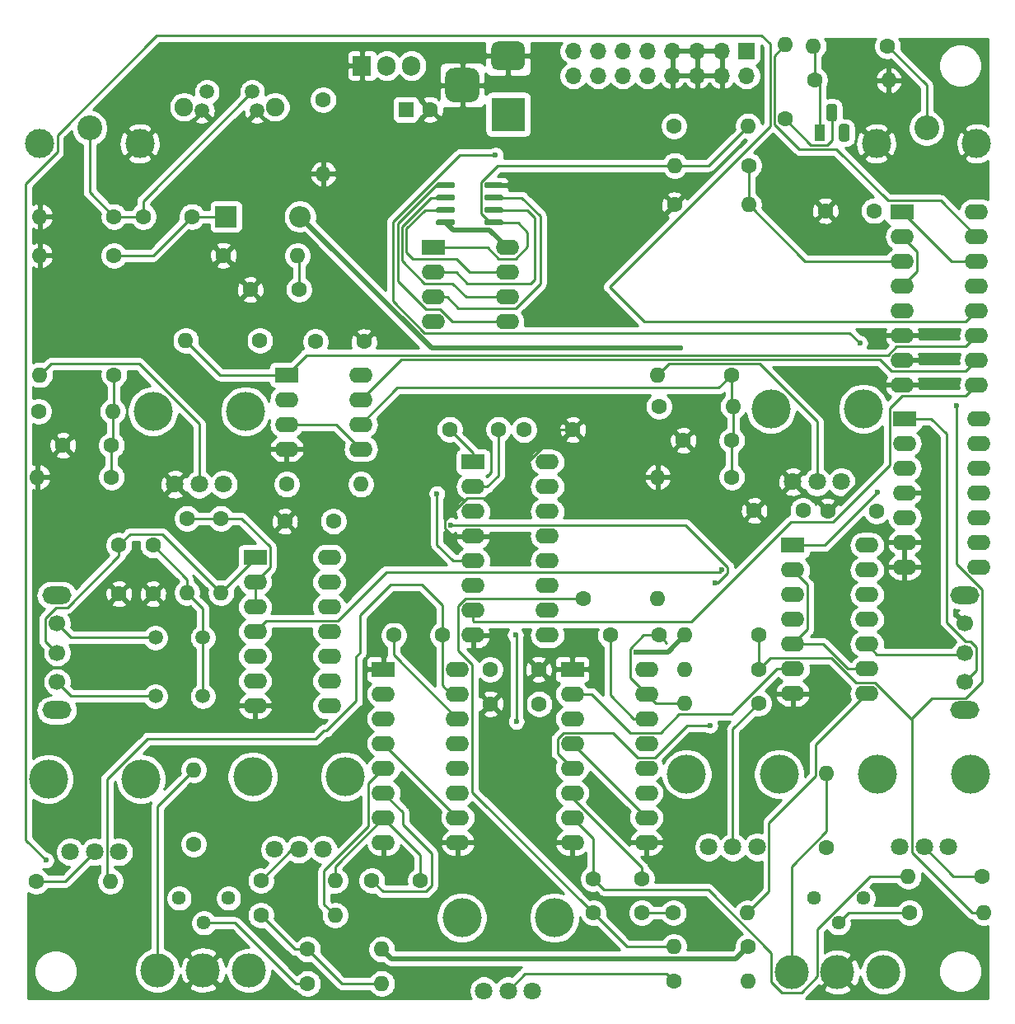
<source format=gbr>
G04 #@! TF.GenerationSoftware,KiCad,Pcbnew,5.1.10*
G04 #@! TF.CreationDate,2021-10-22T11:34:36+13:00*
G04 #@! TF.ProjectId,two_point_one_colorizer,74776f5f-706f-4696-9e74-5f6f6e655f63,rev?*
G04 #@! TF.SameCoordinates,Original*
G04 #@! TF.FileFunction,Copper,L1,Top*
G04 #@! TF.FilePolarity,Positive*
%FSLAX46Y46*%
G04 Gerber Fmt 4.6, Leading zero omitted, Abs format (unit mm)*
G04 Created by KiCad (PCBNEW 5.1.10) date 2021-10-22 11:34:36*
%MOMM*%
%LPD*%
G01*
G04 APERTURE LIST*
G04 #@! TA.AperFunction,ComponentPad*
%ADD10C,1.600000*%
G04 #@! TD*
G04 #@! TA.AperFunction,ComponentPad*
%ADD11R,1.600000X1.600000*%
G04 #@! TD*
G04 #@! TA.AperFunction,ComponentPad*
%ADD12R,2.200000X2.200000*%
G04 #@! TD*
G04 #@! TA.AperFunction,ComponentPad*
%ADD13O,2.200000X2.200000*%
G04 #@! TD*
G04 #@! TA.AperFunction,ComponentPad*
%ADD14R,3.500000X3.500000*%
G04 #@! TD*
G04 #@! TA.AperFunction,ComponentPad*
%ADD15C,3.000000*%
G04 #@! TD*
G04 #@! TA.AperFunction,ComponentPad*
%ADD16C,2.550000*%
G04 #@! TD*
G04 #@! TA.AperFunction,ComponentPad*
%ADD17C,1.900000*%
G04 #@! TD*
G04 #@! TA.AperFunction,ComponentPad*
%ADD18C,1.500000*%
G04 #@! TD*
G04 #@! TA.AperFunction,ComponentPad*
%ADD19R,1.700000X1.700000*%
G04 #@! TD*
G04 #@! TA.AperFunction,ComponentPad*
%ADD20O,1.700000X1.700000*%
G04 #@! TD*
G04 #@! TA.AperFunction,ComponentPad*
%ADD21R,1.100000X1.800000*%
G04 #@! TD*
G04 #@! TA.AperFunction,ComponentPad*
%ADD22O,1.600000X1.600000*%
G04 #@! TD*
G04 #@! TA.AperFunction,ComponentPad*
%ADD23C,1.800000*%
G04 #@! TD*
G04 #@! TA.AperFunction,WasherPad*
%ADD24C,4.000000*%
G04 #@! TD*
G04 #@! TA.AperFunction,ComponentPad*
%ADD25C,1.440000*%
G04 #@! TD*
G04 #@! TA.AperFunction,ComponentPad*
%ADD26O,3.000000X1.800000*%
G04 #@! TD*
G04 #@! TA.AperFunction,ComponentPad*
%ADD27C,1.700000*%
G04 #@! TD*
G04 #@! TA.AperFunction,ComponentPad*
%ADD28C,3.500000*%
G04 #@! TD*
G04 #@! TA.AperFunction,ComponentPad*
%ADD29R,2.400000X1.600000*%
G04 #@! TD*
G04 #@! TA.AperFunction,ComponentPad*
%ADD30O,2.400000X1.600000*%
G04 #@! TD*
G04 #@! TA.AperFunction,ComponentPad*
%ADD31R,1.905000X2.000000*%
G04 #@! TD*
G04 #@! TA.AperFunction,ComponentPad*
%ADD32O,1.905000X2.000000*%
G04 #@! TD*
G04 #@! TA.AperFunction,ViaPad*
%ADD33C,0.600000*%
G04 #@! TD*
G04 #@! TA.AperFunction,Conductor*
%ADD34C,0.250000*%
G04 #@! TD*
G04 #@! TA.AperFunction,Conductor*
%ADD35C,0.500000*%
G04 #@! TD*
G04 #@! TA.AperFunction,Conductor*
%ADD36C,0.254000*%
G04 #@! TD*
G04 #@! TA.AperFunction,Conductor*
%ADD37C,0.100000*%
G04 #@! TD*
G04 APERTURE END LIST*
D10*
X115000000Y-87750000D03*
X115000000Y-92750000D03*
X122500000Y-54000000D03*
X117500000Y-54000000D03*
X118500000Y-92750000D03*
X118500000Y-87750000D03*
D11*
X144500000Y-43000000D03*
D10*
X147000000Y-43000000D03*
X192850000Y-84250000D03*
X187850000Y-84250000D03*
X153200000Y-104050000D03*
X158200000Y-104050000D03*
X180300000Y-84200000D03*
X185300000Y-84200000D03*
X161650000Y-75900000D03*
X156650000Y-75900000D03*
X132050000Y-85300000D03*
X137050000Y-85300000D03*
X158150000Y-100500000D03*
X153150000Y-100500000D03*
X140200000Y-66850000D03*
X135200000Y-66850000D03*
X192600000Y-53400000D03*
X187600000Y-53400000D03*
X133500000Y-61500000D03*
X128500000Y-61500000D03*
X154000000Y-75850000D03*
X149000000Y-75850000D03*
X163750000Y-125500000D03*
X168750000Y-125500000D03*
X178000000Y-77000000D03*
X173000000Y-77000000D03*
X114250000Y-77500000D03*
X109250000Y-77500000D03*
X165500000Y-97000000D03*
X170500000Y-97000000D03*
X143250000Y-97000000D03*
X148250000Y-97000000D03*
X163750000Y-122000000D03*
X168750000Y-122000000D03*
X146000000Y-122200000D03*
X141000000Y-122200000D03*
D12*
X126000000Y-54000000D03*
D13*
X133620000Y-54000000D03*
D14*
X155000000Y-43500000D03*
G04 #@! TA.AperFunction,ComponentPad*
G36*
G01*
X154000000Y-36000000D02*
X156000000Y-36000000D01*
G75*
G02*
X156750000Y-36750000I0J-750000D01*
G01*
X156750000Y-38250000D01*
G75*
G02*
X156000000Y-39000000I-750000J0D01*
G01*
X154000000Y-39000000D01*
G75*
G02*
X153250000Y-38250000I0J750000D01*
G01*
X153250000Y-36750000D01*
G75*
G02*
X154000000Y-36000000I750000J0D01*
G01*
G37*
G04 #@! TD.AperFunction*
G04 #@! TA.AperFunction,ComponentPad*
G36*
G01*
X149425000Y-38750000D02*
X151175000Y-38750000D01*
G75*
G02*
X152050000Y-39625000I0J-875000D01*
G01*
X152050000Y-41375000D01*
G75*
G02*
X151175000Y-42250000I-875000J0D01*
G01*
X149425000Y-42250000D01*
G75*
G02*
X148550000Y-41375000I0J875000D01*
G01*
X148550000Y-39625000D01*
G75*
G02*
X149425000Y-38750000I875000J0D01*
G01*
G37*
G04 #@! TD.AperFunction*
D15*
X106850000Y-46500000D03*
X117150000Y-46500000D03*
D16*
X112000000Y-44900000D03*
D17*
X121700000Y-42750000D03*
X131050000Y-42750000D03*
D18*
X124050000Y-41200000D03*
X128700000Y-41200000D03*
X123550000Y-43150000D03*
X129200000Y-43150000D03*
D19*
X179500000Y-37000000D03*
D20*
X179500000Y-39540000D03*
X176960000Y-37000000D03*
X176960000Y-39540000D03*
X174420000Y-37000000D03*
X174420000Y-39540000D03*
X171880000Y-37000000D03*
X171880000Y-39540000D03*
X169340000Y-37000000D03*
X169340000Y-39540000D03*
X166800000Y-37000000D03*
X166800000Y-39540000D03*
X164260000Y-37000000D03*
X164260000Y-39540000D03*
X161720000Y-37000000D03*
X161720000Y-39540000D03*
D16*
X198000000Y-44900000D03*
D15*
X203150000Y-46500000D03*
X192850000Y-46500000D03*
G04 #@! TA.AperFunction,ComponentPad*
G36*
G01*
X187720000Y-43955000D02*
X187720000Y-42705000D01*
G75*
G02*
X187995000Y-42430000I275000J0D01*
G01*
X188545000Y-42430000D01*
G75*
G02*
X188820000Y-42705000I0J-275000D01*
G01*
X188820000Y-43955000D01*
G75*
G02*
X188545000Y-44230000I-275000J0D01*
G01*
X187995000Y-44230000D01*
G75*
G02*
X187720000Y-43955000I0J275000D01*
G01*
G37*
G04 #@! TD.AperFunction*
G04 #@! TA.AperFunction,ComponentPad*
G36*
G01*
X188990000Y-46025000D02*
X188990000Y-44775000D01*
G75*
G02*
X189265000Y-44500000I275000J0D01*
G01*
X189815000Y-44500000D01*
G75*
G02*
X190090000Y-44775000I0J-275000D01*
G01*
X190090000Y-46025000D01*
G75*
G02*
X189815000Y-46300000I-275000J0D01*
G01*
X189265000Y-46300000D01*
G75*
G02*
X188990000Y-46025000I0J275000D01*
G01*
G37*
G04 #@! TD.AperFunction*
D21*
X187000000Y-45400000D03*
D10*
X114500000Y-54000000D03*
D22*
X106880000Y-54000000D03*
X125500000Y-92620000D03*
D10*
X125500000Y-85000000D03*
X122000000Y-85000000D03*
D22*
X122000000Y-92620000D03*
X106880000Y-58000000D03*
D10*
X114500000Y-58000000D03*
X136000000Y-42000000D03*
D22*
X136000000Y-49620000D03*
X183500000Y-36380000D03*
D10*
X183500000Y-44000000D03*
X186500000Y-40000000D03*
D22*
X194120000Y-40000000D03*
X186380000Y-36500000D03*
D10*
X194000000Y-36500000D03*
X125750000Y-58000000D03*
D22*
X133370000Y-58000000D03*
X179670000Y-44700000D03*
D10*
X172050000Y-44700000D03*
X179750000Y-48750000D03*
D22*
X172130000Y-48750000D03*
X179720000Y-52800000D03*
D10*
X172100000Y-52800000D03*
D22*
X179670000Y-132550000D03*
D10*
X172050000Y-132550000D03*
X172000000Y-125500000D03*
D22*
X179620000Y-125500000D03*
D10*
X162750000Y-93250000D03*
D22*
X170370000Y-93250000D03*
D10*
X179650000Y-128950000D03*
D22*
X172030000Y-128950000D03*
D10*
X178000000Y-70250000D03*
D22*
X170380000Y-70250000D03*
X106880000Y-70250000D03*
D10*
X114500000Y-70250000D03*
D22*
X178120000Y-73500000D03*
D10*
X170500000Y-73500000D03*
D22*
X114370000Y-74000000D03*
D10*
X106750000Y-74000000D03*
X178000000Y-80750000D03*
D22*
X170380000Y-80750000D03*
D10*
X114250000Y-80750000D03*
D22*
X106630000Y-80750000D03*
X139870000Y-81500000D03*
D10*
X132250000Y-81500000D03*
D22*
X121880000Y-66750000D03*
D10*
X129500000Y-66750000D03*
D22*
X187750000Y-111180000D03*
D10*
X187750000Y-118800000D03*
X122700000Y-118450000D03*
D22*
X122700000Y-110830000D03*
D10*
X180750000Y-104000000D03*
D22*
X173130000Y-104000000D03*
X114120000Y-122250000D03*
D10*
X106500000Y-122250000D03*
D22*
X196130000Y-121750000D03*
D10*
X203750000Y-121750000D03*
X129600000Y-122200000D03*
D22*
X137220000Y-122200000D03*
X173130000Y-100500000D03*
D10*
X180750000Y-100500000D03*
X129600000Y-125750000D03*
D22*
X137220000Y-125750000D03*
D10*
X196250000Y-125500000D03*
D22*
X203870000Y-125500000D03*
X173130000Y-97000000D03*
D10*
X180750000Y-97000000D03*
D22*
X142020000Y-132750000D03*
D10*
X134400000Y-132750000D03*
X134400000Y-129250000D03*
D22*
X142020000Y-129250000D03*
D23*
X152500000Y-133500000D03*
X155000000Y-133500000D03*
X157500000Y-133500000D03*
D24*
X150250000Y-126000000D03*
X159750000Y-126000000D03*
D23*
X184250000Y-81250000D03*
X186750000Y-81250000D03*
X189250000Y-81250000D03*
D24*
X182000000Y-73750000D03*
X191500000Y-73750000D03*
X128000000Y-74000000D03*
X118500000Y-74000000D03*
D23*
X125750000Y-81500000D03*
X123250000Y-81500000D03*
X120750000Y-81500000D03*
X175600000Y-118750000D03*
X178100000Y-118750000D03*
X180600000Y-118750000D03*
D24*
X173350000Y-111250000D03*
X182850000Y-111250000D03*
X117250000Y-111750000D03*
X107750000Y-111750000D03*
D23*
X115000000Y-119250000D03*
X112500000Y-119250000D03*
X110000000Y-119250000D03*
D24*
X202500000Y-111250000D03*
X193000000Y-111250000D03*
D23*
X200250000Y-118750000D03*
X197750000Y-118750000D03*
X195250000Y-118750000D03*
X131000000Y-119000000D03*
X133500000Y-119000000D03*
X136000000Y-119000000D03*
D24*
X128750000Y-111500000D03*
X138250000Y-111500000D03*
D25*
X191480000Y-124000000D03*
X188940000Y-126540000D03*
X186400000Y-124000000D03*
X121200000Y-124000000D03*
X123740000Y-126540000D03*
X126280000Y-124000000D03*
D26*
X108600000Y-92900000D03*
X108600000Y-104700000D03*
D27*
X108650000Y-101800000D03*
X108650000Y-98800000D03*
X108650000Y-95800000D03*
X201950000Y-95800000D03*
X201950000Y-98800000D03*
X201950000Y-101800000D03*
D26*
X201900000Y-104700000D03*
X201900000Y-92900000D03*
D28*
X193550000Y-131600000D03*
X188850000Y-131600000D03*
X184150000Y-131600000D03*
X118950000Y-131400000D03*
X123650000Y-131400000D03*
X128350000Y-131400000D03*
D29*
X129000000Y-89000000D03*
D30*
X136620000Y-104240000D03*
X129000000Y-91540000D03*
X136620000Y-101700000D03*
X129000000Y-94080000D03*
X136620000Y-99160000D03*
X129000000Y-96620000D03*
X136620000Y-96620000D03*
X129000000Y-99160000D03*
X136620000Y-94080000D03*
X129000000Y-101700000D03*
X136620000Y-91540000D03*
X129000000Y-104240000D03*
X136620000Y-89000000D03*
D31*
X140000000Y-38500000D03*
D32*
X142540000Y-38500000D03*
X145080000Y-38500000D03*
D30*
X203120000Y-53500000D03*
X195500000Y-71280000D03*
X203120000Y-56040000D03*
X195500000Y-68740000D03*
X203120000Y-58580000D03*
X195500000Y-66200000D03*
X203120000Y-61120000D03*
X195500000Y-63660000D03*
X203120000Y-63660000D03*
X195500000Y-61120000D03*
X203120000Y-66200000D03*
X195500000Y-58580000D03*
X203120000Y-68740000D03*
X195500000Y-56040000D03*
X203120000Y-71280000D03*
D29*
X195500000Y-53500000D03*
X195750000Y-74750000D03*
D30*
X203370000Y-89990000D03*
X195750000Y-77290000D03*
X203370000Y-87450000D03*
X195750000Y-79830000D03*
X203370000Y-84910000D03*
X195750000Y-82370000D03*
X203370000Y-82370000D03*
X195750000Y-84910000D03*
X203370000Y-79830000D03*
X195750000Y-87450000D03*
X203370000Y-77290000D03*
X195750000Y-89990000D03*
X203370000Y-74750000D03*
X159020000Y-79200000D03*
X151400000Y-96980000D03*
X159020000Y-81740000D03*
X151400000Y-94440000D03*
X159020000Y-84280000D03*
X151400000Y-91900000D03*
X159020000Y-86820000D03*
X151400000Y-89360000D03*
X159020000Y-89360000D03*
X151400000Y-86820000D03*
X159020000Y-91900000D03*
X151400000Y-84280000D03*
X159020000Y-94440000D03*
X151400000Y-81740000D03*
X159020000Y-96980000D03*
D29*
X151400000Y-79200000D03*
G04 #@! TA.AperFunction,SMDPad,CuDef*
G36*
G01*
X149550000Y-54455000D02*
X149550000Y-54755000D01*
G75*
G02*
X149400000Y-54905000I-150000J0D01*
G01*
X147750000Y-54905000D01*
G75*
G02*
X147600000Y-54755000I0J150000D01*
G01*
X147600000Y-54455000D01*
G75*
G02*
X147750000Y-54305000I150000J0D01*
G01*
X149400000Y-54305000D01*
G75*
G02*
X149550000Y-54455000I0J-150000D01*
G01*
G37*
G04 #@! TD.AperFunction*
G04 #@! TA.AperFunction,SMDPad,CuDef*
G36*
G01*
X149550000Y-53185000D02*
X149550000Y-53485000D01*
G75*
G02*
X149400000Y-53635000I-150000J0D01*
G01*
X147750000Y-53635000D01*
G75*
G02*
X147600000Y-53485000I0J150000D01*
G01*
X147600000Y-53185000D01*
G75*
G02*
X147750000Y-53035000I150000J0D01*
G01*
X149400000Y-53035000D01*
G75*
G02*
X149550000Y-53185000I0J-150000D01*
G01*
G37*
G04 #@! TD.AperFunction*
G04 #@! TA.AperFunction,SMDPad,CuDef*
G36*
G01*
X149550000Y-51915000D02*
X149550000Y-52215000D01*
G75*
G02*
X149400000Y-52365000I-150000J0D01*
G01*
X147750000Y-52365000D01*
G75*
G02*
X147600000Y-52215000I0J150000D01*
G01*
X147600000Y-51915000D01*
G75*
G02*
X147750000Y-51765000I150000J0D01*
G01*
X149400000Y-51765000D01*
G75*
G02*
X149550000Y-51915000I0J-150000D01*
G01*
G37*
G04 #@! TD.AperFunction*
G04 #@! TA.AperFunction,SMDPad,CuDef*
G36*
G01*
X149550000Y-50645000D02*
X149550000Y-50945000D01*
G75*
G02*
X149400000Y-51095000I-150000J0D01*
G01*
X147750000Y-51095000D01*
G75*
G02*
X147600000Y-50945000I0J150000D01*
G01*
X147600000Y-50645000D01*
G75*
G02*
X147750000Y-50495000I150000J0D01*
G01*
X149400000Y-50495000D01*
G75*
G02*
X149550000Y-50645000I0J-150000D01*
G01*
G37*
G04 #@! TD.AperFunction*
G04 #@! TA.AperFunction,SMDPad,CuDef*
G36*
G01*
X154500000Y-50645000D02*
X154500000Y-50945000D01*
G75*
G02*
X154350000Y-51095000I-150000J0D01*
G01*
X152700000Y-51095000D01*
G75*
G02*
X152550000Y-50945000I0J150000D01*
G01*
X152550000Y-50645000D01*
G75*
G02*
X152700000Y-50495000I150000J0D01*
G01*
X154350000Y-50495000D01*
G75*
G02*
X154500000Y-50645000I0J-150000D01*
G01*
G37*
G04 #@! TD.AperFunction*
G04 #@! TA.AperFunction,SMDPad,CuDef*
G36*
G01*
X154500000Y-51915000D02*
X154500000Y-52215000D01*
G75*
G02*
X154350000Y-52365000I-150000J0D01*
G01*
X152700000Y-52365000D01*
G75*
G02*
X152550000Y-52215000I0J150000D01*
G01*
X152550000Y-51915000D01*
G75*
G02*
X152700000Y-51765000I150000J0D01*
G01*
X154350000Y-51765000D01*
G75*
G02*
X154500000Y-51915000I0J-150000D01*
G01*
G37*
G04 #@! TD.AperFunction*
G04 #@! TA.AperFunction,SMDPad,CuDef*
G36*
G01*
X154500000Y-53185000D02*
X154500000Y-53485000D01*
G75*
G02*
X154350000Y-53635000I-150000J0D01*
G01*
X152700000Y-53635000D01*
G75*
G02*
X152550000Y-53485000I0J150000D01*
G01*
X152550000Y-53185000D01*
G75*
G02*
X152700000Y-53035000I150000J0D01*
G01*
X154350000Y-53035000D01*
G75*
G02*
X154500000Y-53185000I0J-150000D01*
G01*
G37*
G04 #@! TD.AperFunction*
G04 #@! TA.AperFunction,SMDPad,CuDef*
G36*
G01*
X154500000Y-54455000D02*
X154500000Y-54755000D01*
G75*
G02*
X154350000Y-54905000I-150000J0D01*
G01*
X152700000Y-54905000D01*
G75*
G02*
X152550000Y-54755000I0J150000D01*
G01*
X152550000Y-54455000D01*
G75*
G02*
X152700000Y-54305000I150000J0D01*
G01*
X154350000Y-54305000D01*
G75*
G02*
X154500000Y-54455000I0J-150000D01*
G01*
G37*
G04 #@! TD.AperFunction*
D30*
X154920000Y-57200000D03*
X147300000Y-64820000D03*
X154920000Y-59740000D03*
X147300000Y-62280000D03*
X154920000Y-62280000D03*
X147300000Y-59740000D03*
X154920000Y-64820000D03*
D29*
X147300000Y-57200000D03*
D30*
X191870000Y-87750000D03*
X184250000Y-102990000D03*
X191870000Y-90290000D03*
X184250000Y-100450000D03*
X191870000Y-92830000D03*
X184250000Y-97910000D03*
X191870000Y-95370000D03*
X184250000Y-95370000D03*
X191870000Y-97910000D03*
X184250000Y-92830000D03*
X191870000Y-100450000D03*
X184250000Y-90290000D03*
X191870000Y-102990000D03*
D29*
X184250000Y-87750000D03*
X132250000Y-70250000D03*
D30*
X139870000Y-77870000D03*
X132250000Y-72790000D03*
X139870000Y-75330000D03*
X132250000Y-75330000D03*
X139870000Y-72790000D03*
X132250000Y-77870000D03*
X139870000Y-70250000D03*
D29*
X142200000Y-100500000D03*
D30*
X149820000Y-118280000D03*
X142200000Y-103040000D03*
X149820000Y-115740000D03*
X142200000Y-105580000D03*
X149820000Y-113200000D03*
X142200000Y-108120000D03*
X149820000Y-110660000D03*
X142200000Y-110660000D03*
X149820000Y-108120000D03*
X142200000Y-113200000D03*
X149820000Y-105580000D03*
X142200000Y-115740000D03*
X149820000Y-103040000D03*
X142200000Y-118280000D03*
X149820000Y-100500000D03*
D29*
X161600000Y-100500000D03*
D30*
X169220000Y-118280000D03*
X161600000Y-103040000D03*
X169220000Y-115740000D03*
X161600000Y-105580000D03*
X169220000Y-113200000D03*
X161600000Y-108120000D03*
X169220000Y-110660000D03*
X161600000Y-110660000D03*
X169220000Y-108120000D03*
X161600000Y-113200000D03*
X169220000Y-105580000D03*
X161600000Y-115740000D03*
X169220000Y-103040000D03*
X161600000Y-118280000D03*
X169220000Y-100500000D03*
D18*
X123630000Y-97250000D03*
X118750000Y-97250000D03*
X118750000Y-103250000D03*
X123630000Y-103250000D03*
D33*
X177380000Y-106290000D03*
X192630000Y-79820000D03*
X155850000Y-105850000D03*
X155750000Y-96950000D03*
X172750000Y-67500000D03*
X168150000Y-98700000D03*
X107500000Y-120100000D03*
X201050000Y-73450000D03*
X176950000Y-90300000D03*
X147700000Y-82450000D03*
X153700000Y-47700000D03*
X191150000Y-67000000D03*
X193000000Y-82300000D03*
X175750000Y-106250000D03*
X149100000Y-85700000D03*
X176300000Y-91650000D03*
D34*
X153363986Y-82865010D02*
X160328996Y-75900000D01*
X150823986Y-82865010D02*
X153363986Y-82865010D01*
X148474999Y-85213997D02*
X150823986Y-82865010D01*
X148474999Y-86000001D02*
X148474999Y-85213997D01*
X149294998Y-86820000D02*
X148474999Y-86000001D01*
X160328996Y-75900000D02*
X161650000Y-75900000D01*
X151400000Y-86820000D02*
X149294998Y-86820000D01*
X192493002Y-79820000D02*
X192630000Y-79820000D01*
X188063002Y-84250000D02*
X192493002Y-79820000D01*
X187850000Y-84250000D02*
X188063002Y-84250000D01*
X115000000Y-88832425D02*
X115000000Y-87750000D01*
X108585988Y-94125010D02*
X109707415Y-94125010D01*
X107474999Y-95235999D02*
X108585988Y-94125010D01*
X107474999Y-97624999D02*
X107474999Y-95235999D01*
X109707415Y-94125010D02*
X115000000Y-88832425D01*
X108650000Y-98800000D02*
X107474999Y-97624999D01*
X119504999Y-86624999D02*
X125500000Y-92620000D01*
X116125001Y-86624999D02*
X119504999Y-86624999D01*
X115000000Y-87750000D02*
X116125001Y-86624999D01*
X129000000Y-89120000D02*
X125500000Y-92620000D01*
X129000000Y-89000000D02*
X129000000Y-89120000D01*
X118500000Y-58000000D02*
X122500000Y-54000000D01*
X114500000Y-58000000D02*
X118500000Y-58000000D01*
X122500000Y-54000000D02*
X126000000Y-54000000D01*
X156985000Y-53335000D02*
X153525000Y-53335000D01*
X157750000Y-54100000D02*
X156985000Y-53335000D01*
X157750000Y-60450000D02*
X157750000Y-54100000D01*
X157334990Y-60865010D02*
X157750000Y-60450000D01*
X150815010Y-60865010D02*
X157334990Y-60865010D01*
X149690000Y-59740000D02*
X150815010Y-60865010D01*
X147300000Y-59740000D02*
X149690000Y-59740000D01*
X137330000Y-75330000D02*
X139870000Y-77870000D01*
X132250000Y-75330000D02*
X137330000Y-75330000D01*
D35*
X153075010Y-55355010D02*
X154920000Y-57200000D01*
X149325010Y-55355010D02*
X153075010Y-55355010D01*
X148575000Y-54605000D02*
X149325010Y-55355010D01*
D34*
X154920000Y-62280000D02*
X150720000Y-62280000D01*
X144100010Y-55050000D02*
X147085010Y-52065000D01*
X144100010Y-58531014D02*
X144100010Y-55050000D01*
X146434006Y-60865010D02*
X144100010Y-58531014D01*
X147085010Y-52065000D02*
X148575000Y-52065000D01*
X149305010Y-60865010D02*
X146434006Y-60865010D01*
X150720000Y-62280000D02*
X149305010Y-60865010D01*
X133500000Y-58130000D02*
X133370000Y-58000000D01*
X133500000Y-61500000D02*
X133500000Y-58130000D01*
X152850000Y-81740000D02*
X154000000Y-80590000D01*
X154000000Y-80590000D02*
X154000000Y-75850000D01*
X151400000Y-81740000D02*
X152850000Y-81740000D01*
X155850000Y-97050000D02*
X155750000Y-96950000D01*
X155850000Y-105850000D02*
X155850000Y-97050000D01*
X167200000Y-128950000D02*
X163750000Y-125500000D01*
X172030000Y-128950000D02*
X167200000Y-128950000D01*
X149874990Y-93974006D02*
X150598996Y-93250000D01*
X149874990Y-98563986D02*
X149874990Y-93974006D01*
X151345010Y-100034006D02*
X149874990Y-98563986D01*
X150598996Y-93250000D02*
X162750000Y-93250000D01*
X151345010Y-113095010D02*
X151345010Y-100034006D01*
X163750000Y-125500000D02*
X151345010Y-113095010D01*
X170180000Y-104000000D02*
X169220000Y-103040000D01*
X173130000Y-104000000D02*
X170180000Y-104000000D01*
X170500000Y-97000000D02*
X171299999Y-97799999D01*
X167524999Y-101344999D02*
X169220000Y-103040000D01*
X168924998Y-97000000D02*
X167524999Y-98399999D01*
X167524999Y-98399999D02*
X167524999Y-101344999D01*
X170500000Y-97000000D02*
X168924998Y-97000000D01*
X149820000Y-103040000D02*
X149140000Y-103040000D01*
X148250000Y-102150000D02*
X148250000Y-97000000D01*
X149140000Y-103040000D02*
X148250000Y-102150000D01*
X113774999Y-111783999D02*
X117958998Y-107600000D01*
X113774999Y-121904999D02*
X113774999Y-111783999D01*
X114120000Y-122250000D02*
X113774999Y-121904999D01*
X135251004Y-107600000D02*
X136051004Y-106800000D01*
X117958998Y-107600000D02*
X135251004Y-107600000D01*
X136350000Y-106800000D02*
X139400000Y-103750000D01*
X136051004Y-106800000D02*
X136350000Y-106800000D01*
X139400000Y-99184998D02*
X139800000Y-98784998D01*
X139400000Y-103750000D02*
X139400000Y-99184998D01*
X139800000Y-98784998D02*
X139800000Y-94950000D01*
X139800000Y-94950000D02*
X142950000Y-91800000D01*
X142950000Y-91800000D02*
X146150000Y-91800000D01*
X148250000Y-93900000D02*
X148250000Y-97000000D01*
X146150000Y-91800000D02*
X148250000Y-93900000D01*
D35*
X142970001Y-130200001D02*
X142020000Y-129250000D01*
X178399999Y-130200001D02*
X142970001Y-130200001D01*
X179650000Y-128950000D02*
X178399999Y-130200001D01*
X147120000Y-67500000D02*
X172750000Y-67500000D01*
X133620000Y-54000000D02*
X147120000Y-67500000D01*
X171430000Y-98700000D02*
X173130000Y-97000000D01*
X168150000Y-98700000D02*
X171430000Y-98700000D01*
D34*
X198000000Y-40500000D02*
X194000000Y-36500000D01*
X198000000Y-44900000D02*
X198000000Y-40500000D01*
X186125001Y-46625001D02*
X183500000Y-44000000D01*
X187810001Y-46625001D02*
X186125001Y-46625001D01*
X188270000Y-46165002D02*
X187810001Y-46625001D01*
X188270000Y-43730000D02*
X188270000Y-46165002D01*
X186500000Y-36620000D02*
X186380000Y-36500000D01*
X186500000Y-40000000D02*
X186500000Y-36620000D01*
X187000000Y-40500000D02*
X186500000Y-40000000D01*
X187000000Y-45000000D02*
X187000000Y-40500000D01*
X125380000Y-70250000D02*
X121880000Y-66750000D01*
X132250000Y-70250000D02*
X125380000Y-70250000D01*
X201994990Y-67325010D02*
X203120000Y-66200000D01*
X194923986Y-67325010D02*
X201994990Y-67325010D01*
X194024017Y-68224979D02*
X194923986Y-67325010D01*
X134275021Y-68224979D02*
X194024017Y-68224979D01*
X132250000Y-70250000D02*
X134275021Y-68224979D01*
X201994990Y-69865010D02*
X203120000Y-68740000D01*
X194365010Y-69865010D02*
X201994990Y-69865010D01*
X193174989Y-68674989D02*
X194365010Y-69865010D01*
X143985011Y-68674989D02*
X193174989Y-68674989D01*
X139870000Y-72790000D02*
X143985011Y-68674989D01*
X137900000Y-132750000D02*
X134400000Y-129250000D01*
X142020000Y-132750000D02*
X137900000Y-132750000D01*
X133100000Y-129250000D02*
X129600000Y-125750000D01*
X134400000Y-129250000D02*
X133100000Y-129250000D01*
X108675001Y-47376001D02*
X105400010Y-50650992D01*
X105400010Y-50650992D02*
X105400010Y-118000010D01*
X108675001Y-45623999D02*
X108675001Y-47376001D01*
X181034990Y-35400010D02*
X118898990Y-35400010D01*
X181924989Y-36290009D02*
X181034990Y-35400010D01*
X181924989Y-44726401D02*
X181924989Y-36290009D01*
X118898990Y-35400010D02*
X108675001Y-45623999D01*
X165440000Y-61211390D02*
X181924989Y-44726401D01*
X169013620Y-64785010D02*
X165440000Y-61211390D01*
X201994990Y-64785010D02*
X169013620Y-64785010D01*
X105400010Y-118000010D02*
X107500000Y-120100000D01*
X203120000Y-63660000D02*
X201994990Y-64785010D01*
X180750000Y-97000000D02*
X180750000Y-100500000D01*
X196524999Y-119338001D02*
X202686998Y-125500000D01*
X196524999Y-105653995D02*
X196524999Y-119338001D01*
X202686998Y-125500000D02*
X203870000Y-125500000D01*
X190728580Y-101864990D02*
X192735994Y-101864990D01*
X188188580Y-99324990D02*
X190728580Y-101864990D01*
X181925010Y-99324990D02*
X188188580Y-99324990D01*
X192735994Y-101864990D02*
X196524999Y-105653995D01*
X180750000Y-100500000D02*
X181925010Y-99324990D01*
X203725010Y-92336014D02*
X201050000Y-89661004D01*
X196524999Y-105653995D02*
X196524999Y-105535999D01*
X201050000Y-89661004D02*
X201050000Y-73450000D01*
X202014012Y-103474990D02*
X198586008Y-103474990D01*
X198586008Y-103474990D02*
X196524999Y-105535999D01*
X203725010Y-101763992D02*
X202014012Y-103474990D01*
X203725010Y-92336014D02*
X203725010Y-101763992D01*
X110100000Y-103250000D02*
X108650000Y-101800000D01*
X118750000Y-103250000D02*
X110100000Y-103250000D01*
X203125001Y-98235999D02*
X203125001Y-100624999D01*
X202514001Y-97624999D02*
X203125001Y-98235999D01*
X202035997Y-97624999D02*
X202514001Y-97624999D01*
X200074990Y-95663992D02*
X202035997Y-97624999D01*
X203125001Y-100624999D02*
X201950000Y-101800000D01*
X200074990Y-76324990D02*
X200074990Y-95663992D01*
X198500000Y-74750000D02*
X200074990Y-76324990D01*
X195750000Y-74750000D02*
X198500000Y-74750000D01*
X185775010Y-91815010D02*
X184250000Y-90290000D01*
X185775010Y-96384990D02*
X185775010Y-91815010D01*
X184250000Y-97910000D02*
X185775010Y-96384990D01*
X184250000Y-97910000D02*
X187410000Y-97910000D01*
X189950000Y-100450000D02*
X191870000Y-100450000D01*
X187410000Y-97910000D02*
X189950000Y-100450000D01*
X176764990Y-90485010D02*
X176950000Y-90300000D01*
X142495974Y-90485010D02*
X176764990Y-90485010D01*
X130125010Y-95494990D02*
X137485994Y-95494990D01*
X137485994Y-95494990D02*
X142495974Y-90485010D01*
X129000000Y-96620000D02*
X130125010Y-95494990D01*
X200580000Y-58580000D02*
X195500000Y-53500000D01*
X203120000Y-58580000D02*
X200580000Y-58580000D01*
X195509988Y-72405010D02*
X201994990Y-72405010D01*
X194224999Y-73689999D02*
X195509988Y-72405010D01*
X194224999Y-79540003D02*
X194224999Y-73689999D01*
X188390001Y-85375001D02*
X194224999Y-79540003D01*
X184039997Y-85375001D02*
X188390001Y-85375001D01*
X173849988Y-95565010D02*
X184039997Y-85375001D01*
X201994990Y-72405010D02*
X203120000Y-71280000D01*
X151475010Y-95565010D02*
X173849988Y-95565010D01*
X151400000Y-95490000D02*
X151475010Y-95565010D01*
X151400000Y-94440000D02*
X151400000Y-95490000D01*
X197025010Y-59594990D02*
X195500000Y-61120000D01*
X197025010Y-57565010D02*
X197025010Y-59594990D01*
X195500000Y-56040000D02*
X197025010Y-57565010D01*
X149820000Y-115740000D02*
X142200000Y-108120000D01*
X178000000Y-73380000D02*
X178120000Y-73500000D01*
X178000000Y-70250000D02*
X178000000Y-73380000D01*
X178120000Y-76880000D02*
X178000000Y-77000000D01*
X178120000Y-73500000D02*
X178120000Y-76880000D01*
X178000000Y-77000000D02*
X178000000Y-80750000D01*
X139870000Y-75330000D02*
X143600000Y-71600000D01*
X176650000Y-71600000D02*
X178000000Y-70250000D01*
X143600000Y-71600000D02*
X176650000Y-71600000D01*
X114500000Y-73870000D02*
X114370000Y-74000000D01*
X114500000Y-70250000D02*
X114500000Y-73870000D01*
X114370000Y-77380000D02*
X114250000Y-77500000D01*
X114370000Y-74000000D02*
X114370000Y-77380000D01*
X114250000Y-77500000D02*
X114250000Y-80750000D01*
X165500000Y-97000000D02*
X165500000Y-103150000D01*
X167930000Y-105580000D02*
X169220000Y-105580000D01*
X165500000Y-103150000D02*
X167930000Y-105580000D01*
X143250000Y-99010000D02*
X143250000Y-97000000D01*
X149820000Y-105580000D02*
X143250000Y-99010000D01*
X155785994Y-58325010D02*
X157000000Y-57111004D01*
X154054006Y-58325010D02*
X155785994Y-58325010D01*
X152928996Y-57200000D02*
X154054006Y-58325010D01*
X147300000Y-57200000D02*
X152928996Y-57200000D01*
X157000000Y-57111004D02*
X157000000Y-55600000D01*
X156005000Y-54605000D02*
X153525000Y-54605000D01*
X157000000Y-55600000D02*
X156005000Y-54605000D01*
X153505000Y-54605000D02*
X153525000Y-54605000D01*
X153923232Y-48750000D02*
X172130000Y-48750000D01*
X152224990Y-50448242D02*
X153923232Y-48750000D01*
X152224990Y-53681758D02*
X152224990Y-50448242D01*
X153148232Y-54605000D02*
X152224990Y-53681758D01*
X153525000Y-54605000D02*
X153148232Y-54605000D01*
X175620000Y-48750000D02*
X179670000Y-44700000D01*
X172130000Y-48750000D02*
X175620000Y-48750000D01*
X147700000Y-82450000D02*
X147700000Y-85660000D01*
X151400000Y-89360000D02*
X149350000Y-89360000D01*
X147700000Y-87710000D02*
X147700000Y-85660000D01*
X149350000Y-89360000D02*
X147700000Y-87710000D01*
X186750000Y-75058998D02*
X186750000Y-81250000D01*
X180816001Y-69124999D02*
X186750000Y-75058998D01*
X171505001Y-69124999D02*
X180816001Y-69124999D01*
X170380000Y-70250000D02*
X171505001Y-69124999D01*
X132800000Y-119000000D02*
X133500000Y-119000000D01*
X129600000Y-122200000D02*
X132800000Y-119000000D01*
X179750000Y-52770000D02*
X179720000Y-52800000D01*
X179750000Y-48750000D02*
X179750000Y-52770000D01*
X185500000Y-58580000D02*
X179720000Y-52800000D01*
X195500000Y-58580000D02*
X185500000Y-58580000D01*
X146000000Y-119540000D02*
X142200000Y-115740000D01*
X146000000Y-122200000D02*
X146000000Y-119540000D01*
X137220000Y-120720000D02*
X142200000Y-115740000D01*
X137220000Y-122200000D02*
X137220000Y-120720000D01*
X147125001Y-122740001D02*
X147125001Y-119375001D01*
X142125001Y-123325001D02*
X146540001Y-123325001D01*
X146540001Y-123325001D02*
X147125001Y-122740001D01*
X141000000Y-122200000D02*
X142125001Y-123325001D01*
X147125001Y-119375001D02*
X144200000Y-116450000D01*
X144200000Y-115200000D02*
X142200000Y-113200000D01*
X144200000Y-116450000D02*
X144200000Y-115200000D01*
X112000000Y-51500000D02*
X114500000Y-54000000D01*
X112000000Y-44900000D02*
X112000000Y-51500000D01*
X114500000Y-54000000D02*
X117500000Y-54000000D01*
X117500000Y-52400000D02*
X128700000Y-41200000D01*
X117500000Y-54000000D02*
X117500000Y-52400000D01*
X123630000Y-103250000D02*
X123630000Y-97250000D01*
X123630000Y-94250000D02*
X122000000Y-92620000D01*
X123630000Y-97250000D02*
X123630000Y-94250000D01*
X122000000Y-91250000D02*
X118500000Y-87750000D01*
X122000000Y-92620000D02*
X122000000Y-91250000D01*
X151400000Y-78250000D02*
X149000000Y-75850000D01*
X151400000Y-79200000D02*
X151400000Y-78250000D01*
X172000000Y-125500000D02*
X168750000Y-125500000D01*
X163750000Y-117890000D02*
X161600000Y-115740000D01*
X163750000Y-122000000D02*
X163750000Y-117890000D01*
X192183398Y-121750000D02*
X196130000Y-121750000D01*
X186774999Y-132046003D02*
X186774999Y-127158399D01*
X186774999Y-127158399D02*
X192183398Y-121750000D01*
X185146001Y-133675001D02*
X186774999Y-132046003D01*
X183153999Y-133675001D02*
X185146001Y-133675001D01*
X182074999Y-132596001D02*
X183153999Y-133675001D01*
X182074999Y-129620001D02*
X182074999Y-132596001D01*
X175579999Y-123125001D02*
X182074999Y-129620001D01*
X164875001Y-123125001D02*
X175579999Y-123125001D01*
X163750000Y-122000000D02*
X164875001Y-123125001D01*
X161600000Y-113718630D02*
X161600000Y-113200000D01*
X168750000Y-120868630D02*
X161600000Y-113718630D01*
X168750000Y-122000000D02*
X168750000Y-120868630D01*
X122000000Y-85000000D02*
X125500000Y-85000000D01*
X130525001Y-90014999D02*
X129000000Y-91540000D01*
X130525001Y-87939999D02*
X130525001Y-90014999D01*
X127585002Y-85000000D02*
X130525001Y-87939999D01*
X125500000Y-85000000D02*
X127585002Y-85000000D01*
X129000000Y-91540000D02*
X129000000Y-94080000D01*
X182374999Y-37505001D02*
X183500000Y-36380000D01*
X182374999Y-44540001D02*
X182374999Y-37505001D01*
X184910009Y-47075011D02*
X182374999Y-44540001D01*
X188740011Y-47075011D02*
X184910009Y-47075011D01*
X194039999Y-52374999D02*
X188740011Y-47075011D01*
X199454999Y-52374999D02*
X194039999Y-52374999D01*
X203120000Y-56040000D02*
X199454999Y-52374999D01*
X171250001Y-131750001D02*
X172050000Y-132550000D01*
X156749999Y-131750001D02*
X171250001Y-131750001D01*
X155000000Y-133500000D02*
X156749999Y-131750001D01*
X186624999Y-108235001D02*
X191870000Y-102990000D01*
X186624999Y-111425001D02*
X186624999Y-108235001D01*
X181825001Y-116224999D02*
X186624999Y-111425001D01*
X181825001Y-123294999D02*
X181825001Y-116224999D01*
X179620000Y-125500000D02*
X181825001Y-123294999D01*
X123250000Y-75308998D02*
X123250000Y-81500000D01*
X108005001Y-69124999D02*
X117066001Y-69124999D01*
X117066001Y-69124999D02*
X123250000Y-75308998D01*
X106880000Y-70250000D02*
X108005001Y-69124999D01*
X187750000Y-117134998D02*
X187750000Y-111180000D01*
X184150000Y-120734998D02*
X187750000Y-117134998D01*
X184150000Y-131600000D02*
X184150000Y-120734998D01*
X118950000Y-114580000D02*
X118950000Y-131400000D01*
X122700000Y-110830000D02*
X118950000Y-114580000D01*
X190095010Y-65945010D02*
X191150000Y-67000000D01*
X146434006Y-65945010D02*
X190095010Y-65945010D01*
X143199992Y-62710996D02*
X146434006Y-65945010D01*
X143199992Y-54523240D02*
X143199992Y-62710996D01*
X150023232Y-47700000D02*
X143199992Y-54523240D01*
X153700000Y-47700000D02*
X150023232Y-47700000D01*
X187550000Y-87750000D02*
X184250000Y-87750000D01*
X193000000Y-82300000D02*
X187550000Y-87750000D01*
X178100000Y-106650000D02*
X180750000Y-104000000D01*
X178100000Y-118750000D02*
X178100000Y-106650000D01*
X109500000Y-122250000D02*
X112500000Y-119250000D01*
X106500000Y-122250000D02*
X109500000Y-122250000D01*
X200750000Y-121750000D02*
X203750000Y-121750000D01*
X197750000Y-118750000D02*
X200750000Y-121750000D01*
X173370984Y-106250000D02*
X175750000Y-106250000D01*
X170085994Y-109534990D02*
X173370984Y-106250000D01*
X168354006Y-109534990D02*
X170085994Y-109534990D01*
X165814006Y-106994990D02*
X168354006Y-109534990D01*
X160734006Y-106994990D02*
X165814006Y-106994990D01*
X160074990Y-107654006D02*
X160734006Y-106994990D01*
X160074990Y-109134990D02*
X160074990Y-107654006D01*
X161600000Y-110660000D02*
X160074990Y-109134990D01*
X140674990Y-112185010D02*
X142200000Y-110660000D01*
X140674990Y-116628600D02*
X140674990Y-112185010D01*
X136094999Y-121208591D02*
X140674990Y-116628600D01*
X136094999Y-124624999D02*
X136094999Y-121208591D01*
X137220000Y-125750000D02*
X136094999Y-124624999D01*
X189980000Y-125500000D02*
X188940000Y-126540000D01*
X196250000Y-125500000D02*
X189980000Y-125500000D01*
X134400000Y-132750000D02*
X133150000Y-132750000D01*
X126940000Y-126540000D02*
X123740000Y-126540000D01*
X133150000Y-132750000D02*
X126940000Y-126540000D01*
X110100000Y-97250000D02*
X108650000Y-95800000D01*
X118750000Y-97250000D02*
X110100000Y-97250000D01*
X192910000Y-98950000D02*
X191870000Y-97910000D01*
X201850000Y-98950000D02*
X192910000Y-98950000D01*
X154920000Y-59740000D02*
X151090000Y-59740000D01*
X145175001Y-58325001D02*
X144550020Y-57700020D01*
X149675001Y-58325001D02*
X145175001Y-58325001D01*
X151090000Y-59740000D02*
X149675001Y-58325001D01*
X144550020Y-57700020D02*
X144550020Y-55236400D01*
X146451420Y-53335000D02*
X148575000Y-53335000D01*
X144550020Y-55236400D02*
X146451420Y-53335000D01*
X149291004Y-64820000D02*
X147971004Y-63500000D01*
X154920000Y-64820000D02*
X149291004Y-64820000D01*
X147600000Y-50795000D02*
X148575000Y-50795000D01*
X143650001Y-54744999D02*
X147600000Y-50795000D01*
X143650000Y-60621004D02*
X143650001Y-54744999D01*
X146528996Y-63500000D02*
X143650000Y-60621004D01*
X147971004Y-63500000D02*
X146528996Y-63500000D01*
X155785994Y-63405010D02*
X158300000Y-60891004D01*
X149875010Y-63405010D02*
X155785994Y-63405010D01*
X148750000Y-62280000D02*
X149875010Y-63405010D01*
X147300000Y-62280000D02*
X148750000Y-62280000D01*
X158300000Y-60891004D02*
X158300000Y-53950000D01*
X156415000Y-52065000D02*
X153525000Y-52065000D01*
X158300000Y-53950000D02*
X156415000Y-52065000D01*
X172589999Y-105125001D02*
X177959997Y-105125001D01*
X182634998Y-100450000D02*
X184250000Y-100450000D01*
X177959997Y-105125001D02*
X182634998Y-100450000D01*
X170720010Y-106994990D02*
X167544990Y-106994990D01*
X172589999Y-105125001D02*
X170720010Y-106994990D01*
X163590000Y-103040000D02*
X161600000Y-103040000D01*
X167544990Y-106994990D02*
X163590000Y-103040000D01*
X176525002Y-91650000D02*
X176300000Y-91650000D01*
X177575001Y-89999999D02*
X177575001Y-90600001D01*
X173269992Y-85694990D02*
X177575001Y-89999999D01*
X149105010Y-85694990D02*
X173269992Y-85694990D01*
X177575001Y-90600001D02*
X176525002Y-91650000D01*
X149100000Y-85700000D02*
X149105010Y-85694990D01*
X169220000Y-115740000D02*
X161600000Y-108120000D01*
D36*
X202123198Y-126011002D02*
X202146997Y-126040001D01*
X202175995Y-126063799D01*
X202262722Y-126134974D01*
X202394751Y-126205546D01*
X202538012Y-126249003D01*
X202652118Y-126260242D01*
X202755363Y-126414759D01*
X202955241Y-126614637D01*
X203190273Y-126771680D01*
X203451426Y-126879853D01*
X203728665Y-126935000D01*
X204011335Y-126935000D01*
X204288574Y-126879853D01*
X204290001Y-126879262D01*
X204290001Y-134290000D01*
X185594617Y-134290000D01*
X185686002Y-134215002D01*
X185709805Y-134185998D01*
X186626194Y-133269609D01*
X187359997Y-133269609D01*
X187546073Y-133610766D01*
X187963409Y-133826513D01*
X188414815Y-133956696D01*
X188882946Y-133996313D01*
X189349811Y-133943842D01*
X189797468Y-133801297D01*
X190153927Y-133610766D01*
X190340003Y-133269609D01*
X188850000Y-131779605D01*
X187359997Y-133269609D01*
X186626194Y-133269609D01*
X186938005Y-132957799D01*
X187180391Y-133090003D01*
X188670395Y-131600000D01*
X189029605Y-131600000D01*
X190519609Y-133090003D01*
X190860766Y-132903927D01*
X191076513Y-132486591D01*
X191205597Y-132038996D01*
X191256654Y-132295679D01*
X191436440Y-132729721D01*
X191697450Y-133120349D01*
X192029651Y-133452550D01*
X192420279Y-133713560D01*
X192854321Y-133893346D01*
X193315098Y-133985000D01*
X193784902Y-133985000D01*
X194245679Y-133893346D01*
X194679721Y-133713560D01*
X195070349Y-133452550D01*
X195402550Y-133120349D01*
X195663560Y-132729721D01*
X195843346Y-132295679D01*
X195935000Y-131834902D01*
X195935000Y-131365098D01*
X195918048Y-131279872D01*
X199265000Y-131279872D01*
X199265000Y-131720128D01*
X199350890Y-132151925D01*
X199519369Y-132558669D01*
X199763962Y-132924729D01*
X200075271Y-133236038D01*
X200441331Y-133480631D01*
X200848075Y-133649110D01*
X201279872Y-133735000D01*
X201720128Y-133735000D01*
X202151925Y-133649110D01*
X202558669Y-133480631D01*
X202924729Y-133236038D01*
X203236038Y-132924729D01*
X203480631Y-132558669D01*
X203649110Y-132151925D01*
X203735000Y-131720128D01*
X203735000Y-131279872D01*
X203649110Y-130848075D01*
X203480631Y-130441331D01*
X203236038Y-130075271D01*
X202924729Y-129763962D01*
X202558669Y-129519369D01*
X202151925Y-129350890D01*
X201720128Y-129265000D01*
X201279872Y-129265000D01*
X200848075Y-129350890D01*
X200441331Y-129519369D01*
X200075271Y-129763962D01*
X199763962Y-130075271D01*
X199519369Y-130441331D01*
X199350890Y-130848075D01*
X199265000Y-131279872D01*
X195918048Y-131279872D01*
X195843346Y-130904321D01*
X195663560Y-130470279D01*
X195402550Y-130079651D01*
X195070349Y-129747450D01*
X194679721Y-129486440D01*
X194245679Y-129306654D01*
X193784902Y-129215000D01*
X193315098Y-129215000D01*
X192854321Y-129306654D01*
X192420279Y-129486440D01*
X192029651Y-129747450D01*
X191697450Y-130079651D01*
X191436440Y-130470279D01*
X191256654Y-130904321D01*
X191202453Y-131176808D01*
X191193842Y-131100189D01*
X191051297Y-130652532D01*
X190860766Y-130296073D01*
X190519609Y-130109997D01*
X189029605Y-131600000D01*
X188670395Y-131600000D01*
X188656252Y-131585858D01*
X188835858Y-131406252D01*
X188850000Y-131420395D01*
X190340003Y-129930391D01*
X190153927Y-129589234D01*
X189736591Y-129373487D01*
X189285185Y-129243304D01*
X188817054Y-129203687D01*
X188350189Y-129256158D01*
X187902532Y-129398703D01*
X187546073Y-129589234D01*
X187534999Y-129609537D01*
X187534999Y-127473200D01*
X187774123Y-127234076D01*
X187887503Y-127403762D01*
X188076238Y-127592497D01*
X188298167Y-127740785D01*
X188544761Y-127842928D01*
X188806544Y-127895000D01*
X189073456Y-127895000D01*
X189335239Y-127842928D01*
X189581833Y-127740785D01*
X189803762Y-127592497D01*
X189992497Y-127403762D01*
X190140785Y-127181833D01*
X190242928Y-126935239D01*
X190295000Y-126673456D01*
X190295000Y-126406544D01*
X190270654Y-126284148D01*
X190294802Y-126260000D01*
X195031957Y-126260000D01*
X195135363Y-126414759D01*
X195335241Y-126614637D01*
X195570273Y-126771680D01*
X195831426Y-126879853D01*
X196108665Y-126935000D01*
X196391335Y-126935000D01*
X196668574Y-126879853D01*
X196929727Y-126771680D01*
X197164759Y-126614637D01*
X197364637Y-126414759D01*
X197521680Y-126179727D01*
X197629853Y-125918574D01*
X197685000Y-125641335D01*
X197685000Y-125358665D01*
X197629853Y-125081426D01*
X197521680Y-124820273D01*
X197364637Y-124585241D01*
X197164759Y-124385363D01*
X196929727Y-124228320D01*
X196668574Y-124120147D01*
X196391335Y-124065000D01*
X196108665Y-124065000D01*
X195831426Y-124120147D01*
X195570273Y-124228320D01*
X195335241Y-124385363D01*
X195135363Y-124585241D01*
X195031957Y-124740000D01*
X192615192Y-124740000D01*
X192680785Y-124641833D01*
X192782928Y-124395239D01*
X192835000Y-124133456D01*
X192835000Y-123866544D01*
X192782928Y-123604761D01*
X192680785Y-123358167D01*
X192532497Y-123136238D01*
X192343762Y-122947503D01*
X192174077Y-122834123D01*
X192498200Y-122510000D01*
X194911957Y-122510000D01*
X195015363Y-122664759D01*
X195215241Y-122864637D01*
X195450273Y-123021680D01*
X195711426Y-123129853D01*
X195988665Y-123185000D01*
X196271335Y-123185000D01*
X196548574Y-123129853D01*
X196809727Y-123021680D01*
X197044759Y-122864637D01*
X197244637Y-122664759D01*
X197401680Y-122429727D01*
X197509853Y-122168574D01*
X197565000Y-121891335D01*
X197565000Y-121608665D01*
X197526298Y-121414102D01*
X202123198Y-126011002D01*
G04 #@! TA.AperFunction,Conductor*
D37*
G36*
X202123198Y-126011002D02*
G01*
X202146997Y-126040001D01*
X202175995Y-126063799D01*
X202262722Y-126134974D01*
X202394751Y-126205546D01*
X202538012Y-126249003D01*
X202652118Y-126260242D01*
X202755363Y-126414759D01*
X202955241Y-126614637D01*
X203190273Y-126771680D01*
X203451426Y-126879853D01*
X203728665Y-126935000D01*
X204011335Y-126935000D01*
X204288574Y-126879853D01*
X204290001Y-126879262D01*
X204290001Y-134290000D01*
X185594617Y-134290000D01*
X185686002Y-134215002D01*
X185709805Y-134185998D01*
X186626194Y-133269609D01*
X187359997Y-133269609D01*
X187546073Y-133610766D01*
X187963409Y-133826513D01*
X188414815Y-133956696D01*
X188882946Y-133996313D01*
X189349811Y-133943842D01*
X189797468Y-133801297D01*
X190153927Y-133610766D01*
X190340003Y-133269609D01*
X188850000Y-131779605D01*
X187359997Y-133269609D01*
X186626194Y-133269609D01*
X186938005Y-132957799D01*
X187180391Y-133090003D01*
X188670395Y-131600000D01*
X189029605Y-131600000D01*
X190519609Y-133090003D01*
X190860766Y-132903927D01*
X191076513Y-132486591D01*
X191205597Y-132038996D01*
X191256654Y-132295679D01*
X191436440Y-132729721D01*
X191697450Y-133120349D01*
X192029651Y-133452550D01*
X192420279Y-133713560D01*
X192854321Y-133893346D01*
X193315098Y-133985000D01*
X193784902Y-133985000D01*
X194245679Y-133893346D01*
X194679721Y-133713560D01*
X195070349Y-133452550D01*
X195402550Y-133120349D01*
X195663560Y-132729721D01*
X195843346Y-132295679D01*
X195935000Y-131834902D01*
X195935000Y-131365098D01*
X195918048Y-131279872D01*
X199265000Y-131279872D01*
X199265000Y-131720128D01*
X199350890Y-132151925D01*
X199519369Y-132558669D01*
X199763962Y-132924729D01*
X200075271Y-133236038D01*
X200441331Y-133480631D01*
X200848075Y-133649110D01*
X201279872Y-133735000D01*
X201720128Y-133735000D01*
X202151925Y-133649110D01*
X202558669Y-133480631D01*
X202924729Y-133236038D01*
X203236038Y-132924729D01*
X203480631Y-132558669D01*
X203649110Y-132151925D01*
X203735000Y-131720128D01*
X203735000Y-131279872D01*
X203649110Y-130848075D01*
X203480631Y-130441331D01*
X203236038Y-130075271D01*
X202924729Y-129763962D01*
X202558669Y-129519369D01*
X202151925Y-129350890D01*
X201720128Y-129265000D01*
X201279872Y-129265000D01*
X200848075Y-129350890D01*
X200441331Y-129519369D01*
X200075271Y-129763962D01*
X199763962Y-130075271D01*
X199519369Y-130441331D01*
X199350890Y-130848075D01*
X199265000Y-131279872D01*
X195918048Y-131279872D01*
X195843346Y-130904321D01*
X195663560Y-130470279D01*
X195402550Y-130079651D01*
X195070349Y-129747450D01*
X194679721Y-129486440D01*
X194245679Y-129306654D01*
X193784902Y-129215000D01*
X193315098Y-129215000D01*
X192854321Y-129306654D01*
X192420279Y-129486440D01*
X192029651Y-129747450D01*
X191697450Y-130079651D01*
X191436440Y-130470279D01*
X191256654Y-130904321D01*
X191202453Y-131176808D01*
X191193842Y-131100189D01*
X191051297Y-130652532D01*
X190860766Y-130296073D01*
X190519609Y-130109997D01*
X189029605Y-131600000D01*
X188670395Y-131600000D01*
X188656252Y-131585858D01*
X188835858Y-131406252D01*
X188850000Y-131420395D01*
X190340003Y-129930391D01*
X190153927Y-129589234D01*
X189736591Y-129373487D01*
X189285185Y-129243304D01*
X188817054Y-129203687D01*
X188350189Y-129256158D01*
X187902532Y-129398703D01*
X187546073Y-129589234D01*
X187534999Y-129609537D01*
X187534999Y-127473200D01*
X187774123Y-127234076D01*
X187887503Y-127403762D01*
X188076238Y-127592497D01*
X188298167Y-127740785D01*
X188544761Y-127842928D01*
X188806544Y-127895000D01*
X189073456Y-127895000D01*
X189335239Y-127842928D01*
X189581833Y-127740785D01*
X189803762Y-127592497D01*
X189992497Y-127403762D01*
X190140785Y-127181833D01*
X190242928Y-126935239D01*
X190295000Y-126673456D01*
X190295000Y-126406544D01*
X190270654Y-126284148D01*
X190294802Y-126260000D01*
X195031957Y-126260000D01*
X195135363Y-126414759D01*
X195335241Y-126614637D01*
X195570273Y-126771680D01*
X195831426Y-126879853D01*
X196108665Y-126935000D01*
X196391335Y-126935000D01*
X196668574Y-126879853D01*
X196929727Y-126771680D01*
X197164759Y-126614637D01*
X197364637Y-126414759D01*
X197521680Y-126179727D01*
X197629853Y-125918574D01*
X197685000Y-125641335D01*
X197685000Y-125358665D01*
X197629853Y-125081426D01*
X197521680Y-124820273D01*
X197364637Y-124585241D01*
X197164759Y-124385363D01*
X196929727Y-124228320D01*
X196668574Y-124120147D01*
X196391335Y-124065000D01*
X196108665Y-124065000D01*
X195831426Y-124120147D01*
X195570273Y-124228320D01*
X195335241Y-124385363D01*
X195135363Y-124585241D01*
X195031957Y-124740000D01*
X192615192Y-124740000D01*
X192680785Y-124641833D01*
X192782928Y-124395239D01*
X192835000Y-124133456D01*
X192835000Y-123866544D01*
X192782928Y-123604761D01*
X192680785Y-123358167D01*
X192532497Y-123136238D01*
X192343762Y-122947503D01*
X192174077Y-122834123D01*
X192498200Y-122510000D01*
X194911957Y-122510000D01*
X195015363Y-122664759D01*
X195215241Y-122864637D01*
X195450273Y-123021680D01*
X195711426Y-123129853D01*
X195988665Y-123185000D01*
X196271335Y-123185000D01*
X196548574Y-123129853D01*
X196809727Y-123021680D01*
X197044759Y-122864637D01*
X197244637Y-122664759D01*
X197401680Y-122429727D01*
X197509853Y-122168574D01*
X197565000Y-121891335D01*
X197565000Y-121608665D01*
X197526298Y-121414102D01*
X202123198Y-126011002D01*
G37*
G04 #@! TD.AperFunction*
D36*
X147490000Y-94214803D02*
X147490001Y-95781956D01*
X147335241Y-95885363D01*
X147135363Y-96085241D01*
X146978320Y-96320273D01*
X146870147Y-96581426D01*
X146815000Y-96858665D01*
X146815000Y-97141335D01*
X146870147Y-97418574D01*
X146978320Y-97679727D01*
X147135363Y-97914759D01*
X147335241Y-98114637D01*
X147490001Y-98218044D01*
X147490000Y-102112677D01*
X147486324Y-102150000D01*
X147488675Y-102173874D01*
X144010000Y-98695199D01*
X144010000Y-98218043D01*
X144164759Y-98114637D01*
X144364637Y-97914759D01*
X144521680Y-97679727D01*
X144629853Y-97418574D01*
X144685000Y-97141335D01*
X144685000Y-96858665D01*
X144629853Y-96581426D01*
X144521680Y-96320273D01*
X144364637Y-96085241D01*
X144164759Y-95885363D01*
X143929727Y-95728320D01*
X143668574Y-95620147D01*
X143391335Y-95565000D01*
X143108665Y-95565000D01*
X142831426Y-95620147D01*
X142570273Y-95728320D01*
X142335241Y-95885363D01*
X142135363Y-96085241D01*
X141978320Y-96320273D01*
X141870147Y-96581426D01*
X141815000Y-96858665D01*
X141815000Y-97141335D01*
X141870147Y-97418574D01*
X141978320Y-97679727D01*
X142135363Y-97914759D01*
X142335241Y-98114637D01*
X142490000Y-98218044D01*
X142490000Y-98972677D01*
X142486324Y-99010000D01*
X142490000Y-99047322D01*
X142490000Y-99047332D01*
X142491738Y-99064980D01*
X142485750Y-99065000D01*
X142327000Y-99223750D01*
X142327000Y-100373000D01*
X142347000Y-100373000D01*
X142347000Y-100627000D01*
X142327000Y-100627000D01*
X142327000Y-100647000D01*
X142073000Y-100647000D01*
X142073000Y-100627000D01*
X140523750Y-100627000D01*
X140365000Y-100785750D01*
X140361928Y-101300000D01*
X140374188Y-101424482D01*
X140410498Y-101544180D01*
X140469463Y-101654494D01*
X140548815Y-101751185D01*
X140645506Y-101830537D01*
X140755820Y-101889502D01*
X140875518Y-101925812D01*
X140893482Y-101927581D01*
X140780392Y-102020392D01*
X140601068Y-102238899D01*
X140467818Y-102488192D01*
X140385764Y-102758691D01*
X140358057Y-103040000D01*
X140385764Y-103321309D01*
X140467818Y-103591808D01*
X140601068Y-103841101D01*
X140780392Y-104059608D01*
X140998899Y-104238932D01*
X141131858Y-104310000D01*
X140998899Y-104381068D01*
X140780392Y-104560392D01*
X140601068Y-104778899D01*
X140467818Y-105028192D01*
X140385764Y-105298691D01*
X140358057Y-105580000D01*
X140385764Y-105861309D01*
X140467818Y-106131808D01*
X140601068Y-106381101D01*
X140780392Y-106599608D01*
X140998899Y-106778932D01*
X141131858Y-106850000D01*
X140998899Y-106921068D01*
X140780392Y-107100392D01*
X140601068Y-107318899D01*
X140467818Y-107568192D01*
X140385764Y-107838691D01*
X140358057Y-108120000D01*
X140385764Y-108401309D01*
X140467818Y-108671808D01*
X140601068Y-108921101D01*
X140780392Y-109139608D01*
X140998899Y-109318932D01*
X141131858Y-109390000D01*
X140998899Y-109461068D01*
X140780392Y-109640392D01*
X140601068Y-109858899D01*
X140477282Y-110090487D01*
X140296738Y-109820285D01*
X139929715Y-109453262D01*
X139498141Y-109164893D01*
X139018601Y-108966261D01*
X138509525Y-108865000D01*
X137990475Y-108865000D01*
X137481399Y-108966261D01*
X137001859Y-109164893D01*
X136570285Y-109453262D01*
X136203262Y-109820285D01*
X135914893Y-110251859D01*
X135716261Y-110731399D01*
X135615000Y-111240475D01*
X135615000Y-111759525D01*
X135716261Y-112268601D01*
X135914893Y-112748141D01*
X136203262Y-113179715D01*
X136570285Y-113546738D01*
X137001859Y-113835107D01*
X137481399Y-114033739D01*
X137990475Y-114135000D01*
X138509525Y-114135000D01*
X139018601Y-114033739D01*
X139498141Y-113835107D01*
X139914991Y-113556576D01*
X139914990Y-116313797D01*
X137509279Y-118719509D01*
X137476011Y-118552257D01*
X137360299Y-118272905D01*
X137192312Y-118021495D01*
X136978505Y-117807688D01*
X136727095Y-117639701D01*
X136447743Y-117523989D01*
X136151184Y-117465000D01*
X135848816Y-117465000D01*
X135552257Y-117523989D01*
X135272905Y-117639701D01*
X135021495Y-117807688D01*
X134807688Y-118021495D01*
X134750000Y-118107831D01*
X134692312Y-118021495D01*
X134478505Y-117807688D01*
X134227095Y-117639701D01*
X133947743Y-117523989D01*
X133651184Y-117465000D01*
X133348816Y-117465000D01*
X133052257Y-117523989D01*
X132772905Y-117639701D01*
X132521495Y-117807688D01*
X132307688Y-118021495D01*
X132250000Y-118107831D01*
X132192312Y-118021495D01*
X131978505Y-117807688D01*
X131727095Y-117639701D01*
X131447743Y-117523989D01*
X131151184Y-117465000D01*
X130848816Y-117465000D01*
X130552257Y-117523989D01*
X130272905Y-117639701D01*
X130021495Y-117807688D01*
X129807688Y-118021495D01*
X129639701Y-118272905D01*
X129523989Y-118552257D01*
X129465000Y-118848816D01*
X129465000Y-119151184D01*
X129523989Y-119447743D01*
X129639701Y-119727095D01*
X129807688Y-119978505D01*
X130021495Y-120192312D01*
X130272905Y-120360299D01*
X130337955Y-120387244D01*
X129923886Y-120801312D01*
X129741335Y-120765000D01*
X129458665Y-120765000D01*
X129181426Y-120820147D01*
X128920273Y-120928320D01*
X128685241Y-121085363D01*
X128485363Y-121285241D01*
X128328320Y-121520273D01*
X128220147Y-121781426D01*
X128165000Y-122058665D01*
X128165000Y-122341335D01*
X128220147Y-122618574D01*
X128328320Y-122879727D01*
X128485363Y-123114759D01*
X128685241Y-123314637D01*
X128920273Y-123471680D01*
X129181426Y-123579853D01*
X129458665Y-123635000D01*
X129741335Y-123635000D01*
X130018574Y-123579853D01*
X130279727Y-123471680D01*
X130514759Y-123314637D01*
X130714637Y-123114759D01*
X130871680Y-122879727D01*
X130979853Y-122618574D01*
X131035000Y-122341335D01*
X131035000Y-122058665D01*
X130998688Y-121876114D01*
X132618005Y-120256798D01*
X132772905Y-120360299D01*
X133052257Y-120476011D01*
X133348816Y-120535000D01*
X133651184Y-120535000D01*
X133947743Y-120476011D01*
X134227095Y-120360299D01*
X134478505Y-120192312D01*
X134692312Y-119978505D01*
X134750000Y-119892169D01*
X134807688Y-119978505D01*
X135021495Y-120192312D01*
X135272905Y-120360299D01*
X135552257Y-120476011D01*
X135719509Y-120509279D01*
X135583997Y-120644792D01*
X135554999Y-120668590D01*
X135531201Y-120697588D01*
X135531200Y-120697589D01*
X135460025Y-120784315D01*
X135389453Y-120916345D01*
X135385821Y-120928320D01*
X135345997Y-121059605D01*
X135340538Y-121115027D01*
X135331323Y-121208591D01*
X135335000Y-121245923D01*
X135334999Y-124587676D01*
X135331323Y-124624999D01*
X135334999Y-124662321D01*
X135334999Y-124662331D01*
X135345996Y-124773984D01*
X135373613Y-124865026D01*
X135389453Y-124917245D01*
X135460025Y-125049275D01*
X135486411Y-125081426D01*
X135554998Y-125165000D01*
X135584001Y-125188803D01*
X135821312Y-125426113D01*
X135785000Y-125608665D01*
X135785000Y-125891335D01*
X135840147Y-126168574D01*
X135948320Y-126429727D01*
X136105363Y-126664759D01*
X136305241Y-126864637D01*
X136540273Y-127021680D01*
X136801426Y-127129853D01*
X137078665Y-127185000D01*
X137361335Y-127185000D01*
X137638574Y-127129853D01*
X137899727Y-127021680D01*
X138134759Y-126864637D01*
X138334637Y-126664759D01*
X138491680Y-126429727D01*
X138599853Y-126168574D01*
X138655000Y-125891335D01*
X138655000Y-125740475D01*
X147615000Y-125740475D01*
X147615000Y-126259525D01*
X147716261Y-126768601D01*
X147914893Y-127248141D01*
X148203262Y-127679715D01*
X148570285Y-128046738D01*
X149001859Y-128335107D01*
X149481399Y-128533739D01*
X149990475Y-128635000D01*
X150509525Y-128635000D01*
X151018601Y-128533739D01*
X151498141Y-128335107D01*
X151929715Y-128046738D01*
X152296738Y-127679715D01*
X152585107Y-127248141D01*
X152783739Y-126768601D01*
X152885000Y-126259525D01*
X152885000Y-125740475D01*
X152783739Y-125231399D01*
X152585107Y-124751859D01*
X152296738Y-124320285D01*
X151929715Y-123953262D01*
X151498141Y-123664893D01*
X151018601Y-123466261D01*
X150509525Y-123365000D01*
X149990475Y-123365000D01*
X149481399Y-123466261D01*
X149001859Y-123664893D01*
X148570285Y-123953262D01*
X148203262Y-124320285D01*
X147914893Y-124751859D01*
X147716261Y-125231399D01*
X147615000Y-125740475D01*
X138655000Y-125740475D01*
X138655000Y-125608665D01*
X138599853Y-125331426D01*
X138491680Y-125070273D01*
X138334637Y-124835241D01*
X138134759Y-124635363D01*
X137899727Y-124478320D01*
X137638574Y-124370147D01*
X137361335Y-124315000D01*
X137078665Y-124315000D01*
X136896113Y-124351312D01*
X136854999Y-124310198D01*
X136854999Y-123590509D01*
X137078665Y-123635000D01*
X137361335Y-123635000D01*
X137638574Y-123579853D01*
X137899727Y-123471680D01*
X138134759Y-123314637D01*
X138334637Y-123114759D01*
X138491680Y-122879727D01*
X138599853Y-122618574D01*
X138655000Y-122341335D01*
X138655000Y-122058665D01*
X138599853Y-121781426D01*
X138491680Y-121520273D01*
X138334637Y-121285241D01*
X138134759Y-121085363D01*
X138011678Y-121003123D01*
X140435327Y-118579475D01*
X140408096Y-118629039D01*
X140425633Y-118711818D01*
X140536285Y-118971646D01*
X140695500Y-119204895D01*
X140897161Y-119402601D01*
X141133517Y-119557166D01*
X141395486Y-119662650D01*
X141673000Y-119715000D01*
X142073000Y-119715000D01*
X142073000Y-118407000D01*
X142053000Y-118407000D01*
X142053000Y-118153000D01*
X142073000Y-118153000D01*
X142073000Y-118133000D01*
X142327000Y-118133000D01*
X142327000Y-118153000D01*
X142347000Y-118153000D01*
X142347000Y-118407000D01*
X142327000Y-118407000D01*
X142327000Y-119715000D01*
X142727000Y-119715000D01*
X143004514Y-119662650D01*
X143266483Y-119557166D01*
X143502839Y-119402601D01*
X143704500Y-119204895D01*
X143863715Y-118971646D01*
X143974367Y-118711818D01*
X143991904Y-118629039D01*
X143964673Y-118579475D01*
X145240001Y-119854803D01*
X145240000Y-120981956D01*
X145085241Y-121085363D01*
X144885363Y-121285241D01*
X144728320Y-121520273D01*
X144620147Y-121781426D01*
X144565000Y-122058665D01*
X144565000Y-122341335D01*
X144609491Y-122565001D01*
X142439803Y-122565001D01*
X142398688Y-122523886D01*
X142435000Y-122341335D01*
X142435000Y-122058665D01*
X142379853Y-121781426D01*
X142271680Y-121520273D01*
X142114637Y-121285241D01*
X141914759Y-121085363D01*
X141679727Y-120928320D01*
X141418574Y-120820147D01*
X141141335Y-120765000D01*
X140858665Y-120765000D01*
X140581426Y-120820147D01*
X140320273Y-120928320D01*
X140085241Y-121085363D01*
X139885363Y-121285241D01*
X139728320Y-121520273D01*
X139620147Y-121781426D01*
X139565000Y-122058665D01*
X139565000Y-122341335D01*
X139620147Y-122618574D01*
X139728320Y-122879727D01*
X139885363Y-123114759D01*
X140085241Y-123314637D01*
X140320273Y-123471680D01*
X140581426Y-123579853D01*
X140858665Y-123635000D01*
X141141335Y-123635000D01*
X141323886Y-123598688D01*
X141561202Y-123836004D01*
X141585000Y-123865002D01*
X141700725Y-123959975D01*
X141832754Y-124030547D01*
X141976015Y-124074004D01*
X142087668Y-124085001D01*
X142087676Y-124085001D01*
X142125001Y-124088677D01*
X142162326Y-124085001D01*
X146502679Y-124085001D01*
X146540001Y-124088677D01*
X146577323Y-124085001D01*
X146577334Y-124085001D01*
X146688987Y-124074004D01*
X146832248Y-124030547D01*
X146964277Y-123959975D01*
X147080002Y-123865002D01*
X147103804Y-123835999D01*
X147636005Y-123303799D01*
X147665002Y-123280002D01*
X147691333Y-123247918D01*
X147759975Y-123164278D01*
X147830547Y-123032248D01*
X147839494Y-123002753D01*
X147874004Y-122888987D01*
X147885001Y-122777334D01*
X147885001Y-122777324D01*
X147888677Y-122740001D01*
X147885001Y-122702678D01*
X147885001Y-119412323D01*
X147888677Y-119375000D01*
X147885001Y-119337677D01*
X147885001Y-119337668D01*
X147874004Y-119226015D01*
X147830547Y-119082754D01*
X147786314Y-119000001D01*
X147759975Y-118950724D01*
X147688800Y-118863998D01*
X147665002Y-118835000D01*
X147636004Y-118811202D01*
X147453841Y-118629039D01*
X148028096Y-118629039D01*
X148045633Y-118711818D01*
X148156285Y-118971646D01*
X148315500Y-119204895D01*
X148517161Y-119402601D01*
X148753517Y-119557166D01*
X149015486Y-119662650D01*
X149293000Y-119715000D01*
X149693000Y-119715000D01*
X149693000Y-118407000D01*
X149947000Y-118407000D01*
X149947000Y-119715000D01*
X150347000Y-119715000D01*
X150624514Y-119662650D01*
X150886483Y-119557166D01*
X151122839Y-119402601D01*
X151324500Y-119204895D01*
X151483715Y-118971646D01*
X151594367Y-118711818D01*
X151611904Y-118629039D01*
X151489915Y-118407000D01*
X149947000Y-118407000D01*
X149693000Y-118407000D01*
X148150085Y-118407000D01*
X148028096Y-118629039D01*
X147453841Y-118629039D01*
X144960000Y-116135199D01*
X144960000Y-115237322D01*
X144963676Y-115199999D01*
X144960000Y-115162676D01*
X144960000Y-115162667D01*
X144949003Y-115051014D01*
X144905546Y-114907753D01*
X144886567Y-114872246D01*
X144834974Y-114775723D01*
X144763799Y-114688997D01*
X144740001Y-114659999D01*
X144711003Y-114636201D01*
X143895408Y-113820607D01*
X143932182Y-113751808D01*
X144014236Y-113481309D01*
X144041943Y-113200000D01*
X144014236Y-112918691D01*
X143932182Y-112648192D01*
X143798932Y-112398899D01*
X143619608Y-112180392D01*
X143401101Y-112001068D01*
X143268142Y-111930000D01*
X143401101Y-111858932D01*
X143619608Y-111679608D01*
X143798932Y-111461101D01*
X143932182Y-111211808D01*
X143998473Y-110993274D01*
X148124592Y-115119393D01*
X148087818Y-115188192D01*
X148005764Y-115458691D01*
X147978057Y-115740000D01*
X148005764Y-116021309D01*
X148087818Y-116291808D01*
X148221068Y-116541101D01*
X148400392Y-116759608D01*
X148618899Y-116938932D01*
X148746741Y-117007265D01*
X148517161Y-117157399D01*
X148315500Y-117355105D01*
X148156285Y-117588354D01*
X148045633Y-117848182D01*
X148028096Y-117930961D01*
X148150085Y-118153000D01*
X149693000Y-118153000D01*
X149693000Y-118133000D01*
X149947000Y-118133000D01*
X149947000Y-118153000D01*
X151489915Y-118153000D01*
X151611904Y-117930961D01*
X151594367Y-117848182D01*
X151483715Y-117588354D01*
X151324500Y-117355105D01*
X151122839Y-117157399D01*
X150893259Y-117007265D01*
X151021101Y-116938932D01*
X151239608Y-116759608D01*
X151418932Y-116541101D01*
X151552182Y-116291808D01*
X151634236Y-116021309D01*
X151661943Y-115740000D01*
X151634236Y-115458691D01*
X151552182Y-115188192D01*
X151418932Y-114938899D01*
X151239608Y-114720392D01*
X151021101Y-114541068D01*
X150888142Y-114470000D01*
X151021101Y-114398932D01*
X151239608Y-114219608D01*
X151309565Y-114134366D01*
X160728333Y-123553135D01*
X160518601Y-123466261D01*
X160009525Y-123365000D01*
X159490475Y-123365000D01*
X158981399Y-123466261D01*
X158501859Y-123664893D01*
X158070285Y-123953262D01*
X157703262Y-124320285D01*
X157414893Y-124751859D01*
X157216261Y-125231399D01*
X157115000Y-125740475D01*
X157115000Y-126259525D01*
X157216261Y-126768601D01*
X157414893Y-127248141D01*
X157703262Y-127679715D01*
X158070285Y-128046738D01*
X158501859Y-128335107D01*
X158981399Y-128533739D01*
X159490475Y-128635000D01*
X160009525Y-128635000D01*
X160518601Y-128533739D01*
X160998141Y-128335107D01*
X161429715Y-128046738D01*
X161796738Y-127679715D01*
X162085107Y-127248141D01*
X162283739Y-126768601D01*
X162385000Y-126259525D01*
X162385000Y-125954432D01*
X162478320Y-126179727D01*
X162635363Y-126414759D01*
X162835241Y-126614637D01*
X163070273Y-126771680D01*
X163331426Y-126879853D01*
X163608665Y-126935000D01*
X163891335Y-126935000D01*
X164073887Y-126898688D01*
X166490199Y-129315001D01*
X143455000Y-129315001D01*
X143455000Y-129108665D01*
X143399853Y-128831426D01*
X143291680Y-128570273D01*
X143134637Y-128335241D01*
X142934759Y-128135363D01*
X142699727Y-127978320D01*
X142438574Y-127870147D01*
X142161335Y-127815000D01*
X141878665Y-127815000D01*
X141601426Y-127870147D01*
X141340273Y-127978320D01*
X141105241Y-128135363D01*
X140905363Y-128335241D01*
X140748320Y-128570273D01*
X140640147Y-128831426D01*
X140585000Y-129108665D01*
X140585000Y-129391335D01*
X140640147Y-129668574D01*
X140748320Y-129929727D01*
X140905363Y-130164759D01*
X141105241Y-130364637D01*
X141340273Y-130521680D01*
X141601426Y-130629853D01*
X141878665Y-130685000D01*
X142161335Y-130685000D01*
X142196439Y-130678017D01*
X142313471Y-130795050D01*
X142341184Y-130828818D01*
X142374952Y-130856531D01*
X142374954Y-130856533D01*
X142428149Y-130900189D01*
X142475942Y-130939412D01*
X142629688Y-131021590D01*
X142796511Y-131072196D01*
X142926524Y-131085001D01*
X142926534Y-131085001D01*
X142970000Y-131089282D01*
X143013466Y-131085001D01*
X156381897Y-131085001D01*
X156325723Y-131115027D01*
X156209998Y-131210000D01*
X156186200Y-131238998D01*
X155408930Y-132016269D01*
X155151184Y-131965000D01*
X154848816Y-131965000D01*
X154552257Y-132023989D01*
X154272905Y-132139701D01*
X154021495Y-132307688D01*
X153807688Y-132521495D01*
X153750000Y-132607831D01*
X153692312Y-132521495D01*
X153478505Y-132307688D01*
X153227095Y-132139701D01*
X152947743Y-132023989D01*
X152651184Y-131965000D01*
X152348816Y-131965000D01*
X152052257Y-132023989D01*
X151772905Y-132139701D01*
X151521495Y-132307688D01*
X151307688Y-132521495D01*
X151139701Y-132772905D01*
X151023989Y-133052257D01*
X150965000Y-133348816D01*
X150965000Y-133651184D01*
X151023989Y-133947743D01*
X151139701Y-134227095D01*
X151181733Y-134290000D01*
X105710000Y-134290000D01*
X105710000Y-131279872D01*
X106265000Y-131279872D01*
X106265000Y-131720128D01*
X106350890Y-132151925D01*
X106519369Y-132558669D01*
X106763962Y-132924729D01*
X107075271Y-133236038D01*
X107441331Y-133480631D01*
X107848075Y-133649110D01*
X108279872Y-133735000D01*
X108720128Y-133735000D01*
X109151925Y-133649110D01*
X109558669Y-133480631D01*
X109924729Y-133236038D01*
X110236038Y-132924729D01*
X110480631Y-132558669D01*
X110649110Y-132151925D01*
X110735000Y-131720128D01*
X110735000Y-131279872D01*
X110649110Y-130848075D01*
X110480631Y-130441331D01*
X110236038Y-130075271D01*
X109924729Y-129763962D01*
X109558669Y-129519369D01*
X109151925Y-129350890D01*
X108720128Y-129265000D01*
X108279872Y-129265000D01*
X107848075Y-129350890D01*
X107441331Y-129519369D01*
X107075271Y-129763962D01*
X106763962Y-130075271D01*
X106519369Y-130441331D01*
X106350890Y-130848075D01*
X106265000Y-131279872D01*
X105710000Y-131279872D01*
X105710000Y-123447998D01*
X105820273Y-123521680D01*
X106081426Y-123629853D01*
X106358665Y-123685000D01*
X106641335Y-123685000D01*
X106918574Y-123629853D01*
X107179727Y-123521680D01*
X107414759Y-123364637D01*
X107614637Y-123164759D01*
X107718043Y-123010000D01*
X109462678Y-123010000D01*
X109500000Y-123013676D01*
X109537322Y-123010000D01*
X109537333Y-123010000D01*
X109648986Y-122999003D01*
X109792247Y-122955546D01*
X109924276Y-122884974D01*
X110040001Y-122790001D01*
X110063804Y-122760997D01*
X112091070Y-120733731D01*
X112348816Y-120785000D01*
X112651184Y-120785000D01*
X112947743Y-120726011D01*
X113014999Y-120698152D01*
X113014999Y-121325605D01*
X113005363Y-121335241D01*
X112848320Y-121570273D01*
X112740147Y-121831426D01*
X112685000Y-122108665D01*
X112685000Y-122391335D01*
X112740147Y-122668574D01*
X112848320Y-122929727D01*
X113005363Y-123164759D01*
X113205241Y-123364637D01*
X113440273Y-123521680D01*
X113701426Y-123629853D01*
X113978665Y-123685000D01*
X114261335Y-123685000D01*
X114538574Y-123629853D01*
X114799727Y-123521680D01*
X115034759Y-123364637D01*
X115234637Y-123164759D01*
X115391680Y-122929727D01*
X115499853Y-122668574D01*
X115555000Y-122391335D01*
X115555000Y-122108665D01*
X115499853Y-121831426D01*
X115391680Y-121570273D01*
X115234637Y-121335241D01*
X115034759Y-121135363D01*
X114799727Y-120978320D01*
X114538574Y-120870147D01*
X114534999Y-120869436D01*
X114534999Y-120718862D01*
X114552257Y-120726011D01*
X114848816Y-120785000D01*
X115151184Y-120785000D01*
X115447743Y-120726011D01*
X115727095Y-120610299D01*
X115978505Y-120442312D01*
X116192312Y-120228505D01*
X116360299Y-119977095D01*
X116476011Y-119697743D01*
X116535000Y-119401184D01*
X116535000Y-119098816D01*
X116476011Y-118802257D01*
X116360299Y-118522905D01*
X116192312Y-118271495D01*
X115978505Y-118057688D01*
X115727095Y-117889701D01*
X115447743Y-117773989D01*
X115151184Y-117715000D01*
X114848816Y-117715000D01*
X114552257Y-117773989D01*
X114534999Y-117781138D01*
X114534999Y-112098800D01*
X114616539Y-112017260D01*
X114716261Y-112518601D01*
X114914893Y-112998141D01*
X115203262Y-113429715D01*
X115570285Y-113796738D01*
X116001859Y-114085107D01*
X116481399Y-114283739D01*
X116990475Y-114385000D01*
X117509525Y-114385000D01*
X118018601Y-114283739D01*
X118311434Y-114162443D01*
X118280879Y-114219608D01*
X118244454Y-114287754D01*
X118200997Y-114431015D01*
X118190000Y-114542668D01*
X118190000Y-114542678D01*
X118186324Y-114580000D01*
X118190000Y-114617322D01*
X118190001Y-129133296D01*
X117820279Y-129286440D01*
X117429651Y-129547450D01*
X117097450Y-129879651D01*
X116836440Y-130270279D01*
X116656654Y-130704321D01*
X116565000Y-131165098D01*
X116565000Y-131634902D01*
X116656654Y-132095679D01*
X116836440Y-132529721D01*
X117097450Y-132920349D01*
X117429651Y-133252550D01*
X117820279Y-133513560D01*
X118254321Y-133693346D01*
X118715098Y-133785000D01*
X119184902Y-133785000D01*
X119645679Y-133693346D01*
X120079721Y-133513560D01*
X120470349Y-133252550D01*
X120653290Y-133069609D01*
X122159997Y-133069609D01*
X122346073Y-133410766D01*
X122763409Y-133626513D01*
X123214815Y-133756696D01*
X123682946Y-133796313D01*
X124149811Y-133743842D01*
X124597468Y-133601297D01*
X124953927Y-133410766D01*
X125140003Y-133069609D01*
X123650000Y-131579605D01*
X122159997Y-133069609D01*
X120653290Y-133069609D01*
X120802550Y-132920349D01*
X121063560Y-132529721D01*
X121243346Y-132095679D01*
X121297547Y-131823192D01*
X121306158Y-131899811D01*
X121448703Y-132347468D01*
X121639234Y-132703927D01*
X121980391Y-132890003D01*
X123470395Y-131400000D01*
X121980391Y-129909997D01*
X121639234Y-130096073D01*
X121423487Y-130513409D01*
X121294403Y-130961004D01*
X121243346Y-130704321D01*
X121063560Y-130270279D01*
X120802550Y-129879651D01*
X120653290Y-129730391D01*
X122159997Y-129730391D01*
X123650000Y-131220395D01*
X125140003Y-129730391D01*
X124953927Y-129389234D01*
X124536591Y-129173487D01*
X124085185Y-129043304D01*
X123617054Y-129003687D01*
X123150189Y-129056158D01*
X122702532Y-129198703D01*
X122346073Y-129389234D01*
X122159997Y-129730391D01*
X120653290Y-129730391D01*
X120470349Y-129547450D01*
X120079721Y-129286440D01*
X119710000Y-129133297D01*
X119710000Y-126406544D01*
X122385000Y-126406544D01*
X122385000Y-126673456D01*
X122437072Y-126935239D01*
X122539215Y-127181833D01*
X122687503Y-127403762D01*
X122876238Y-127592497D01*
X123098167Y-127740785D01*
X123344761Y-127842928D01*
X123606544Y-127895000D01*
X123873456Y-127895000D01*
X124135239Y-127842928D01*
X124381833Y-127740785D01*
X124603762Y-127592497D01*
X124792497Y-127403762D01*
X124861828Y-127300000D01*
X126625199Y-127300000D01*
X128340199Y-129015000D01*
X128115098Y-129015000D01*
X127654321Y-129106654D01*
X127220279Y-129286440D01*
X126829651Y-129547450D01*
X126497450Y-129879651D01*
X126236440Y-130270279D01*
X126056654Y-130704321D01*
X126002453Y-130976808D01*
X125993842Y-130900189D01*
X125851297Y-130452532D01*
X125660766Y-130096073D01*
X125319609Y-129909997D01*
X123829605Y-131400000D01*
X125319609Y-132890003D01*
X125660766Y-132703927D01*
X125876513Y-132286591D01*
X126005597Y-131838996D01*
X126056654Y-132095679D01*
X126236440Y-132529721D01*
X126497450Y-132920349D01*
X126829651Y-133252550D01*
X127220279Y-133513560D01*
X127654321Y-133693346D01*
X128115098Y-133785000D01*
X128584902Y-133785000D01*
X129045679Y-133693346D01*
X129479721Y-133513560D01*
X129870349Y-133252550D01*
X130202550Y-132920349D01*
X130463560Y-132529721D01*
X130643346Y-132095679D01*
X130735000Y-131634902D01*
X130735000Y-131409802D01*
X132586201Y-133261003D01*
X132609999Y-133290001D01*
X132725724Y-133384974D01*
X132857753Y-133455546D01*
X133001014Y-133499003D01*
X133112667Y-133510000D01*
X133112676Y-133510000D01*
X133149999Y-133513676D01*
X133182288Y-133510496D01*
X133285363Y-133664759D01*
X133485241Y-133864637D01*
X133720273Y-134021680D01*
X133981426Y-134129853D01*
X134258665Y-134185000D01*
X134541335Y-134185000D01*
X134818574Y-134129853D01*
X135079727Y-134021680D01*
X135314759Y-133864637D01*
X135514637Y-133664759D01*
X135671680Y-133429727D01*
X135779853Y-133168574D01*
X135835000Y-132891335D01*
X135835000Y-132608665D01*
X135779853Y-132331426D01*
X135671680Y-132070273D01*
X135514637Y-131835241D01*
X135314759Y-131635363D01*
X135079727Y-131478320D01*
X134818574Y-131370147D01*
X134541335Y-131315000D01*
X134258665Y-131315000D01*
X133981426Y-131370147D01*
X133720273Y-131478320D01*
X133485241Y-131635363D01*
X133297703Y-131822901D01*
X127503804Y-126029003D01*
X127480001Y-125999999D01*
X127364276Y-125905026D01*
X127232247Y-125834454D01*
X127088986Y-125790997D01*
X126977333Y-125780000D01*
X126977322Y-125780000D01*
X126940000Y-125776324D01*
X126902678Y-125780000D01*
X124861828Y-125780000D01*
X124792497Y-125676238D01*
X124724924Y-125608665D01*
X128165000Y-125608665D01*
X128165000Y-125891335D01*
X128220147Y-126168574D01*
X128328320Y-126429727D01*
X128485363Y-126664759D01*
X128685241Y-126864637D01*
X128920273Y-127021680D01*
X129181426Y-127129853D01*
X129458665Y-127185000D01*
X129741335Y-127185000D01*
X129923886Y-127148688D01*
X132536205Y-129761008D01*
X132559999Y-129790001D01*
X132588992Y-129813795D01*
X132588996Y-129813799D01*
X132644913Y-129859688D01*
X132675724Y-129884974D01*
X132807753Y-129955546D01*
X132951014Y-129999003D01*
X133062667Y-130010000D01*
X133062676Y-130010000D01*
X133099999Y-130013676D01*
X133137322Y-130010000D01*
X133181957Y-130010000D01*
X133285363Y-130164759D01*
X133485241Y-130364637D01*
X133720273Y-130521680D01*
X133981426Y-130629853D01*
X134258665Y-130685000D01*
X134541335Y-130685000D01*
X134723886Y-130648688D01*
X137336205Y-133261008D01*
X137359999Y-133290001D01*
X137388992Y-133313795D01*
X137388996Y-133313799D01*
X137444901Y-133359678D01*
X137475724Y-133384974D01*
X137607753Y-133455546D01*
X137751014Y-133499003D01*
X137862667Y-133510000D01*
X137862676Y-133510000D01*
X137899999Y-133513676D01*
X137937322Y-133510000D01*
X140801957Y-133510000D01*
X140905363Y-133664759D01*
X141105241Y-133864637D01*
X141340273Y-134021680D01*
X141601426Y-134129853D01*
X141878665Y-134185000D01*
X142161335Y-134185000D01*
X142438574Y-134129853D01*
X142699727Y-134021680D01*
X142934759Y-133864637D01*
X143134637Y-133664759D01*
X143291680Y-133429727D01*
X143399853Y-133168574D01*
X143455000Y-132891335D01*
X143455000Y-132608665D01*
X143399853Y-132331426D01*
X143291680Y-132070273D01*
X143134637Y-131835241D01*
X142934759Y-131635363D01*
X142699727Y-131478320D01*
X142438574Y-131370147D01*
X142161335Y-131315000D01*
X141878665Y-131315000D01*
X141601426Y-131370147D01*
X141340273Y-131478320D01*
X141105241Y-131635363D01*
X140905363Y-131835241D01*
X140801957Y-131990000D01*
X138214803Y-131990000D01*
X135798688Y-129573886D01*
X135835000Y-129391335D01*
X135835000Y-129108665D01*
X135779853Y-128831426D01*
X135671680Y-128570273D01*
X135514637Y-128335241D01*
X135314759Y-128135363D01*
X135079727Y-127978320D01*
X134818574Y-127870147D01*
X134541335Y-127815000D01*
X134258665Y-127815000D01*
X133981426Y-127870147D01*
X133720273Y-127978320D01*
X133485241Y-128135363D01*
X133285363Y-128335241D01*
X133275222Y-128350419D01*
X130998688Y-126073886D01*
X131035000Y-125891335D01*
X131035000Y-125608665D01*
X130979853Y-125331426D01*
X130871680Y-125070273D01*
X130714637Y-124835241D01*
X130514759Y-124635363D01*
X130279727Y-124478320D01*
X130018574Y-124370147D01*
X129741335Y-124315000D01*
X129458665Y-124315000D01*
X129181426Y-124370147D01*
X128920273Y-124478320D01*
X128685241Y-124635363D01*
X128485363Y-124835241D01*
X128328320Y-125070273D01*
X128220147Y-125331426D01*
X128165000Y-125608665D01*
X124724924Y-125608665D01*
X124603762Y-125487503D01*
X124381833Y-125339215D01*
X124135239Y-125237072D01*
X123873456Y-125185000D01*
X123606544Y-125185000D01*
X123344761Y-125237072D01*
X123098167Y-125339215D01*
X122876238Y-125487503D01*
X122687503Y-125676238D01*
X122539215Y-125898167D01*
X122437072Y-126144761D01*
X122385000Y-126406544D01*
X119710000Y-126406544D01*
X119710000Y-123866544D01*
X119845000Y-123866544D01*
X119845000Y-124133456D01*
X119897072Y-124395239D01*
X119999215Y-124641833D01*
X120147503Y-124863762D01*
X120336238Y-125052497D01*
X120558167Y-125200785D01*
X120804761Y-125302928D01*
X121066544Y-125355000D01*
X121333456Y-125355000D01*
X121595239Y-125302928D01*
X121841833Y-125200785D01*
X122063762Y-125052497D01*
X122252497Y-124863762D01*
X122400785Y-124641833D01*
X122502928Y-124395239D01*
X122555000Y-124133456D01*
X122555000Y-123866544D01*
X124925000Y-123866544D01*
X124925000Y-124133456D01*
X124977072Y-124395239D01*
X125079215Y-124641833D01*
X125227503Y-124863762D01*
X125416238Y-125052497D01*
X125638167Y-125200785D01*
X125884761Y-125302928D01*
X126146544Y-125355000D01*
X126413456Y-125355000D01*
X126675239Y-125302928D01*
X126921833Y-125200785D01*
X127143762Y-125052497D01*
X127332497Y-124863762D01*
X127480785Y-124641833D01*
X127582928Y-124395239D01*
X127635000Y-124133456D01*
X127635000Y-123866544D01*
X127582928Y-123604761D01*
X127480785Y-123358167D01*
X127332497Y-123136238D01*
X127143762Y-122947503D01*
X126921833Y-122799215D01*
X126675239Y-122697072D01*
X126413456Y-122645000D01*
X126146544Y-122645000D01*
X125884761Y-122697072D01*
X125638167Y-122799215D01*
X125416238Y-122947503D01*
X125227503Y-123136238D01*
X125079215Y-123358167D01*
X124977072Y-123604761D01*
X124925000Y-123866544D01*
X122555000Y-123866544D01*
X122502928Y-123604761D01*
X122400785Y-123358167D01*
X122252497Y-123136238D01*
X122063762Y-122947503D01*
X121841833Y-122799215D01*
X121595239Y-122697072D01*
X121333456Y-122645000D01*
X121066544Y-122645000D01*
X120804761Y-122697072D01*
X120558167Y-122799215D01*
X120336238Y-122947503D01*
X120147503Y-123136238D01*
X119999215Y-123358167D01*
X119897072Y-123604761D01*
X119845000Y-123866544D01*
X119710000Y-123866544D01*
X119710000Y-118308665D01*
X121265000Y-118308665D01*
X121265000Y-118591335D01*
X121320147Y-118868574D01*
X121428320Y-119129727D01*
X121585363Y-119364759D01*
X121785241Y-119564637D01*
X122020273Y-119721680D01*
X122281426Y-119829853D01*
X122558665Y-119885000D01*
X122841335Y-119885000D01*
X123118574Y-119829853D01*
X123379727Y-119721680D01*
X123614759Y-119564637D01*
X123814637Y-119364759D01*
X123971680Y-119129727D01*
X124079853Y-118868574D01*
X124135000Y-118591335D01*
X124135000Y-118308665D01*
X124079853Y-118031426D01*
X123971680Y-117770273D01*
X123814637Y-117535241D01*
X123614759Y-117335363D01*
X123379727Y-117178320D01*
X123118574Y-117070147D01*
X122841335Y-117015000D01*
X122558665Y-117015000D01*
X122281426Y-117070147D01*
X122020273Y-117178320D01*
X121785241Y-117335363D01*
X121585363Y-117535241D01*
X121428320Y-117770273D01*
X121320147Y-118031426D01*
X121265000Y-118308665D01*
X119710000Y-118308665D01*
X119710000Y-114894801D01*
X122376114Y-112228688D01*
X122558665Y-112265000D01*
X122841335Y-112265000D01*
X123118574Y-112209853D01*
X123379727Y-112101680D01*
X123614759Y-111944637D01*
X123814637Y-111744759D01*
X123971680Y-111509727D01*
X124079853Y-111248574D01*
X124081464Y-111240475D01*
X126115000Y-111240475D01*
X126115000Y-111759525D01*
X126216261Y-112268601D01*
X126414893Y-112748141D01*
X126703262Y-113179715D01*
X127070285Y-113546738D01*
X127501859Y-113835107D01*
X127981399Y-114033739D01*
X128490475Y-114135000D01*
X129009525Y-114135000D01*
X129518601Y-114033739D01*
X129998141Y-113835107D01*
X130429715Y-113546738D01*
X130796738Y-113179715D01*
X131085107Y-112748141D01*
X131283739Y-112268601D01*
X131385000Y-111759525D01*
X131385000Y-111240475D01*
X131283739Y-110731399D01*
X131085107Y-110251859D01*
X130796738Y-109820285D01*
X130429715Y-109453262D01*
X129998141Y-109164893D01*
X129518601Y-108966261D01*
X129009525Y-108865000D01*
X128490475Y-108865000D01*
X127981399Y-108966261D01*
X127501859Y-109164893D01*
X127070285Y-109453262D01*
X126703262Y-109820285D01*
X126414893Y-110251859D01*
X126216261Y-110731399D01*
X126115000Y-111240475D01*
X124081464Y-111240475D01*
X124135000Y-110971335D01*
X124135000Y-110688665D01*
X124079853Y-110411426D01*
X123971680Y-110150273D01*
X123814637Y-109915241D01*
X123614759Y-109715363D01*
X123379727Y-109558320D01*
X123118574Y-109450147D01*
X122841335Y-109395000D01*
X122558665Y-109395000D01*
X122281426Y-109450147D01*
X122020273Y-109558320D01*
X121785241Y-109715363D01*
X121585363Y-109915241D01*
X121428320Y-110150273D01*
X121320147Y-110411426D01*
X121265000Y-110688665D01*
X121265000Y-110971335D01*
X121301312Y-111153886D01*
X119675652Y-112779547D01*
X119783739Y-112518601D01*
X119885000Y-112009525D01*
X119885000Y-111490475D01*
X119783739Y-110981399D01*
X119585107Y-110501859D01*
X119296738Y-110070285D01*
X118929715Y-109703262D01*
X118498141Y-109414893D01*
X118018601Y-109216261D01*
X117517261Y-109116539D01*
X118273800Y-108360000D01*
X135213682Y-108360000D01*
X135251004Y-108363676D01*
X135288326Y-108360000D01*
X135288337Y-108360000D01*
X135399990Y-108349003D01*
X135543251Y-108305546D01*
X135675280Y-108234974D01*
X135791005Y-108140001D01*
X135814807Y-108110998D01*
X136363455Y-107562351D01*
X136387322Y-107560000D01*
X136387333Y-107560000D01*
X136498986Y-107549003D01*
X136642247Y-107505546D01*
X136774276Y-107434974D01*
X136890001Y-107340001D01*
X136913804Y-107310997D01*
X139911004Y-104313798D01*
X139940001Y-104290001D01*
X140034974Y-104174276D01*
X140105546Y-104042247D01*
X140149003Y-103898986D01*
X140160000Y-103787333D01*
X140160000Y-103787324D01*
X140163676Y-103750001D01*
X140160000Y-103712678D01*
X140160000Y-99700000D01*
X140361928Y-99700000D01*
X140365000Y-100214250D01*
X140523750Y-100373000D01*
X142073000Y-100373000D01*
X142073000Y-99223750D01*
X141914250Y-99065000D01*
X141000000Y-99061928D01*
X140875518Y-99074188D01*
X140755820Y-99110498D01*
X140645506Y-99169463D01*
X140548815Y-99248815D01*
X140469463Y-99345506D01*
X140410498Y-99455820D01*
X140374188Y-99575518D01*
X140361928Y-99700000D01*
X140160000Y-99700000D01*
X140160000Y-99499800D01*
X140311003Y-99348797D01*
X140340001Y-99324999D01*
X140434974Y-99209274D01*
X140505546Y-99077245D01*
X140549003Y-98933984D01*
X140560000Y-98822331D01*
X140560000Y-98822322D01*
X140563676Y-98784999D01*
X140560000Y-98747676D01*
X140560000Y-95264801D01*
X143264802Y-92560000D01*
X145835199Y-92560000D01*
X147490000Y-94214803D01*
G04 #@! TA.AperFunction,Conductor*
D37*
G36*
X147490000Y-94214803D02*
G01*
X147490001Y-95781956D01*
X147335241Y-95885363D01*
X147135363Y-96085241D01*
X146978320Y-96320273D01*
X146870147Y-96581426D01*
X146815000Y-96858665D01*
X146815000Y-97141335D01*
X146870147Y-97418574D01*
X146978320Y-97679727D01*
X147135363Y-97914759D01*
X147335241Y-98114637D01*
X147490001Y-98218044D01*
X147490000Y-102112677D01*
X147486324Y-102150000D01*
X147488675Y-102173874D01*
X144010000Y-98695199D01*
X144010000Y-98218043D01*
X144164759Y-98114637D01*
X144364637Y-97914759D01*
X144521680Y-97679727D01*
X144629853Y-97418574D01*
X144685000Y-97141335D01*
X144685000Y-96858665D01*
X144629853Y-96581426D01*
X144521680Y-96320273D01*
X144364637Y-96085241D01*
X144164759Y-95885363D01*
X143929727Y-95728320D01*
X143668574Y-95620147D01*
X143391335Y-95565000D01*
X143108665Y-95565000D01*
X142831426Y-95620147D01*
X142570273Y-95728320D01*
X142335241Y-95885363D01*
X142135363Y-96085241D01*
X141978320Y-96320273D01*
X141870147Y-96581426D01*
X141815000Y-96858665D01*
X141815000Y-97141335D01*
X141870147Y-97418574D01*
X141978320Y-97679727D01*
X142135363Y-97914759D01*
X142335241Y-98114637D01*
X142490000Y-98218044D01*
X142490000Y-98972677D01*
X142486324Y-99010000D01*
X142490000Y-99047322D01*
X142490000Y-99047332D01*
X142491738Y-99064980D01*
X142485750Y-99065000D01*
X142327000Y-99223750D01*
X142327000Y-100373000D01*
X142347000Y-100373000D01*
X142347000Y-100627000D01*
X142327000Y-100627000D01*
X142327000Y-100647000D01*
X142073000Y-100647000D01*
X142073000Y-100627000D01*
X140523750Y-100627000D01*
X140365000Y-100785750D01*
X140361928Y-101300000D01*
X140374188Y-101424482D01*
X140410498Y-101544180D01*
X140469463Y-101654494D01*
X140548815Y-101751185D01*
X140645506Y-101830537D01*
X140755820Y-101889502D01*
X140875518Y-101925812D01*
X140893482Y-101927581D01*
X140780392Y-102020392D01*
X140601068Y-102238899D01*
X140467818Y-102488192D01*
X140385764Y-102758691D01*
X140358057Y-103040000D01*
X140385764Y-103321309D01*
X140467818Y-103591808D01*
X140601068Y-103841101D01*
X140780392Y-104059608D01*
X140998899Y-104238932D01*
X141131858Y-104310000D01*
X140998899Y-104381068D01*
X140780392Y-104560392D01*
X140601068Y-104778899D01*
X140467818Y-105028192D01*
X140385764Y-105298691D01*
X140358057Y-105580000D01*
X140385764Y-105861309D01*
X140467818Y-106131808D01*
X140601068Y-106381101D01*
X140780392Y-106599608D01*
X140998899Y-106778932D01*
X141131858Y-106850000D01*
X140998899Y-106921068D01*
X140780392Y-107100392D01*
X140601068Y-107318899D01*
X140467818Y-107568192D01*
X140385764Y-107838691D01*
X140358057Y-108120000D01*
X140385764Y-108401309D01*
X140467818Y-108671808D01*
X140601068Y-108921101D01*
X140780392Y-109139608D01*
X140998899Y-109318932D01*
X141131858Y-109390000D01*
X140998899Y-109461068D01*
X140780392Y-109640392D01*
X140601068Y-109858899D01*
X140477282Y-110090487D01*
X140296738Y-109820285D01*
X139929715Y-109453262D01*
X139498141Y-109164893D01*
X139018601Y-108966261D01*
X138509525Y-108865000D01*
X137990475Y-108865000D01*
X137481399Y-108966261D01*
X137001859Y-109164893D01*
X136570285Y-109453262D01*
X136203262Y-109820285D01*
X135914893Y-110251859D01*
X135716261Y-110731399D01*
X135615000Y-111240475D01*
X135615000Y-111759525D01*
X135716261Y-112268601D01*
X135914893Y-112748141D01*
X136203262Y-113179715D01*
X136570285Y-113546738D01*
X137001859Y-113835107D01*
X137481399Y-114033739D01*
X137990475Y-114135000D01*
X138509525Y-114135000D01*
X139018601Y-114033739D01*
X139498141Y-113835107D01*
X139914991Y-113556576D01*
X139914990Y-116313797D01*
X137509279Y-118719509D01*
X137476011Y-118552257D01*
X137360299Y-118272905D01*
X137192312Y-118021495D01*
X136978505Y-117807688D01*
X136727095Y-117639701D01*
X136447743Y-117523989D01*
X136151184Y-117465000D01*
X135848816Y-117465000D01*
X135552257Y-117523989D01*
X135272905Y-117639701D01*
X135021495Y-117807688D01*
X134807688Y-118021495D01*
X134750000Y-118107831D01*
X134692312Y-118021495D01*
X134478505Y-117807688D01*
X134227095Y-117639701D01*
X133947743Y-117523989D01*
X133651184Y-117465000D01*
X133348816Y-117465000D01*
X133052257Y-117523989D01*
X132772905Y-117639701D01*
X132521495Y-117807688D01*
X132307688Y-118021495D01*
X132250000Y-118107831D01*
X132192312Y-118021495D01*
X131978505Y-117807688D01*
X131727095Y-117639701D01*
X131447743Y-117523989D01*
X131151184Y-117465000D01*
X130848816Y-117465000D01*
X130552257Y-117523989D01*
X130272905Y-117639701D01*
X130021495Y-117807688D01*
X129807688Y-118021495D01*
X129639701Y-118272905D01*
X129523989Y-118552257D01*
X129465000Y-118848816D01*
X129465000Y-119151184D01*
X129523989Y-119447743D01*
X129639701Y-119727095D01*
X129807688Y-119978505D01*
X130021495Y-120192312D01*
X130272905Y-120360299D01*
X130337955Y-120387244D01*
X129923886Y-120801312D01*
X129741335Y-120765000D01*
X129458665Y-120765000D01*
X129181426Y-120820147D01*
X128920273Y-120928320D01*
X128685241Y-121085363D01*
X128485363Y-121285241D01*
X128328320Y-121520273D01*
X128220147Y-121781426D01*
X128165000Y-122058665D01*
X128165000Y-122341335D01*
X128220147Y-122618574D01*
X128328320Y-122879727D01*
X128485363Y-123114759D01*
X128685241Y-123314637D01*
X128920273Y-123471680D01*
X129181426Y-123579853D01*
X129458665Y-123635000D01*
X129741335Y-123635000D01*
X130018574Y-123579853D01*
X130279727Y-123471680D01*
X130514759Y-123314637D01*
X130714637Y-123114759D01*
X130871680Y-122879727D01*
X130979853Y-122618574D01*
X131035000Y-122341335D01*
X131035000Y-122058665D01*
X130998688Y-121876114D01*
X132618005Y-120256798D01*
X132772905Y-120360299D01*
X133052257Y-120476011D01*
X133348816Y-120535000D01*
X133651184Y-120535000D01*
X133947743Y-120476011D01*
X134227095Y-120360299D01*
X134478505Y-120192312D01*
X134692312Y-119978505D01*
X134750000Y-119892169D01*
X134807688Y-119978505D01*
X135021495Y-120192312D01*
X135272905Y-120360299D01*
X135552257Y-120476011D01*
X135719509Y-120509279D01*
X135583997Y-120644792D01*
X135554999Y-120668590D01*
X135531201Y-120697588D01*
X135531200Y-120697589D01*
X135460025Y-120784315D01*
X135389453Y-120916345D01*
X135385821Y-120928320D01*
X135345997Y-121059605D01*
X135340538Y-121115027D01*
X135331323Y-121208591D01*
X135335000Y-121245923D01*
X135334999Y-124587676D01*
X135331323Y-124624999D01*
X135334999Y-124662321D01*
X135334999Y-124662331D01*
X135345996Y-124773984D01*
X135373613Y-124865026D01*
X135389453Y-124917245D01*
X135460025Y-125049275D01*
X135486411Y-125081426D01*
X135554998Y-125165000D01*
X135584001Y-125188803D01*
X135821312Y-125426113D01*
X135785000Y-125608665D01*
X135785000Y-125891335D01*
X135840147Y-126168574D01*
X135948320Y-126429727D01*
X136105363Y-126664759D01*
X136305241Y-126864637D01*
X136540273Y-127021680D01*
X136801426Y-127129853D01*
X137078665Y-127185000D01*
X137361335Y-127185000D01*
X137638574Y-127129853D01*
X137899727Y-127021680D01*
X138134759Y-126864637D01*
X138334637Y-126664759D01*
X138491680Y-126429727D01*
X138599853Y-126168574D01*
X138655000Y-125891335D01*
X138655000Y-125740475D01*
X147615000Y-125740475D01*
X147615000Y-126259525D01*
X147716261Y-126768601D01*
X147914893Y-127248141D01*
X148203262Y-127679715D01*
X148570285Y-128046738D01*
X149001859Y-128335107D01*
X149481399Y-128533739D01*
X149990475Y-128635000D01*
X150509525Y-128635000D01*
X151018601Y-128533739D01*
X151498141Y-128335107D01*
X151929715Y-128046738D01*
X152296738Y-127679715D01*
X152585107Y-127248141D01*
X152783739Y-126768601D01*
X152885000Y-126259525D01*
X152885000Y-125740475D01*
X152783739Y-125231399D01*
X152585107Y-124751859D01*
X152296738Y-124320285D01*
X151929715Y-123953262D01*
X151498141Y-123664893D01*
X151018601Y-123466261D01*
X150509525Y-123365000D01*
X149990475Y-123365000D01*
X149481399Y-123466261D01*
X149001859Y-123664893D01*
X148570285Y-123953262D01*
X148203262Y-124320285D01*
X147914893Y-124751859D01*
X147716261Y-125231399D01*
X147615000Y-125740475D01*
X138655000Y-125740475D01*
X138655000Y-125608665D01*
X138599853Y-125331426D01*
X138491680Y-125070273D01*
X138334637Y-124835241D01*
X138134759Y-124635363D01*
X137899727Y-124478320D01*
X137638574Y-124370147D01*
X137361335Y-124315000D01*
X137078665Y-124315000D01*
X136896113Y-124351312D01*
X136854999Y-124310198D01*
X136854999Y-123590509D01*
X137078665Y-123635000D01*
X137361335Y-123635000D01*
X137638574Y-123579853D01*
X137899727Y-123471680D01*
X138134759Y-123314637D01*
X138334637Y-123114759D01*
X138491680Y-122879727D01*
X138599853Y-122618574D01*
X138655000Y-122341335D01*
X138655000Y-122058665D01*
X138599853Y-121781426D01*
X138491680Y-121520273D01*
X138334637Y-121285241D01*
X138134759Y-121085363D01*
X138011678Y-121003123D01*
X140435327Y-118579475D01*
X140408096Y-118629039D01*
X140425633Y-118711818D01*
X140536285Y-118971646D01*
X140695500Y-119204895D01*
X140897161Y-119402601D01*
X141133517Y-119557166D01*
X141395486Y-119662650D01*
X141673000Y-119715000D01*
X142073000Y-119715000D01*
X142073000Y-118407000D01*
X142053000Y-118407000D01*
X142053000Y-118153000D01*
X142073000Y-118153000D01*
X142073000Y-118133000D01*
X142327000Y-118133000D01*
X142327000Y-118153000D01*
X142347000Y-118153000D01*
X142347000Y-118407000D01*
X142327000Y-118407000D01*
X142327000Y-119715000D01*
X142727000Y-119715000D01*
X143004514Y-119662650D01*
X143266483Y-119557166D01*
X143502839Y-119402601D01*
X143704500Y-119204895D01*
X143863715Y-118971646D01*
X143974367Y-118711818D01*
X143991904Y-118629039D01*
X143964673Y-118579475D01*
X145240001Y-119854803D01*
X145240000Y-120981956D01*
X145085241Y-121085363D01*
X144885363Y-121285241D01*
X144728320Y-121520273D01*
X144620147Y-121781426D01*
X144565000Y-122058665D01*
X144565000Y-122341335D01*
X144609491Y-122565001D01*
X142439803Y-122565001D01*
X142398688Y-122523886D01*
X142435000Y-122341335D01*
X142435000Y-122058665D01*
X142379853Y-121781426D01*
X142271680Y-121520273D01*
X142114637Y-121285241D01*
X141914759Y-121085363D01*
X141679727Y-120928320D01*
X141418574Y-120820147D01*
X141141335Y-120765000D01*
X140858665Y-120765000D01*
X140581426Y-120820147D01*
X140320273Y-120928320D01*
X140085241Y-121085363D01*
X139885363Y-121285241D01*
X139728320Y-121520273D01*
X139620147Y-121781426D01*
X139565000Y-122058665D01*
X139565000Y-122341335D01*
X139620147Y-122618574D01*
X139728320Y-122879727D01*
X139885363Y-123114759D01*
X140085241Y-123314637D01*
X140320273Y-123471680D01*
X140581426Y-123579853D01*
X140858665Y-123635000D01*
X141141335Y-123635000D01*
X141323886Y-123598688D01*
X141561202Y-123836004D01*
X141585000Y-123865002D01*
X141700725Y-123959975D01*
X141832754Y-124030547D01*
X141976015Y-124074004D01*
X142087668Y-124085001D01*
X142087676Y-124085001D01*
X142125001Y-124088677D01*
X142162326Y-124085001D01*
X146502679Y-124085001D01*
X146540001Y-124088677D01*
X146577323Y-124085001D01*
X146577334Y-124085001D01*
X146688987Y-124074004D01*
X146832248Y-124030547D01*
X146964277Y-123959975D01*
X147080002Y-123865002D01*
X147103804Y-123835999D01*
X147636005Y-123303799D01*
X147665002Y-123280002D01*
X147691333Y-123247918D01*
X147759975Y-123164278D01*
X147830547Y-123032248D01*
X147839494Y-123002753D01*
X147874004Y-122888987D01*
X147885001Y-122777334D01*
X147885001Y-122777324D01*
X147888677Y-122740001D01*
X147885001Y-122702678D01*
X147885001Y-119412323D01*
X147888677Y-119375000D01*
X147885001Y-119337677D01*
X147885001Y-119337668D01*
X147874004Y-119226015D01*
X147830547Y-119082754D01*
X147786314Y-119000001D01*
X147759975Y-118950724D01*
X147688800Y-118863998D01*
X147665002Y-118835000D01*
X147636004Y-118811202D01*
X147453841Y-118629039D01*
X148028096Y-118629039D01*
X148045633Y-118711818D01*
X148156285Y-118971646D01*
X148315500Y-119204895D01*
X148517161Y-119402601D01*
X148753517Y-119557166D01*
X149015486Y-119662650D01*
X149293000Y-119715000D01*
X149693000Y-119715000D01*
X149693000Y-118407000D01*
X149947000Y-118407000D01*
X149947000Y-119715000D01*
X150347000Y-119715000D01*
X150624514Y-119662650D01*
X150886483Y-119557166D01*
X151122839Y-119402601D01*
X151324500Y-119204895D01*
X151483715Y-118971646D01*
X151594367Y-118711818D01*
X151611904Y-118629039D01*
X151489915Y-118407000D01*
X149947000Y-118407000D01*
X149693000Y-118407000D01*
X148150085Y-118407000D01*
X148028096Y-118629039D01*
X147453841Y-118629039D01*
X144960000Y-116135199D01*
X144960000Y-115237322D01*
X144963676Y-115199999D01*
X144960000Y-115162676D01*
X144960000Y-115162667D01*
X144949003Y-115051014D01*
X144905546Y-114907753D01*
X144886567Y-114872246D01*
X144834974Y-114775723D01*
X144763799Y-114688997D01*
X144740001Y-114659999D01*
X144711003Y-114636201D01*
X143895408Y-113820607D01*
X143932182Y-113751808D01*
X144014236Y-113481309D01*
X144041943Y-113200000D01*
X144014236Y-112918691D01*
X143932182Y-112648192D01*
X143798932Y-112398899D01*
X143619608Y-112180392D01*
X143401101Y-112001068D01*
X143268142Y-111930000D01*
X143401101Y-111858932D01*
X143619608Y-111679608D01*
X143798932Y-111461101D01*
X143932182Y-111211808D01*
X143998473Y-110993274D01*
X148124592Y-115119393D01*
X148087818Y-115188192D01*
X148005764Y-115458691D01*
X147978057Y-115740000D01*
X148005764Y-116021309D01*
X148087818Y-116291808D01*
X148221068Y-116541101D01*
X148400392Y-116759608D01*
X148618899Y-116938932D01*
X148746741Y-117007265D01*
X148517161Y-117157399D01*
X148315500Y-117355105D01*
X148156285Y-117588354D01*
X148045633Y-117848182D01*
X148028096Y-117930961D01*
X148150085Y-118153000D01*
X149693000Y-118153000D01*
X149693000Y-118133000D01*
X149947000Y-118133000D01*
X149947000Y-118153000D01*
X151489915Y-118153000D01*
X151611904Y-117930961D01*
X151594367Y-117848182D01*
X151483715Y-117588354D01*
X151324500Y-117355105D01*
X151122839Y-117157399D01*
X150893259Y-117007265D01*
X151021101Y-116938932D01*
X151239608Y-116759608D01*
X151418932Y-116541101D01*
X151552182Y-116291808D01*
X151634236Y-116021309D01*
X151661943Y-115740000D01*
X151634236Y-115458691D01*
X151552182Y-115188192D01*
X151418932Y-114938899D01*
X151239608Y-114720392D01*
X151021101Y-114541068D01*
X150888142Y-114470000D01*
X151021101Y-114398932D01*
X151239608Y-114219608D01*
X151309565Y-114134366D01*
X160728333Y-123553135D01*
X160518601Y-123466261D01*
X160009525Y-123365000D01*
X159490475Y-123365000D01*
X158981399Y-123466261D01*
X158501859Y-123664893D01*
X158070285Y-123953262D01*
X157703262Y-124320285D01*
X157414893Y-124751859D01*
X157216261Y-125231399D01*
X157115000Y-125740475D01*
X157115000Y-126259525D01*
X157216261Y-126768601D01*
X157414893Y-127248141D01*
X157703262Y-127679715D01*
X158070285Y-128046738D01*
X158501859Y-128335107D01*
X158981399Y-128533739D01*
X159490475Y-128635000D01*
X160009525Y-128635000D01*
X160518601Y-128533739D01*
X160998141Y-128335107D01*
X161429715Y-128046738D01*
X161796738Y-127679715D01*
X162085107Y-127248141D01*
X162283739Y-126768601D01*
X162385000Y-126259525D01*
X162385000Y-125954432D01*
X162478320Y-126179727D01*
X162635363Y-126414759D01*
X162835241Y-126614637D01*
X163070273Y-126771680D01*
X163331426Y-126879853D01*
X163608665Y-126935000D01*
X163891335Y-126935000D01*
X164073887Y-126898688D01*
X166490199Y-129315001D01*
X143455000Y-129315001D01*
X143455000Y-129108665D01*
X143399853Y-128831426D01*
X143291680Y-128570273D01*
X143134637Y-128335241D01*
X142934759Y-128135363D01*
X142699727Y-127978320D01*
X142438574Y-127870147D01*
X142161335Y-127815000D01*
X141878665Y-127815000D01*
X141601426Y-127870147D01*
X141340273Y-127978320D01*
X141105241Y-128135363D01*
X140905363Y-128335241D01*
X140748320Y-128570273D01*
X140640147Y-128831426D01*
X140585000Y-129108665D01*
X140585000Y-129391335D01*
X140640147Y-129668574D01*
X140748320Y-129929727D01*
X140905363Y-130164759D01*
X141105241Y-130364637D01*
X141340273Y-130521680D01*
X141601426Y-130629853D01*
X141878665Y-130685000D01*
X142161335Y-130685000D01*
X142196439Y-130678017D01*
X142313471Y-130795050D01*
X142341184Y-130828818D01*
X142374952Y-130856531D01*
X142374954Y-130856533D01*
X142428149Y-130900189D01*
X142475942Y-130939412D01*
X142629688Y-131021590D01*
X142796511Y-131072196D01*
X142926524Y-131085001D01*
X142926534Y-131085001D01*
X142970000Y-131089282D01*
X143013466Y-131085001D01*
X156381897Y-131085001D01*
X156325723Y-131115027D01*
X156209998Y-131210000D01*
X156186200Y-131238998D01*
X155408930Y-132016269D01*
X155151184Y-131965000D01*
X154848816Y-131965000D01*
X154552257Y-132023989D01*
X154272905Y-132139701D01*
X154021495Y-132307688D01*
X153807688Y-132521495D01*
X153750000Y-132607831D01*
X153692312Y-132521495D01*
X153478505Y-132307688D01*
X153227095Y-132139701D01*
X152947743Y-132023989D01*
X152651184Y-131965000D01*
X152348816Y-131965000D01*
X152052257Y-132023989D01*
X151772905Y-132139701D01*
X151521495Y-132307688D01*
X151307688Y-132521495D01*
X151139701Y-132772905D01*
X151023989Y-133052257D01*
X150965000Y-133348816D01*
X150965000Y-133651184D01*
X151023989Y-133947743D01*
X151139701Y-134227095D01*
X151181733Y-134290000D01*
X105710000Y-134290000D01*
X105710000Y-131279872D01*
X106265000Y-131279872D01*
X106265000Y-131720128D01*
X106350890Y-132151925D01*
X106519369Y-132558669D01*
X106763962Y-132924729D01*
X107075271Y-133236038D01*
X107441331Y-133480631D01*
X107848075Y-133649110D01*
X108279872Y-133735000D01*
X108720128Y-133735000D01*
X109151925Y-133649110D01*
X109558669Y-133480631D01*
X109924729Y-133236038D01*
X110236038Y-132924729D01*
X110480631Y-132558669D01*
X110649110Y-132151925D01*
X110735000Y-131720128D01*
X110735000Y-131279872D01*
X110649110Y-130848075D01*
X110480631Y-130441331D01*
X110236038Y-130075271D01*
X109924729Y-129763962D01*
X109558669Y-129519369D01*
X109151925Y-129350890D01*
X108720128Y-129265000D01*
X108279872Y-129265000D01*
X107848075Y-129350890D01*
X107441331Y-129519369D01*
X107075271Y-129763962D01*
X106763962Y-130075271D01*
X106519369Y-130441331D01*
X106350890Y-130848075D01*
X106265000Y-131279872D01*
X105710000Y-131279872D01*
X105710000Y-123447998D01*
X105820273Y-123521680D01*
X106081426Y-123629853D01*
X106358665Y-123685000D01*
X106641335Y-123685000D01*
X106918574Y-123629853D01*
X107179727Y-123521680D01*
X107414759Y-123364637D01*
X107614637Y-123164759D01*
X107718043Y-123010000D01*
X109462678Y-123010000D01*
X109500000Y-123013676D01*
X109537322Y-123010000D01*
X109537333Y-123010000D01*
X109648986Y-122999003D01*
X109792247Y-122955546D01*
X109924276Y-122884974D01*
X110040001Y-122790001D01*
X110063804Y-122760997D01*
X112091070Y-120733731D01*
X112348816Y-120785000D01*
X112651184Y-120785000D01*
X112947743Y-120726011D01*
X113014999Y-120698152D01*
X113014999Y-121325605D01*
X113005363Y-121335241D01*
X112848320Y-121570273D01*
X112740147Y-121831426D01*
X112685000Y-122108665D01*
X112685000Y-122391335D01*
X112740147Y-122668574D01*
X112848320Y-122929727D01*
X113005363Y-123164759D01*
X113205241Y-123364637D01*
X113440273Y-123521680D01*
X113701426Y-123629853D01*
X113978665Y-123685000D01*
X114261335Y-123685000D01*
X114538574Y-123629853D01*
X114799727Y-123521680D01*
X115034759Y-123364637D01*
X115234637Y-123164759D01*
X115391680Y-122929727D01*
X115499853Y-122668574D01*
X115555000Y-122391335D01*
X115555000Y-122108665D01*
X115499853Y-121831426D01*
X115391680Y-121570273D01*
X115234637Y-121335241D01*
X115034759Y-121135363D01*
X114799727Y-120978320D01*
X114538574Y-120870147D01*
X114534999Y-120869436D01*
X114534999Y-120718862D01*
X114552257Y-120726011D01*
X114848816Y-120785000D01*
X115151184Y-120785000D01*
X115447743Y-120726011D01*
X115727095Y-120610299D01*
X115978505Y-120442312D01*
X116192312Y-120228505D01*
X116360299Y-119977095D01*
X116476011Y-119697743D01*
X116535000Y-119401184D01*
X116535000Y-119098816D01*
X116476011Y-118802257D01*
X116360299Y-118522905D01*
X116192312Y-118271495D01*
X115978505Y-118057688D01*
X115727095Y-117889701D01*
X115447743Y-117773989D01*
X115151184Y-117715000D01*
X114848816Y-117715000D01*
X114552257Y-117773989D01*
X114534999Y-117781138D01*
X114534999Y-112098800D01*
X114616539Y-112017260D01*
X114716261Y-112518601D01*
X114914893Y-112998141D01*
X115203262Y-113429715D01*
X115570285Y-113796738D01*
X116001859Y-114085107D01*
X116481399Y-114283739D01*
X116990475Y-114385000D01*
X117509525Y-114385000D01*
X118018601Y-114283739D01*
X118311434Y-114162443D01*
X118280879Y-114219608D01*
X118244454Y-114287754D01*
X118200997Y-114431015D01*
X118190000Y-114542668D01*
X118190000Y-114542678D01*
X118186324Y-114580000D01*
X118190000Y-114617322D01*
X118190001Y-129133296D01*
X117820279Y-129286440D01*
X117429651Y-129547450D01*
X117097450Y-129879651D01*
X116836440Y-130270279D01*
X116656654Y-130704321D01*
X116565000Y-131165098D01*
X116565000Y-131634902D01*
X116656654Y-132095679D01*
X116836440Y-132529721D01*
X117097450Y-132920349D01*
X117429651Y-133252550D01*
X117820279Y-133513560D01*
X118254321Y-133693346D01*
X118715098Y-133785000D01*
X119184902Y-133785000D01*
X119645679Y-133693346D01*
X120079721Y-133513560D01*
X120470349Y-133252550D01*
X120653290Y-133069609D01*
X122159997Y-133069609D01*
X122346073Y-133410766D01*
X122763409Y-133626513D01*
X123214815Y-133756696D01*
X123682946Y-133796313D01*
X124149811Y-133743842D01*
X124597468Y-133601297D01*
X124953927Y-133410766D01*
X125140003Y-133069609D01*
X123650000Y-131579605D01*
X122159997Y-133069609D01*
X120653290Y-133069609D01*
X120802550Y-132920349D01*
X121063560Y-132529721D01*
X121243346Y-132095679D01*
X121297547Y-131823192D01*
X121306158Y-131899811D01*
X121448703Y-132347468D01*
X121639234Y-132703927D01*
X121980391Y-132890003D01*
X123470395Y-131400000D01*
X121980391Y-129909997D01*
X121639234Y-130096073D01*
X121423487Y-130513409D01*
X121294403Y-130961004D01*
X121243346Y-130704321D01*
X121063560Y-130270279D01*
X120802550Y-129879651D01*
X120653290Y-129730391D01*
X122159997Y-129730391D01*
X123650000Y-131220395D01*
X125140003Y-129730391D01*
X124953927Y-129389234D01*
X124536591Y-129173487D01*
X124085185Y-129043304D01*
X123617054Y-129003687D01*
X123150189Y-129056158D01*
X122702532Y-129198703D01*
X122346073Y-129389234D01*
X122159997Y-129730391D01*
X120653290Y-129730391D01*
X120470349Y-129547450D01*
X120079721Y-129286440D01*
X119710000Y-129133297D01*
X119710000Y-126406544D01*
X122385000Y-126406544D01*
X122385000Y-126673456D01*
X122437072Y-126935239D01*
X122539215Y-127181833D01*
X122687503Y-127403762D01*
X122876238Y-127592497D01*
X123098167Y-127740785D01*
X123344761Y-127842928D01*
X123606544Y-127895000D01*
X123873456Y-127895000D01*
X124135239Y-127842928D01*
X124381833Y-127740785D01*
X124603762Y-127592497D01*
X124792497Y-127403762D01*
X124861828Y-127300000D01*
X126625199Y-127300000D01*
X128340199Y-129015000D01*
X128115098Y-129015000D01*
X127654321Y-129106654D01*
X127220279Y-129286440D01*
X126829651Y-129547450D01*
X126497450Y-129879651D01*
X126236440Y-130270279D01*
X126056654Y-130704321D01*
X126002453Y-130976808D01*
X125993842Y-130900189D01*
X125851297Y-130452532D01*
X125660766Y-130096073D01*
X125319609Y-129909997D01*
X123829605Y-131400000D01*
X125319609Y-132890003D01*
X125660766Y-132703927D01*
X125876513Y-132286591D01*
X126005597Y-131838996D01*
X126056654Y-132095679D01*
X126236440Y-132529721D01*
X126497450Y-132920349D01*
X126829651Y-133252550D01*
X127220279Y-133513560D01*
X127654321Y-133693346D01*
X128115098Y-133785000D01*
X128584902Y-133785000D01*
X129045679Y-133693346D01*
X129479721Y-133513560D01*
X129870349Y-133252550D01*
X130202550Y-132920349D01*
X130463560Y-132529721D01*
X130643346Y-132095679D01*
X130735000Y-131634902D01*
X130735000Y-131409802D01*
X132586201Y-133261003D01*
X132609999Y-133290001D01*
X132725724Y-133384974D01*
X132857753Y-133455546D01*
X133001014Y-133499003D01*
X133112667Y-133510000D01*
X133112676Y-133510000D01*
X133149999Y-133513676D01*
X133182288Y-133510496D01*
X133285363Y-133664759D01*
X133485241Y-133864637D01*
X133720273Y-134021680D01*
X133981426Y-134129853D01*
X134258665Y-134185000D01*
X134541335Y-134185000D01*
X134818574Y-134129853D01*
X135079727Y-134021680D01*
X135314759Y-133864637D01*
X135514637Y-133664759D01*
X135671680Y-133429727D01*
X135779853Y-133168574D01*
X135835000Y-132891335D01*
X135835000Y-132608665D01*
X135779853Y-132331426D01*
X135671680Y-132070273D01*
X135514637Y-131835241D01*
X135314759Y-131635363D01*
X135079727Y-131478320D01*
X134818574Y-131370147D01*
X134541335Y-131315000D01*
X134258665Y-131315000D01*
X133981426Y-131370147D01*
X133720273Y-131478320D01*
X133485241Y-131635363D01*
X133297703Y-131822901D01*
X127503804Y-126029003D01*
X127480001Y-125999999D01*
X127364276Y-125905026D01*
X127232247Y-125834454D01*
X127088986Y-125790997D01*
X126977333Y-125780000D01*
X126977322Y-125780000D01*
X126940000Y-125776324D01*
X126902678Y-125780000D01*
X124861828Y-125780000D01*
X124792497Y-125676238D01*
X124724924Y-125608665D01*
X128165000Y-125608665D01*
X128165000Y-125891335D01*
X128220147Y-126168574D01*
X128328320Y-126429727D01*
X128485363Y-126664759D01*
X128685241Y-126864637D01*
X128920273Y-127021680D01*
X129181426Y-127129853D01*
X129458665Y-127185000D01*
X129741335Y-127185000D01*
X129923886Y-127148688D01*
X132536205Y-129761008D01*
X132559999Y-129790001D01*
X132588992Y-129813795D01*
X132588996Y-129813799D01*
X132644913Y-129859688D01*
X132675724Y-129884974D01*
X132807753Y-129955546D01*
X132951014Y-129999003D01*
X133062667Y-130010000D01*
X133062676Y-130010000D01*
X133099999Y-130013676D01*
X133137322Y-130010000D01*
X133181957Y-130010000D01*
X133285363Y-130164759D01*
X133485241Y-130364637D01*
X133720273Y-130521680D01*
X133981426Y-130629853D01*
X134258665Y-130685000D01*
X134541335Y-130685000D01*
X134723886Y-130648688D01*
X137336205Y-133261008D01*
X137359999Y-133290001D01*
X137388992Y-133313795D01*
X137388996Y-133313799D01*
X137444901Y-133359678D01*
X137475724Y-133384974D01*
X137607753Y-133455546D01*
X137751014Y-133499003D01*
X137862667Y-133510000D01*
X137862676Y-133510000D01*
X137899999Y-133513676D01*
X137937322Y-133510000D01*
X140801957Y-133510000D01*
X140905363Y-133664759D01*
X141105241Y-133864637D01*
X141340273Y-134021680D01*
X141601426Y-134129853D01*
X141878665Y-134185000D01*
X142161335Y-134185000D01*
X142438574Y-134129853D01*
X142699727Y-134021680D01*
X142934759Y-133864637D01*
X143134637Y-133664759D01*
X143291680Y-133429727D01*
X143399853Y-133168574D01*
X143455000Y-132891335D01*
X143455000Y-132608665D01*
X143399853Y-132331426D01*
X143291680Y-132070273D01*
X143134637Y-131835241D01*
X142934759Y-131635363D01*
X142699727Y-131478320D01*
X142438574Y-131370147D01*
X142161335Y-131315000D01*
X141878665Y-131315000D01*
X141601426Y-131370147D01*
X141340273Y-131478320D01*
X141105241Y-131635363D01*
X140905363Y-131835241D01*
X140801957Y-131990000D01*
X138214803Y-131990000D01*
X135798688Y-129573886D01*
X135835000Y-129391335D01*
X135835000Y-129108665D01*
X135779853Y-128831426D01*
X135671680Y-128570273D01*
X135514637Y-128335241D01*
X135314759Y-128135363D01*
X135079727Y-127978320D01*
X134818574Y-127870147D01*
X134541335Y-127815000D01*
X134258665Y-127815000D01*
X133981426Y-127870147D01*
X133720273Y-127978320D01*
X133485241Y-128135363D01*
X133285363Y-128335241D01*
X133275222Y-128350419D01*
X130998688Y-126073886D01*
X131035000Y-125891335D01*
X131035000Y-125608665D01*
X130979853Y-125331426D01*
X130871680Y-125070273D01*
X130714637Y-124835241D01*
X130514759Y-124635363D01*
X130279727Y-124478320D01*
X130018574Y-124370147D01*
X129741335Y-124315000D01*
X129458665Y-124315000D01*
X129181426Y-124370147D01*
X128920273Y-124478320D01*
X128685241Y-124635363D01*
X128485363Y-124835241D01*
X128328320Y-125070273D01*
X128220147Y-125331426D01*
X128165000Y-125608665D01*
X124724924Y-125608665D01*
X124603762Y-125487503D01*
X124381833Y-125339215D01*
X124135239Y-125237072D01*
X123873456Y-125185000D01*
X123606544Y-125185000D01*
X123344761Y-125237072D01*
X123098167Y-125339215D01*
X122876238Y-125487503D01*
X122687503Y-125676238D01*
X122539215Y-125898167D01*
X122437072Y-126144761D01*
X122385000Y-126406544D01*
X119710000Y-126406544D01*
X119710000Y-123866544D01*
X119845000Y-123866544D01*
X119845000Y-124133456D01*
X119897072Y-124395239D01*
X119999215Y-124641833D01*
X120147503Y-124863762D01*
X120336238Y-125052497D01*
X120558167Y-125200785D01*
X120804761Y-125302928D01*
X121066544Y-125355000D01*
X121333456Y-125355000D01*
X121595239Y-125302928D01*
X121841833Y-125200785D01*
X122063762Y-125052497D01*
X122252497Y-124863762D01*
X122400785Y-124641833D01*
X122502928Y-124395239D01*
X122555000Y-124133456D01*
X122555000Y-123866544D01*
X124925000Y-123866544D01*
X124925000Y-124133456D01*
X124977072Y-124395239D01*
X125079215Y-124641833D01*
X125227503Y-124863762D01*
X125416238Y-125052497D01*
X125638167Y-125200785D01*
X125884761Y-125302928D01*
X126146544Y-125355000D01*
X126413456Y-125355000D01*
X126675239Y-125302928D01*
X126921833Y-125200785D01*
X127143762Y-125052497D01*
X127332497Y-124863762D01*
X127480785Y-124641833D01*
X127582928Y-124395239D01*
X127635000Y-124133456D01*
X127635000Y-123866544D01*
X127582928Y-123604761D01*
X127480785Y-123358167D01*
X127332497Y-123136238D01*
X127143762Y-122947503D01*
X126921833Y-122799215D01*
X126675239Y-122697072D01*
X126413456Y-122645000D01*
X126146544Y-122645000D01*
X125884761Y-122697072D01*
X125638167Y-122799215D01*
X125416238Y-122947503D01*
X125227503Y-123136238D01*
X125079215Y-123358167D01*
X124977072Y-123604761D01*
X124925000Y-123866544D01*
X122555000Y-123866544D01*
X122502928Y-123604761D01*
X122400785Y-123358167D01*
X122252497Y-123136238D01*
X122063762Y-122947503D01*
X121841833Y-122799215D01*
X121595239Y-122697072D01*
X121333456Y-122645000D01*
X121066544Y-122645000D01*
X120804761Y-122697072D01*
X120558167Y-122799215D01*
X120336238Y-122947503D01*
X120147503Y-123136238D01*
X119999215Y-123358167D01*
X119897072Y-123604761D01*
X119845000Y-123866544D01*
X119710000Y-123866544D01*
X119710000Y-118308665D01*
X121265000Y-118308665D01*
X121265000Y-118591335D01*
X121320147Y-118868574D01*
X121428320Y-119129727D01*
X121585363Y-119364759D01*
X121785241Y-119564637D01*
X122020273Y-119721680D01*
X122281426Y-119829853D01*
X122558665Y-119885000D01*
X122841335Y-119885000D01*
X123118574Y-119829853D01*
X123379727Y-119721680D01*
X123614759Y-119564637D01*
X123814637Y-119364759D01*
X123971680Y-119129727D01*
X124079853Y-118868574D01*
X124135000Y-118591335D01*
X124135000Y-118308665D01*
X124079853Y-118031426D01*
X123971680Y-117770273D01*
X123814637Y-117535241D01*
X123614759Y-117335363D01*
X123379727Y-117178320D01*
X123118574Y-117070147D01*
X122841335Y-117015000D01*
X122558665Y-117015000D01*
X122281426Y-117070147D01*
X122020273Y-117178320D01*
X121785241Y-117335363D01*
X121585363Y-117535241D01*
X121428320Y-117770273D01*
X121320147Y-118031426D01*
X121265000Y-118308665D01*
X119710000Y-118308665D01*
X119710000Y-114894801D01*
X122376114Y-112228688D01*
X122558665Y-112265000D01*
X122841335Y-112265000D01*
X123118574Y-112209853D01*
X123379727Y-112101680D01*
X123614759Y-111944637D01*
X123814637Y-111744759D01*
X123971680Y-111509727D01*
X124079853Y-111248574D01*
X124081464Y-111240475D01*
X126115000Y-111240475D01*
X126115000Y-111759525D01*
X126216261Y-112268601D01*
X126414893Y-112748141D01*
X126703262Y-113179715D01*
X127070285Y-113546738D01*
X127501859Y-113835107D01*
X127981399Y-114033739D01*
X128490475Y-114135000D01*
X129009525Y-114135000D01*
X129518601Y-114033739D01*
X129998141Y-113835107D01*
X130429715Y-113546738D01*
X130796738Y-113179715D01*
X131085107Y-112748141D01*
X131283739Y-112268601D01*
X131385000Y-111759525D01*
X131385000Y-111240475D01*
X131283739Y-110731399D01*
X131085107Y-110251859D01*
X130796738Y-109820285D01*
X130429715Y-109453262D01*
X129998141Y-109164893D01*
X129518601Y-108966261D01*
X129009525Y-108865000D01*
X128490475Y-108865000D01*
X127981399Y-108966261D01*
X127501859Y-109164893D01*
X127070285Y-109453262D01*
X126703262Y-109820285D01*
X126414893Y-110251859D01*
X126216261Y-110731399D01*
X126115000Y-111240475D01*
X124081464Y-111240475D01*
X124135000Y-110971335D01*
X124135000Y-110688665D01*
X124079853Y-110411426D01*
X123971680Y-110150273D01*
X123814637Y-109915241D01*
X123614759Y-109715363D01*
X123379727Y-109558320D01*
X123118574Y-109450147D01*
X122841335Y-109395000D01*
X122558665Y-109395000D01*
X122281426Y-109450147D01*
X122020273Y-109558320D01*
X121785241Y-109715363D01*
X121585363Y-109915241D01*
X121428320Y-110150273D01*
X121320147Y-110411426D01*
X121265000Y-110688665D01*
X121265000Y-110971335D01*
X121301312Y-111153886D01*
X119675652Y-112779547D01*
X119783739Y-112518601D01*
X119885000Y-112009525D01*
X119885000Y-111490475D01*
X119783739Y-110981399D01*
X119585107Y-110501859D01*
X119296738Y-110070285D01*
X118929715Y-109703262D01*
X118498141Y-109414893D01*
X118018601Y-109216261D01*
X117517261Y-109116539D01*
X118273800Y-108360000D01*
X135213682Y-108360000D01*
X135251004Y-108363676D01*
X135288326Y-108360000D01*
X135288337Y-108360000D01*
X135399990Y-108349003D01*
X135543251Y-108305546D01*
X135675280Y-108234974D01*
X135791005Y-108140001D01*
X135814807Y-108110998D01*
X136363455Y-107562351D01*
X136387322Y-107560000D01*
X136387333Y-107560000D01*
X136498986Y-107549003D01*
X136642247Y-107505546D01*
X136774276Y-107434974D01*
X136890001Y-107340001D01*
X136913804Y-107310997D01*
X139911004Y-104313798D01*
X139940001Y-104290001D01*
X140034974Y-104174276D01*
X140105546Y-104042247D01*
X140149003Y-103898986D01*
X140160000Y-103787333D01*
X140160000Y-103787324D01*
X140163676Y-103750001D01*
X140160000Y-103712678D01*
X140160000Y-99700000D01*
X140361928Y-99700000D01*
X140365000Y-100214250D01*
X140523750Y-100373000D01*
X142073000Y-100373000D01*
X142073000Y-99223750D01*
X141914250Y-99065000D01*
X141000000Y-99061928D01*
X140875518Y-99074188D01*
X140755820Y-99110498D01*
X140645506Y-99169463D01*
X140548815Y-99248815D01*
X140469463Y-99345506D01*
X140410498Y-99455820D01*
X140374188Y-99575518D01*
X140361928Y-99700000D01*
X140160000Y-99700000D01*
X140160000Y-99499800D01*
X140311003Y-99348797D01*
X140340001Y-99324999D01*
X140434974Y-99209274D01*
X140505546Y-99077245D01*
X140549003Y-98933984D01*
X140560000Y-98822331D01*
X140560000Y-98822322D01*
X140563676Y-98784999D01*
X140560000Y-98747676D01*
X140560000Y-95264801D01*
X143264802Y-92560000D01*
X145835199Y-92560000D01*
X147490000Y-94214803D01*
G37*
G04 #@! TD.AperFunction*
D36*
X155023738Y-96353972D02*
X154921414Y-96507111D01*
X154850932Y-96677271D01*
X154815000Y-96857911D01*
X154815000Y-97042089D01*
X154850932Y-97222729D01*
X154921414Y-97392889D01*
X155023738Y-97546028D01*
X155090001Y-97612291D01*
X155090000Y-105304464D01*
X155021414Y-105407111D01*
X154950932Y-105577271D01*
X154915000Y-105757911D01*
X154915000Y-105942089D01*
X154950932Y-106122729D01*
X155021414Y-106292889D01*
X155123738Y-106446028D01*
X155253972Y-106576262D01*
X155407111Y-106678586D01*
X155577271Y-106749068D01*
X155757911Y-106785000D01*
X155942089Y-106785000D01*
X156122729Y-106749068D01*
X156292889Y-106678586D01*
X156446028Y-106576262D01*
X156576262Y-106446028D01*
X156678586Y-106292889D01*
X156749068Y-106122729D01*
X156785000Y-105942089D01*
X156785000Y-105757911D01*
X156749068Y-105577271D01*
X156678586Y-105407111D01*
X156610000Y-105304465D01*
X156610000Y-103908665D01*
X156765000Y-103908665D01*
X156765000Y-104191335D01*
X156820147Y-104468574D01*
X156928320Y-104729727D01*
X157085363Y-104964759D01*
X157285241Y-105164637D01*
X157520273Y-105321680D01*
X157781426Y-105429853D01*
X158058665Y-105485000D01*
X158341335Y-105485000D01*
X158618574Y-105429853D01*
X158879727Y-105321680D01*
X159114759Y-105164637D01*
X159314637Y-104964759D01*
X159471680Y-104729727D01*
X159579853Y-104468574D01*
X159635000Y-104191335D01*
X159635000Y-103908665D01*
X159579853Y-103631426D01*
X159471680Y-103370273D01*
X159314637Y-103135241D01*
X159114759Y-102935363D01*
X158879727Y-102778320D01*
X158618574Y-102670147D01*
X158341335Y-102615000D01*
X158058665Y-102615000D01*
X157781426Y-102670147D01*
X157520273Y-102778320D01*
X157285241Y-102935363D01*
X157085363Y-103135241D01*
X156928320Y-103370273D01*
X156820147Y-103631426D01*
X156765000Y-103908665D01*
X156610000Y-103908665D01*
X156610000Y-101492702D01*
X157336903Y-101492702D01*
X157408486Y-101736671D01*
X157663996Y-101857571D01*
X157938184Y-101926300D01*
X158220512Y-101940217D01*
X158500130Y-101898787D01*
X158766292Y-101803603D01*
X158891514Y-101736671D01*
X158963097Y-101492702D01*
X158150000Y-100679605D01*
X157336903Y-101492702D01*
X156610000Y-101492702D01*
X156610000Y-100570512D01*
X156709783Y-100570512D01*
X156751213Y-100850130D01*
X156846397Y-101116292D01*
X156913329Y-101241514D01*
X157157298Y-101313097D01*
X157970395Y-100500000D01*
X158329605Y-100500000D01*
X159142702Y-101313097D01*
X159386671Y-101241514D01*
X159507571Y-100986004D01*
X159576300Y-100711816D01*
X159590217Y-100429488D01*
X159548787Y-100149870D01*
X159453603Y-99883708D01*
X159386671Y-99758486D01*
X159187340Y-99700000D01*
X159761928Y-99700000D01*
X159765000Y-100214250D01*
X159923750Y-100373000D01*
X161473000Y-100373000D01*
X161473000Y-99223750D01*
X161727000Y-99223750D01*
X161727000Y-100373000D01*
X163276250Y-100373000D01*
X163435000Y-100214250D01*
X163438072Y-99700000D01*
X163425812Y-99575518D01*
X163389502Y-99455820D01*
X163330537Y-99345506D01*
X163251185Y-99248815D01*
X163154494Y-99169463D01*
X163044180Y-99110498D01*
X162924482Y-99074188D01*
X162800000Y-99061928D01*
X161885750Y-99065000D01*
X161727000Y-99223750D01*
X161473000Y-99223750D01*
X161314250Y-99065000D01*
X160400000Y-99061928D01*
X160275518Y-99074188D01*
X160155820Y-99110498D01*
X160045506Y-99169463D01*
X159948815Y-99248815D01*
X159869463Y-99345506D01*
X159810498Y-99455820D01*
X159774188Y-99575518D01*
X159761928Y-99700000D01*
X159187340Y-99700000D01*
X159142702Y-99686903D01*
X158329605Y-100500000D01*
X157970395Y-100500000D01*
X157157298Y-99686903D01*
X156913329Y-99758486D01*
X156792429Y-100013996D01*
X156723700Y-100288184D01*
X156709783Y-100570512D01*
X156610000Y-100570512D01*
X156610000Y-99507298D01*
X157336903Y-99507298D01*
X158150000Y-100320395D01*
X158963097Y-99507298D01*
X158891514Y-99263329D01*
X158636004Y-99142429D01*
X158361816Y-99073700D01*
X158079488Y-99059783D01*
X157799870Y-99101213D01*
X157533708Y-99196397D01*
X157408486Y-99263329D01*
X157336903Y-99507298D01*
X156610000Y-99507298D01*
X156610000Y-97317048D01*
X156649068Y-97222729D01*
X156685000Y-97042089D01*
X156685000Y-96857911D01*
X156649068Y-96677271D01*
X156578586Y-96507111D01*
X156476262Y-96353972D01*
X156447300Y-96325010D01*
X157342970Y-96325010D01*
X157287818Y-96428192D01*
X157205764Y-96698691D01*
X157178057Y-96980000D01*
X157205764Y-97261309D01*
X157287818Y-97531808D01*
X157421068Y-97781101D01*
X157600392Y-97999608D01*
X157818899Y-98178932D01*
X158068192Y-98312182D01*
X158338691Y-98394236D01*
X158549508Y-98415000D01*
X159490492Y-98415000D01*
X159701309Y-98394236D01*
X159971808Y-98312182D01*
X160221101Y-98178932D01*
X160439608Y-97999608D01*
X160618932Y-97781101D01*
X160752182Y-97531808D01*
X160834236Y-97261309D01*
X160861943Y-96980000D01*
X160834236Y-96698691D01*
X160752182Y-96428192D01*
X160697030Y-96325010D01*
X164226358Y-96325010D01*
X164120147Y-96581426D01*
X164065000Y-96858665D01*
X164065000Y-97141335D01*
X164120147Y-97418574D01*
X164228320Y-97679727D01*
X164385363Y-97914759D01*
X164585241Y-98114637D01*
X164740000Y-98218044D01*
X164740001Y-103112668D01*
X164739774Y-103114973D01*
X164153804Y-102529003D01*
X164130001Y-102499999D01*
X164014276Y-102405026D01*
X163882247Y-102334454D01*
X163738986Y-102290997D01*
X163627333Y-102280000D01*
X163627322Y-102280000D01*
X163590000Y-102276324D01*
X163552678Y-102280000D01*
X163220901Y-102280000D01*
X163198932Y-102238899D01*
X163019608Y-102020392D01*
X162906518Y-101927581D01*
X162924482Y-101925812D01*
X163044180Y-101889502D01*
X163154494Y-101830537D01*
X163251185Y-101751185D01*
X163330537Y-101654494D01*
X163389502Y-101544180D01*
X163425812Y-101424482D01*
X163438072Y-101300000D01*
X163435000Y-100785750D01*
X163276250Y-100627000D01*
X161727000Y-100627000D01*
X161727000Y-100647000D01*
X161473000Y-100647000D01*
X161473000Y-100627000D01*
X159923750Y-100627000D01*
X159765000Y-100785750D01*
X159761928Y-101300000D01*
X159774188Y-101424482D01*
X159810498Y-101544180D01*
X159869463Y-101654494D01*
X159948815Y-101751185D01*
X160045506Y-101830537D01*
X160155820Y-101889502D01*
X160275518Y-101925812D01*
X160293482Y-101927581D01*
X160180392Y-102020392D01*
X160001068Y-102238899D01*
X159867818Y-102488192D01*
X159785764Y-102758691D01*
X159758057Y-103040000D01*
X159785764Y-103321309D01*
X159867818Y-103591808D01*
X160001068Y-103841101D01*
X160180392Y-104059608D01*
X160398899Y-104238932D01*
X160531858Y-104310000D01*
X160398899Y-104381068D01*
X160180392Y-104560392D01*
X160001068Y-104778899D01*
X159867818Y-105028192D01*
X159785764Y-105298691D01*
X159758057Y-105580000D01*
X159785764Y-105861309D01*
X159867818Y-106131808D01*
X160001068Y-106381101D01*
X160123684Y-106530510D01*
X159563988Y-107090207D01*
X159534990Y-107114005D01*
X159511192Y-107143003D01*
X159511191Y-107143004D01*
X159440016Y-107229730D01*
X159369444Y-107361760D01*
X159325988Y-107505021D01*
X159311314Y-107654006D01*
X159314991Y-107691338D01*
X159314990Y-109097667D01*
X159311314Y-109134990D01*
X159314990Y-109172312D01*
X159314990Y-109172322D01*
X159325987Y-109283975D01*
X159365700Y-109414893D01*
X159369444Y-109427236D01*
X159440016Y-109559266D01*
X159479861Y-109607816D01*
X159534989Y-109674991D01*
X159563993Y-109698794D01*
X159904592Y-110039393D01*
X159867818Y-110108192D01*
X159785764Y-110378691D01*
X159758057Y-110660000D01*
X159785764Y-110941309D01*
X159867818Y-111211808D01*
X160001068Y-111461101D01*
X160180392Y-111679608D01*
X160398899Y-111858932D01*
X160531858Y-111930000D01*
X160398899Y-112001068D01*
X160180392Y-112180392D01*
X160001068Y-112398899D01*
X159867818Y-112648192D01*
X159785764Y-112918691D01*
X159758057Y-113200000D01*
X159785764Y-113481309D01*
X159867818Y-113751808D01*
X160001068Y-114001101D01*
X160180392Y-114219608D01*
X160398899Y-114398932D01*
X160531858Y-114470000D01*
X160398899Y-114541068D01*
X160180392Y-114720392D01*
X160001068Y-114938899D01*
X159867818Y-115188192D01*
X159785764Y-115458691D01*
X159758057Y-115740000D01*
X159785764Y-116021309D01*
X159867818Y-116291808D01*
X160001068Y-116541101D01*
X160180392Y-116759608D01*
X160398899Y-116938932D01*
X160526741Y-117007265D01*
X160297161Y-117157399D01*
X160095500Y-117355105D01*
X159936285Y-117588354D01*
X159825633Y-117848182D01*
X159808096Y-117930961D01*
X159930085Y-118153000D01*
X161473000Y-118153000D01*
X161473000Y-118133000D01*
X161727000Y-118133000D01*
X161727000Y-118153000D01*
X161747000Y-118153000D01*
X161747000Y-118407000D01*
X161727000Y-118407000D01*
X161727000Y-119715000D01*
X162127000Y-119715000D01*
X162404514Y-119662650D01*
X162666483Y-119557166D01*
X162902839Y-119402601D01*
X162990001Y-119317149D01*
X162990000Y-120781956D01*
X162835241Y-120885363D01*
X162635363Y-121085241D01*
X162478320Y-121320273D01*
X162370147Y-121581426D01*
X162315000Y-121858665D01*
X162315000Y-122141335D01*
X162370147Y-122418574D01*
X162478320Y-122679727D01*
X162635363Y-122914759D01*
X162835241Y-123114637D01*
X163070273Y-123271680D01*
X163331426Y-123379853D01*
X163608665Y-123435000D01*
X163891335Y-123435000D01*
X164073886Y-123398688D01*
X164311201Y-123636003D01*
X164335000Y-123665002D01*
X164450725Y-123759975D01*
X164582754Y-123830547D01*
X164726015Y-123874004D01*
X164837668Y-123885001D01*
X164837676Y-123885001D01*
X164875001Y-123888677D01*
X164912326Y-123885001D01*
X175265198Y-123885001D01*
X179032671Y-127652474D01*
X178970273Y-127678320D01*
X178735241Y-127835363D01*
X178535363Y-128035241D01*
X178378320Y-128270273D01*
X178270147Y-128531426D01*
X178215000Y-128808665D01*
X178215000Y-129091335D01*
X178221983Y-129126439D01*
X178033421Y-129315001D01*
X173420509Y-129315001D01*
X173465000Y-129091335D01*
X173465000Y-128808665D01*
X173409853Y-128531426D01*
X173301680Y-128270273D01*
X173144637Y-128035241D01*
X172944759Y-127835363D01*
X172709727Y-127678320D01*
X172448574Y-127570147D01*
X172171335Y-127515000D01*
X171888665Y-127515000D01*
X171611426Y-127570147D01*
X171350273Y-127678320D01*
X171115241Y-127835363D01*
X170915363Y-128035241D01*
X170811957Y-128190000D01*
X167514802Y-128190000D01*
X165148688Y-125823887D01*
X165185000Y-125641335D01*
X165185000Y-125358665D01*
X167315000Y-125358665D01*
X167315000Y-125641335D01*
X167370147Y-125918574D01*
X167478320Y-126179727D01*
X167635363Y-126414759D01*
X167835241Y-126614637D01*
X168070273Y-126771680D01*
X168331426Y-126879853D01*
X168608665Y-126935000D01*
X168891335Y-126935000D01*
X169168574Y-126879853D01*
X169429727Y-126771680D01*
X169664759Y-126614637D01*
X169864637Y-126414759D01*
X169968043Y-126260000D01*
X170781957Y-126260000D01*
X170885363Y-126414759D01*
X171085241Y-126614637D01*
X171320273Y-126771680D01*
X171581426Y-126879853D01*
X171858665Y-126935000D01*
X172141335Y-126935000D01*
X172418574Y-126879853D01*
X172679727Y-126771680D01*
X172914759Y-126614637D01*
X173114637Y-126414759D01*
X173271680Y-126179727D01*
X173379853Y-125918574D01*
X173435000Y-125641335D01*
X173435000Y-125358665D01*
X173379853Y-125081426D01*
X173271680Y-124820273D01*
X173114637Y-124585241D01*
X172914759Y-124385363D01*
X172679727Y-124228320D01*
X172418574Y-124120147D01*
X172141335Y-124065000D01*
X171858665Y-124065000D01*
X171581426Y-124120147D01*
X171320273Y-124228320D01*
X171085241Y-124385363D01*
X170885363Y-124585241D01*
X170781957Y-124740000D01*
X169968043Y-124740000D01*
X169864637Y-124585241D01*
X169664759Y-124385363D01*
X169429727Y-124228320D01*
X169168574Y-124120147D01*
X168891335Y-124065000D01*
X168608665Y-124065000D01*
X168331426Y-124120147D01*
X168070273Y-124228320D01*
X167835241Y-124385363D01*
X167635363Y-124585241D01*
X167478320Y-124820273D01*
X167370147Y-125081426D01*
X167315000Y-125358665D01*
X165185000Y-125358665D01*
X165129853Y-125081426D01*
X165021680Y-124820273D01*
X164864637Y-124585241D01*
X164664759Y-124385363D01*
X164429727Y-124228320D01*
X164168574Y-124120147D01*
X163891335Y-124065000D01*
X163608665Y-124065000D01*
X163426114Y-124101312D01*
X157953841Y-118629039D01*
X159808096Y-118629039D01*
X159825633Y-118711818D01*
X159936285Y-118971646D01*
X160095500Y-119204895D01*
X160297161Y-119402601D01*
X160533517Y-119557166D01*
X160795486Y-119662650D01*
X161073000Y-119715000D01*
X161473000Y-119715000D01*
X161473000Y-118407000D01*
X159930085Y-118407000D01*
X159808096Y-118629039D01*
X157953841Y-118629039D01*
X152105010Y-112780209D01*
X152105010Y-105042702D01*
X152386903Y-105042702D01*
X152458486Y-105286671D01*
X152713996Y-105407571D01*
X152988184Y-105476300D01*
X153270512Y-105490217D01*
X153550130Y-105448787D01*
X153816292Y-105353603D01*
X153941514Y-105286671D01*
X154013097Y-105042702D01*
X153200000Y-104229605D01*
X152386903Y-105042702D01*
X152105010Y-105042702D01*
X152105010Y-104833085D01*
X152207298Y-104863097D01*
X153020395Y-104050000D01*
X153379605Y-104050000D01*
X154192702Y-104863097D01*
X154436671Y-104791514D01*
X154557571Y-104536004D01*
X154626300Y-104261816D01*
X154640217Y-103979488D01*
X154598787Y-103699870D01*
X154503603Y-103433708D01*
X154436671Y-103308486D01*
X154192702Y-103236903D01*
X153379605Y-104050000D01*
X153020395Y-104050000D01*
X152207298Y-103236903D01*
X152105010Y-103266915D01*
X152105010Y-103057298D01*
X152386903Y-103057298D01*
X153200000Y-103870395D01*
X154013097Y-103057298D01*
X153941514Y-102813329D01*
X153686004Y-102692429D01*
X153411816Y-102623700D01*
X153129488Y-102609783D01*
X152849870Y-102651213D01*
X152583708Y-102746397D01*
X152458486Y-102813329D01*
X152386903Y-103057298D01*
X152105010Y-103057298D01*
X152105010Y-101484406D01*
X152235241Y-101614637D01*
X152470273Y-101771680D01*
X152731426Y-101879853D01*
X153008665Y-101935000D01*
X153291335Y-101935000D01*
X153568574Y-101879853D01*
X153829727Y-101771680D01*
X154064759Y-101614637D01*
X154264637Y-101414759D01*
X154421680Y-101179727D01*
X154529853Y-100918574D01*
X154585000Y-100641335D01*
X154585000Y-100358665D01*
X154529853Y-100081426D01*
X154421680Y-99820273D01*
X154264637Y-99585241D01*
X154064759Y-99385363D01*
X153829727Y-99228320D01*
X153568574Y-99120147D01*
X153291335Y-99065000D01*
X153008665Y-99065000D01*
X152731426Y-99120147D01*
X152470273Y-99228320D01*
X152235241Y-99385363D01*
X152035363Y-99585241D01*
X151997324Y-99642170D01*
X151979984Y-99609730D01*
X151885011Y-99494005D01*
X151856013Y-99470207D01*
X150784020Y-98398215D01*
X150873000Y-98415000D01*
X151273000Y-98415000D01*
X151273000Y-97107000D01*
X151527000Y-97107000D01*
X151527000Y-98415000D01*
X151927000Y-98415000D01*
X152204514Y-98362650D01*
X152466483Y-98257166D01*
X152702839Y-98102601D01*
X152904500Y-97904895D01*
X153063715Y-97671646D01*
X153174367Y-97411818D01*
X153191904Y-97329039D01*
X153069915Y-97107000D01*
X151527000Y-97107000D01*
X151273000Y-97107000D01*
X151253000Y-97107000D01*
X151253000Y-96853000D01*
X151273000Y-96853000D01*
X151273000Y-96833000D01*
X151527000Y-96833000D01*
X151527000Y-96853000D01*
X153069915Y-96853000D01*
X153191904Y-96630961D01*
X153174367Y-96548182D01*
X153079326Y-96325010D01*
X155052700Y-96325010D01*
X155023738Y-96353972D01*
G04 #@! TA.AperFunction,Conductor*
D37*
G36*
X155023738Y-96353972D02*
G01*
X154921414Y-96507111D01*
X154850932Y-96677271D01*
X154815000Y-96857911D01*
X154815000Y-97042089D01*
X154850932Y-97222729D01*
X154921414Y-97392889D01*
X155023738Y-97546028D01*
X155090001Y-97612291D01*
X155090000Y-105304464D01*
X155021414Y-105407111D01*
X154950932Y-105577271D01*
X154915000Y-105757911D01*
X154915000Y-105942089D01*
X154950932Y-106122729D01*
X155021414Y-106292889D01*
X155123738Y-106446028D01*
X155253972Y-106576262D01*
X155407111Y-106678586D01*
X155577271Y-106749068D01*
X155757911Y-106785000D01*
X155942089Y-106785000D01*
X156122729Y-106749068D01*
X156292889Y-106678586D01*
X156446028Y-106576262D01*
X156576262Y-106446028D01*
X156678586Y-106292889D01*
X156749068Y-106122729D01*
X156785000Y-105942089D01*
X156785000Y-105757911D01*
X156749068Y-105577271D01*
X156678586Y-105407111D01*
X156610000Y-105304465D01*
X156610000Y-103908665D01*
X156765000Y-103908665D01*
X156765000Y-104191335D01*
X156820147Y-104468574D01*
X156928320Y-104729727D01*
X157085363Y-104964759D01*
X157285241Y-105164637D01*
X157520273Y-105321680D01*
X157781426Y-105429853D01*
X158058665Y-105485000D01*
X158341335Y-105485000D01*
X158618574Y-105429853D01*
X158879727Y-105321680D01*
X159114759Y-105164637D01*
X159314637Y-104964759D01*
X159471680Y-104729727D01*
X159579853Y-104468574D01*
X159635000Y-104191335D01*
X159635000Y-103908665D01*
X159579853Y-103631426D01*
X159471680Y-103370273D01*
X159314637Y-103135241D01*
X159114759Y-102935363D01*
X158879727Y-102778320D01*
X158618574Y-102670147D01*
X158341335Y-102615000D01*
X158058665Y-102615000D01*
X157781426Y-102670147D01*
X157520273Y-102778320D01*
X157285241Y-102935363D01*
X157085363Y-103135241D01*
X156928320Y-103370273D01*
X156820147Y-103631426D01*
X156765000Y-103908665D01*
X156610000Y-103908665D01*
X156610000Y-101492702D01*
X157336903Y-101492702D01*
X157408486Y-101736671D01*
X157663996Y-101857571D01*
X157938184Y-101926300D01*
X158220512Y-101940217D01*
X158500130Y-101898787D01*
X158766292Y-101803603D01*
X158891514Y-101736671D01*
X158963097Y-101492702D01*
X158150000Y-100679605D01*
X157336903Y-101492702D01*
X156610000Y-101492702D01*
X156610000Y-100570512D01*
X156709783Y-100570512D01*
X156751213Y-100850130D01*
X156846397Y-101116292D01*
X156913329Y-101241514D01*
X157157298Y-101313097D01*
X157970395Y-100500000D01*
X158329605Y-100500000D01*
X159142702Y-101313097D01*
X159386671Y-101241514D01*
X159507571Y-100986004D01*
X159576300Y-100711816D01*
X159590217Y-100429488D01*
X159548787Y-100149870D01*
X159453603Y-99883708D01*
X159386671Y-99758486D01*
X159187340Y-99700000D01*
X159761928Y-99700000D01*
X159765000Y-100214250D01*
X159923750Y-100373000D01*
X161473000Y-100373000D01*
X161473000Y-99223750D01*
X161727000Y-99223750D01*
X161727000Y-100373000D01*
X163276250Y-100373000D01*
X163435000Y-100214250D01*
X163438072Y-99700000D01*
X163425812Y-99575518D01*
X163389502Y-99455820D01*
X163330537Y-99345506D01*
X163251185Y-99248815D01*
X163154494Y-99169463D01*
X163044180Y-99110498D01*
X162924482Y-99074188D01*
X162800000Y-99061928D01*
X161885750Y-99065000D01*
X161727000Y-99223750D01*
X161473000Y-99223750D01*
X161314250Y-99065000D01*
X160400000Y-99061928D01*
X160275518Y-99074188D01*
X160155820Y-99110498D01*
X160045506Y-99169463D01*
X159948815Y-99248815D01*
X159869463Y-99345506D01*
X159810498Y-99455820D01*
X159774188Y-99575518D01*
X159761928Y-99700000D01*
X159187340Y-99700000D01*
X159142702Y-99686903D01*
X158329605Y-100500000D01*
X157970395Y-100500000D01*
X157157298Y-99686903D01*
X156913329Y-99758486D01*
X156792429Y-100013996D01*
X156723700Y-100288184D01*
X156709783Y-100570512D01*
X156610000Y-100570512D01*
X156610000Y-99507298D01*
X157336903Y-99507298D01*
X158150000Y-100320395D01*
X158963097Y-99507298D01*
X158891514Y-99263329D01*
X158636004Y-99142429D01*
X158361816Y-99073700D01*
X158079488Y-99059783D01*
X157799870Y-99101213D01*
X157533708Y-99196397D01*
X157408486Y-99263329D01*
X157336903Y-99507298D01*
X156610000Y-99507298D01*
X156610000Y-97317048D01*
X156649068Y-97222729D01*
X156685000Y-97042089D01*
X156685000Y-96857911D01*
X156649068Y-96677271D01*
X156578586Y-96507111D01*
X156476262Y-96353972D01*
X156447300Y-96325010D01*
X157342970Y-96325010D01*
X157287818Y-96428192D01*
X157205764Y-96698691D01*
X157178057Y-96980000D01*
X157205764Y-97261309D01*
X157287818Y-97531808D01*
X157421068Y-97781101D01*
X157600392Y-97999608D01*
X157818899Y-98178932D01*
X158068192Y-98312182D01*
X158338691Y-98394236D01*
X158549508Y-98415000D01*
X159490492Y-98415000D01*
X159701309Y-98394236D01*
X159971808Y-98312182D01*
X160221101Y-98178932D01*
X160439608Y-97999608D01*
X160618932Y-97781101D01*
X160752182Y-97531808D01*
X160834236Y-97261309D01*
X160861943Y-96980000D01*
X160834236Y-96698691D01*
X160752182Y-96428192D01*
X160697030Y-96325010D01*
X164226358Y-96325010D01*
X164120147Y-96581426D01*
X164065000Y-96858665D01*
X164065000Y-97141335D01*
X164120147Y-97418574D01*
X164228320Y-97679727D01*
X164385363Y-97914759D01*
X164585241Y-98114637D01*
X164740000Y-98218044D01*
X164740001Y-103112668D01*
X164739774Y-103114973D01*
X164153804Y-102529003D01*
X164130001Y-102499999D01*
X164014276Y-102405026D01*
X163882247Y-102334454D01*
X163738986Y-102290997D01*
X163627333Y-102280000D01*
X163627322Y-102280000D01*
X163590000Y-102276324D01*
X163552678Y-102280000D01*
X163220901Y-102280000D01*
X163198932Y-102238899D01*
X163019608Y-102020392D01*
X162906518Y-101927581D01*
X162924482Y-101925812D01*
X163044180Y-101889502D01*
X163154494Y-101830537D01*
X163251185Y-101751185D01*
X163330537Y-101654494D01*
X163389502Y-101544180D01*
X163425812Y-101424482D01*
X163438072Y-101300000D01*
X163435000Y-100785750D01*
X163276250Y-100627000D01*
X161727000Y-100627000D01*
X161727000Y-100647000D01*
X161473000Y-100647000D01*
X161473000Y-100627000D01*
X159923750Y-100627000D01*
X159765000Y-100785750D01*
X159761928Y-101300000D01*
X159774188Y-101424482D01*
X159810498Y-101544180D01*
X159869463Y-101654494D01*
X159948815Y-101751185D01*
X160045506Y-101830537D01*
X160155820Y-101889502D01*
X160275518Y-101925812D01*
X160293482Y-101927581D01*
X160180392Y-102020392D01*
X160001068Y-102238899D01*
X159867818Y-102488192D01*
X159785764Y-102758691D01*
X159758057Y-103040000D01*
X159785764Y-103321309D01*
X159867818Y-103591808D01*
X160001068Y-103841101D01*
X160180392Y-104059608D01*
X160398899Y-104238932D01*
X160531858Y-104310000D01*
X160398899Y-104381068D01*
X160180392Y-104560392D01*
X160001068Y-104778899D01*
X159867818Y-105028192D01*
X159785764Y-105298691D01*
X159758057Y-105580000D01*
X159785764Y-105861309D01*
X159867818Y-106131808D01*
X160001068Y-106381101D01*
X160123684Y-106530510D01*
X159563988Y-107090207D01*
X159534990Y-107114005D01*
X159511192Y-107143003D01*
X159511191Y-107143004D01*
X159440016Y-107229730D01*
X159369444Y-107361760D01*
X159325988Y-107505021D01*
X159311314Y-107654006D01*
X159314991Y-107691338D01*
X159314990Y-109097667D01*
X159311314Y-109134990D01*
X159314990Y-109172312D01*
X159314990Y-109172322D01*
X159325987Y-109283975D01*
X159365700Y-109414893D01*
X159369444Y-109427236D01*
X159440016Y-109559266D01*
X159479861Y-109607816D01*
X159534989Y-109674991D01*
X159563993Y-109698794D01*
X159904592Y-110039393D01*
X159867818Y-110108192D01*
X159785764Y-110378691D01*
X159758057Y-110660000D01*
X159785764Y-110941309D01*
X159867818Y-111211808D01*
X160001068Y-111461101D01*
X160180392Y-111679608D01*
X160398899Y-111858932D01*
X160531858Y-111930000D01*
X160398899Y-112001068D01*
X160180392Y-112180392D01*
X160001068Y-112398899D01*
X159867818Y-112648192D01*
X159785764Y-112918691D01*
X159758057Y-113200000D01*
X159785764Y-113481309D01*
X159867818Y-113751808D01*
X160001068Y-114001101D01*
X160180392Y-114219608D01*
X160398899Y-114398932D01*
X160531858Y-114470000D01*
X160398899Y-114541068D01*
X160180392Y-114720392D01*
X160001068Y-114938899D01*
X159867818Y-115188192D01*
X159785764Y-115458691D01*
X159758057Y-115740000D01*
X159785764Y-116021309D01*
X159867818Y-116291808D01*
X160001068Y-116541101D01*
X160180392Y-116759608D01*
X160398899Y-116938932D01*
X160526741Y-117007265D01*
X160297161Y-117157399D01*
X160095500Y-117355105D01*
X159936285Y-117588354D01*
X159825633Y-117848182D01*
X159808096Y-117930961D01*
X159930085Y-118153000D01*
X161473000Y-118153000D01*
X161473000Y-118133000D01*
X161727000Y-118133000D01*
X161727000Y-118153000D01*
X161747000Y-118153000D01*
X161747000Y-118407000D01*
X161727000Y-118407000D01*
X161727000Y-119715000D01*
X162127000Y-119715000D01*
X162404514Y-119662650D01*
X162666483Y-119557166D01*
X162902839Y-119402601D01*
X162990001Y-119317149D01*
X162990000Y-120781956D01*
X162835241Y-120885363D01*
X162635363Y-121085241D01*
X162478320Y-121320273D01*
X162370147Y-121581426D01*
X162315000Y-121858665D01*
X162315000Y-122141335D01*
X162370147Y-122418574D01*
X162478320Y-122679727D01*
X162635363Y-122914759D01*
X162835241Y-123114637D01*
X163070273Y-123271680D01*
X163331426Y-123379853D01*
X163608665Y-123435000D01*
X163891335Y-123435000D01*
X164073886Y-123398688D01*
X164311201Y-123636003D01*
X164335000Y-123665002D01*
X164450725Y-123759975D01*
X164582754Y-123830547D01*
X164726015Y-123874004D01*
X164837668Y-123885001D01*
X164837676Y-123885001D01*
X164875001Y-123888677D01*
X164912326Y-123885001D01*
X175265198Y-123885001D01*
X179032671Y-127652474D01*
X178970273Y-127678320D01*
X178735241Y-127835363D01*
X178535363Y-128035241D01*
X178378320Y-128270273D01*
X178270147Y-128531426D01*
X178215000Y-128808665D01*
X178215000Y-129091335D01*
X178221983Y-129126439D01*
X178033421Y-129315001D01*
X173420509Y-129315001D01*
X173465000Y-129091335D01*
X173465000Y-128808665D01*
X173409853Y-128531426D01*
X173301680Y-128270273D01*
X173144637Y-128035241D01*
X172944759Y-127835363D01*
X172709727Y-127678320D01*
X172448574Y-127570147D01*
X172171335Y-127515000D01*
X171888665Y-127515000D01*
X171611426Y-127570147D01*
X171350273Y-127678320D01*
X171115241Y-127835363D01*
X170915363Y-128035241D01*
X170811957Y-128190000D01*
X167514802Y-128190000D01*
X165148688Y-125823887D01*
X165185000Y-125641335D01*
X165185000Y-125358665D01*
X167315000Y-125358665D01*
X167315000Y-125641335D01*
X167370147Y-125918574D01*
X167478320Y-126179727D01*
X167635363Y-126414759D01*
X167835241Y-126614637D01*
X168070273Y-126771680D01*
X168331426Y-126879853D01*
X168608665Y-126935000D01*
X168891335Y-126935000D01*
X169168574Y-126879853D01*
X169429727Y-126771680D01*
X169664759Y-126614637D01*
X169864637Y-126414759D01*
X169968043Y-126260000D01*
X170781957Y-126260000D01*
X170885363Y-126414759D01*
X171085241Y-126614637D01*
X171320273Y-126771680D01*
X171581426Y-126879853D01*
X171858665Y-126935000D01*
X172141335Y-126935000D01*
X172418574Y-126879853D01*
X172679727Y-126771680D01*
X172914759Y-126614637D01*
X173114637Y-126414759D01*
X173271680Y-126179727D01*
X173379853Y-125918574D01*
X173435000Y-125641335D01*
X173435000Y-125358665D01*
X173379853Y-125081426D01*
X173271680Y-124820273D01*
X173114637Y-124585241D01*
X172914759Y-124385363D01*
X172679727Y-124228320D01*
X172418574Y-124120147D01*
X172141335Y-124065000D01*
X171858665Y-124065000D01*
X171581426Y-124120147D01*
X171320273Y-124228320D01*
X171085241Y-124385363D01*
X170885363Y-124585241D01*
X170781957Y-124740000D01*
X169968043Y-124740000D01*
X169864637Y-124585241D01*
X169664759Y-124385363D01*
X169429727Y-124228320D01*
X169168574Y-124120147D01*
X168891335Y-124065000D01*
X168608665Y-124065000D01*
X168331426Y-124120147D01*
X168070273Y-124228320D01*
X167835241Y-124385363D01*
X167635363Y-124585241D01*
X167478320Y-124820273D01*
X167370147Y-125081426D01*
X167315000Y-125358665D01*
X165185000Y-125358665D01*
X165129853Y-125081426D01*
X165021680Y-124820273D01*
X164864637Y-124585241D01*
X164664759Y-124385363D01*
X164429727Y-124228320D01*
X164168574Y-124120147D01*
X163891335Y-124065000D01*
X163608665Y-124065000D01*
X163426114Y-124101312D01*
X157953841Y-118629039D01*
X159808096Y-118629039D01*
X159825633Y-118711818D01*
X159936285Y-118971646D01*
X160095500Y-119204895D01*
X160297161Y-119402601D01*
X160533517Y-119557166D01*
X160795486Y-119662650D01*
X161073000Y-119715000D01*
X161473000Y-119715000D01*
X161473000Y-118407000D01*
X159930085Y-118407000D01*
X159808096Y-118629039D01*
X157953841Y-118629039D01*
X152105010Y-112780209D01*
X152105010Y-105042702D01*
X152386903Y-105042702D01*
X152458486Y-105286671D01*
X152713996Y-105407571D01*
X152988184Y-105476300D01*
X153270512Y-105490217D01*
X153550130Y-105448787D01*
X153816292Y-105353603D01*
X153941514Y-105286671D01*
X154013097Y-105042702D01*
X153200000Y-104229605D01*
X152386903Y-105042702D01*
X152105010Y-105042702D01*
X152105010Y-104833085D01*
X152207298Y-104863097D01*
X153020395Y-104050000D01*
X153379605Y-104050000D01*
X154192702Y-104863097D01*
X154436671Y-104791514D01*
X154557571Y-104536004D01*
X154626300Y-104261816D01*
X154640217Y-103979488D01*
X154598787Y-103699870D01*
X154503603Y-103433708D01*
X154436671Y-103308486D01*
X154192702Y-103236903D01*
X153379605Y-104050000D01*
X153020395Y-104050000D01*
X152207298Y-103236903D01*
X152105010Y-103266915D01*
X152105010Y-103057298D01*
X152386903Y-103057298D01*
X153200000Y-103870395D01*
X154013097Y-103057298D01*
X153941514Y-102813329D01*
X153686004Y-102692429D01*
X153411816Y-102623700D01*
X153129488Y-102609783D01*
X152849870Y-102651213D01*
X152583708Y-102746397D01*
X152458486Y-102813329D01*
X152386903Y-103057298D01*
X152105010Y-103057298D01*
X152105010Y-101484406D01*
X152235241Y-101614637D01*
X152470273Y-101771680D01*
X152731426Y-101879853D01*
X153008665Y-101935000D01*
X153291335Y-101935000D01*
X153568574Y-101879853D01*
X153829727Y-101771680D01*
X154064759Y-101614637D01*
X154264637Y-101414759D01*
X154421680Y-101179727D01*
X154529853Y-100918574D01*
X154585000Y-100641335D01*
X154585000Y-100358665D01*
X154529853Y-100081426D01*
X154421680Y-99820273D01*
X154264637Y-99585241D01*
X154064759Y-99385363D01*
X153829727Y-99228320D01*
X153568574Y-99120147D01*
X153291335Y-99065000D01*
X153008665Y-99065000D01*
X152731426Y-99120147D01*
X152470273Y-99228320D01*
X152235241Y-99385363D01*
X152035363Y-99585241D01*
X151997324Y-99642170D01*
X151979984Y-99609730D01*
X151885011Y-99494005D01*
X151856013Y-99470207D01*
X150784020Y-98398215D01*
X150873000Y-98415000D01*
X151273000Y-98415000D01*
X151273000Y-97107000D01*
X151527000Y-97107000D01*
X151527000Y-98415000D01*
X151927000Y-98415000D01*
X152204514Y-98362650D01*
X152466483Y-98257166D01*
X152702839Y-98102601D01*
X152904500Y-97904895D01*
X153063715Y-97671646D01*
X153174367Y-97411818D01*
X153191904Y-97329039D01*
X153069915Y-97107000D01*
X151527000Y-97107000D01*
X151273000Y-97107000D01*
X151253000Y-97107000D01*
X151253000Y-96853000D01*
X151273000Y-96853000D01*
X151273000Y-96833000D01*
X151527000Y-96833000D01*
X151527000Y-96853000D01*
X153069915Y-96853000D01*
X153191904Y-96630961D01*
X153174367Y-96548182D01*
X153079326Y-96325010D01*
X155052700Y-96325010D01*
X155023738Y-96353972D01*
G37*
G04 #@! TD.AperFunction*
D36*
X177588998Y-106086201D02*
X177560000Y-106109999D01*
X177536202Y-106138997D01*
X177536201Y-106138998D01*
X177465026Y-106225724D01*
X177394454Y-106357754D01*
X177350998Y-106501015D01*
X177336324Y-106650000D01*
X177340001Y-106687332D01*
X177340000Y-117411687D01*
X177121495Y-117557688D01*
X176907688Y-117771495D01*
X176850000Y-117857831D01*
X176792312Y-117771495D01*
X176578505Y-117557688D01*
X176327095Y-117389701D01*
X176047743Y-117273989D01*
X175751184Y-117215000D01*
X175448816Y-117215000D01*
X175152257Y-117273989D01*
X174872905Y-117389701D01*
X174621495Y-117557688D01*
X174407688Y-117771495D01*
X174239701Y-118022905D01*
X174123989Y-118302257D01*
X174065000Y-118598816D01*
X174065000Y-118901184D01*
X174123989Y-119197743D01*
X174239701Y-119477095D01*
X174407688Y-119728505D01*
X174621495Y-119942312D01*
X174872905Y-120110299D01*
X175152257Y-120226011D01*
X175448816Y-120285000D01*
X175751184Y-120285000D01*
X176047743Y-120226011D01*
X176327095Y-120110299D01*
X176578505Y-119942312D01*
X176792312Y-119728505D01*
X176850000Y-119642169D01*
X176907688Y-119728505D01*
X177121495Y-119942312D01*
X177372905Y-120110299D01*
X177652257Y-120226011D01*
X177948816Y-120285000D01*
X178251184Y-120285000D01*
X178547743Y-120226011D01*
X178827095Y-120110299D01*
X179078505Y-119942312D01*
X179292312Y-119728505D01*
X179350000Y-119642169D01*
X179407688Y-119728505D01*
X179621495Y-119942312D01*
X179872905Y-120110299D01*
X180152257Y-120226011D01*
X180448816Y-120285000D01*
X180751184Y-120285000D01*
X181047743Y-120226011D01*
X181065001Y-120218862D01*
X181065001Y-122980197D01*
X179943886Y-124101312D01*
X179761335Y-124065000D01*
X179478665Y-124065000D01*
X179201426Y-124120147D01*
X178940273Y-124228320D01*
X178705241Y-124385363D01*
X178505363Y-124585241D01*
X178349022Y-124819223D01*
X176143803Y-122614004D01*
X176120000Y-122585000D01*
X176004275Y-122490027D01*
X175872246Y-122419455D01*
X175728985Y-122375998D01*
X175617332Y-122365001D01*
X175617321Y-122365001D01*
X175579999Y-122361325D01*
X175542677Y-122365001D01*
X170140509Y-122365001D01*
X170185000Y-122141335D01*
X170185000Y-121858665D01*
X170129853Y-121581426D01*
X170021680Y-121320273D01*
X169864637Y-121085241D01*
X169664759Y-120885363D01*
X169504798Y-120778481D01*
X169499003Y-120719644D01*
X169455546Y-120576383D01*
X169427693Y-120524275D01*
X169384974Y-120444353D01*
X169313799Y-120357627D01*
X169290001Y-120328629D01*
X169261003Y-120304831D01*
X168666097Y-119709925D01*
X168693000Y-119715000D01*
X169093000Y-119715000D01*
X169093000Y-118407000D01*
X169347000Y-118407000D01*
X169347000Y-119715000D01*
X169747000Y-119715000D01*
X170024514Y-119662650D01*
X170286483Y-119557166D01*
X170522839Y-119402601D01*
X170724500Y-119204895D01*
X170883715Y-118971646D01*
X170994367Y-118711818D01*
X171011904Y-118629039D01*
X170889915Y-118407000D01*
X169347000Y-118407000D01*
X169093000Y-118407000D01*
X167550085Y-118407000D01*
X167483807Y-118527636D01*
X163090003Y-114133832D01*
X163198932Y-114001101D01*
X163332182Y-113751808D01*
X163414236Y-113481309D01*
X163441943Y-113200000D01*
X163414236Y-112918691D01*
X163332182Y-112648192D01*
X163198932Y-112398899D01*
X163019608Y-112180392D01*
X162801101Y-112001068D01*
X162668142Y-111930000D01*
X162801101Y-111858932D01*
X163019608Y-111679608D01*
X163198932Y-111461101D01*
X163332182Y-111211808D01*
X163398473Y-110993274D01*
X167524592Y-115119393D01*
X167487818Y-115188192D01*
X167405764Y-115458691D01*
X167378057Y-115740000D01*
X167405764Y-116021309D01*
X167487818Y-116291808D01*
X167621068Y-116541101D01*
X167800392Y-116759608D01*
X168018899Y-116938932D01*
X168146741Y-117007265D01*
X167917161Y-117157399D01*
X167715500Y-117355105D01*
X167556285Y-117588354D01*
X167445633Y-117848182D01*
X167428096Y-117930961D01*
X167550085Y-118153000D01*
X169093000Y-118153000D01*
X169093000Y-118133000D01*
X169347000Y-118133000D01*
X169347000Y-118153000D01*
X170889915Y-118153000D01*
X171011904Y-117930961D01*
X170994367Y-117848182D01*
X170883715Y-117588354D01*
X170724500Y-117355105D01*
X170522839Y-117157399D01*
X170293259Y-117007265D01*
X170421101Y-116938932D01*
X170639608Y-116759608D01*
X170818932Y-116541101D01*
X170952182Y-116291808D01*
X171034236Y-116021309D01*
X171061943Y-115740000D01*
X171034236Y-115458691D01*
X170952182Y-115188192D01*
X170818932Y-114938899D01*
X170639608Y-114720392D01*
X170421101Y-114541068D01*
X170288142Y-114470000D01*
X170421101Y-114398932D01*
X170639608Y-114219608D01*
X170818932Y-114001101D01*
X170952182Y-113751808D01*
X171034236Y-113481309D01*
X171061943Y-113200000D01*
X171034236Y-112918691D01*
X170952182Y-112648192D01*
X170818932Y-112398899D01*
X170639608Y-112180392D01*
X170421101Y-112001068D01*
X170288142Y-111930000D01*
X170421101Y-111858932D01*
X170639608Y-111679608D01*
X170727523Y-111572483D01*
X170816261Y-112018601D01*
X171014893Y-112498141D01*
X171303262Y-112929715D01*
X171670285Y-113296738D01*
X172101859Y-113585107D01*
X172581399Y-113783739D01*
X173090475Y-113885000D01*
X173609525Y-113885000D01*
X174118601Y-113783739D01*
X174598141Y-113585107D01*
X175029715Y-113296738D01*
X175396738Y-112929715D01*
X175685107Y-112498141D01*
X175883739Y-112018601D01*
X175985000Y-111509525D01*
X175985000Y-110990475D01*
X175883739Y-110481399D01*
X175685107Y-110001859D01*
X175396738Y-109570285D01*
X175029715Y-109203262D01*
X174598141Y-108914893D01*
X174118601Y-108716261D01*
X173609525Y-108615000D01*
X173090475Y-108615000D01*
X172581399Y-108716261D01*
X172101859Y-108914893D01*
X171670285Y-109203262D01*
X171303262Y-109570285D01*
X171014893Y-110001859D01*
X170960073Y-110134206D01*
X170952182Y-110108192D01*
X170825186Y-109870599D01*
X173685787Y-107010000D01*
X175204465Y-107010000D01*
X175307111Y-107078586D01*
X175477271Y-107149068D01*
X175657911Y-107185000D01*
X175842089Y-107185000D01*
X176022729Y-107149068D01*
X176192889Y-107078586D01*
X176346028Y-106976262D01*
X176476262Y-106846028D01*
X176578586Y-106692889D01*
X176649068Y-106522729D01*
X176685000Y-106342089D01*
X176685000Y-106157911D01*
X176649068Y-105977271D01*
X176610849Y-105885001D01*
X177790198Y-105885001D01*
X177588998Y-106086201D01*
G04 #@! TA.AperFunction,Conductor*
D37*
G36*
X177588998Y-106086201D02*
G01*
X177560000Y-106109999D01*
X177536202Y-106138997D01*
X177536201Y-106138998D01*
X177465026Y-106225724D01*
X177394454Y-106357754D01*
X177350998Y-106501015D01*
X177336324Y-106650000D01*
X177340001Y-106687332D01*
X177340000Y-117411687D01*
X177121495Y-117557688D01*
X176907688Y-117771495D01*
X176850000Y-117857831D01*
X176792312Y-117771495D01*
X176578505Y-117557688D01*
X176327095Y-117389701D01*
X176047743Y-117273989D01*
X175751184Y-117215000D01*
X175448816Y-117215000D01*
X175152257Y-117273989D01*
X174872905Y-117389701D01*
X174621495Y-117557688D01*
X174407688Y-117771495D01*
X174239701Y-118022905D01*
X174123989Y-118302257D01*
X174065000Y-118598816D01*
X174065000Y-118901184D01*
X174123989Y-119197743D01*
X174239701Y-119477095D01*
X174407688Y-119728505D01*
X174621495Y-119942312D01*
X174872905Y-120110299D01*
X175152257Y-120226011D01*
X175448816Y-120285000D01*
X175751184Y-120285000D01*
X176047743Y-120226011D01*
X176327095Y-120110299D01*
X176578505Y-119942312D01*
X176792312Y-119728505D01*
X176850000Y-119642169D01*
X176907688Y-119728505D01*
X177121495Y-119942312D01*
X177372905Y-120110299D01*
X177652257Y-120226011D01*
X177948816Y-120285000D01*
X178251184Y-120285000D01*
X178547743Y-120226011D01*
X178827095Y-120110299D01*
X179078505Y-119942312D01*
X179292312Y-119728505D01*
X179350000Y-119642169D01*
X179407688Y-119728505D01*
X179621495Y-119942312D01*
X179872905Y-120110299D01*
X180152257Y-120226011D01*
X180448816Y-120285000D01*
X180751184Y-120285000D01*
X181047743Y-120226011D01*
X181065001Y-120218862D01*
X181065001Y-122980197D01*
X179943886Y-124101312D01*
X179761335Y-124065000D01*
X179478665Y-124065000D01*
X179201426Y-124120147D01*
X178940273Y-124228320D01*
X178705241Y-124385363D01*
X178505363Y-124585241D01*
X178349022Y-124819223D01*
X176143803Y-122614004D01*
X176120000Y-122585000D01*
X176004275Y-122490027D01*
X175872246Y-122419455D01*
X175728985Y-122375998D01*
X175617332Y-122365001D01*
X175617321Y-122365001D01*
X175579999Y-122361325D01*
X175542677Y-122365001D01*
X170140509Y-122365001D01*
X170185000Y-122141335D01*
X170185000Y-121858665D01*
X170129853Y-121581426D01*
X170021680Y-121320273D01*
X169864637Y-121085241D01*
X169664759Y-120885363D01*
X169504798Y-120778481D01*
X169499003Y-120719644D01*
X169455546Y-120576383D01*
X169427693Y-120524275D01*
X169384974Y-120444353D01*
X169313799Y-120357627D01*
X169290001Y-120328629D01*
X169261003Y-120304831D01*
X168666097Y-119709925D01*
X168693000Y-119715000D01*
X169093000Y-119715000D01*
X169093000Y-118407000D01*
X169347000Y-118407000D01*
X169347000Y-119715000D01*
X169747000Y-119715000D01*
X170024514Y-119662650D01*
X170286483Y-119557166D01*
X170522839Y-119402601D01*
X170724500Y-119204895D01*
X170883715Y-118971646D01*
X170994367Y-118711818D01*
X171011904Y-118629039D01*
X170889915Y-118407000D01*
X169347000Y-118407000D01*
X169093000Y-118407000D01*
X167550085Y-118407000D01*
X167483807Y-118527636D01*
X163090003Y-114133832D01*
X163198932Y-114001101D01*
X163332182Y-113751808D01*
X163414236Y-113481309D01*
X163441943Y-113200000D01*
X163414236Y-112918691D01*
X163332182Y-112648192D01*
X163198932Y-112398899D01*
X163019608Y-112180392D01*
X162801101Y-112001068D01*
X162668142Y-111930000D01*
X162801101Y-111858932D01*
X163019608Y-111679608D01*
X163198932Y-111461101D01*
X163332182Y-111211808D01*
X163398473Y-110993274D01*
X167524592Y-115119393D01*
X167487818Y-115188192D01*
X167405764Y-115458691D01*
X167378057Y-115740000D01*
X167405764Y-116021309D01*
X167487818Y-116291808D01*
X167621068Y-116541101D01*
X167800392Y-116759608D01*
X168018899Y-116938932D01*
X168146741Y-117007265D01*
X167917161Y-117157399D01*
X167715500Y-117355105D01*
X167556285Y-117588354D01*
X167445633Y-117848182D01*
X167428096Y-117930961D01*
X167550085Y-118153000D01*
X169093000Y-118153000D01*
X169093000Y-118133000D01*
X169347000Y-118133000D01*
X169347000Y-118153000D01*
X170889915Y-118153000D01*
X171011904Y-117930961D01*
X170994367Y-117848182D01*
X170883715Y-117588354D01*
X170724500Y-117355105D01*
X170522839Y-117157399D01*
X170293259Y-117007265D01*
X170421101Y-116938932D01*
X170639608Y-116759608D01*
X170818932Y-116541101D01*
X170952182Y-116291808D01*
X171034236Y-116021309D01*
X171061943Y-115740000D01*
X171034236Y-115458691D01*
X170952182Y-115188192D01*
X170818932Y-114938899D01*
X170639608Y-114720392D01*
X170421101Y-114541068D01*
X170288142Y-114470000D01*
X170421101Y-114398932D01*
X170639608Y-114219608D01*
X170818932Y-114001101D01*
X170952182Y-113751808D01*
X171034236Y-113481309D01*
X171061943Y-113200000D01*
X171034236Y-112918691D01*
X170952182Y-112648192D01*
X170818932Y-112398899D01*
X170639608Y-112180392D01*
X170421101Y-112001068D01*
X170288142Y-111930000D01*
X170421101Y-111858932D01*
X170639608Y-111679608D01*
X170727523Y-111572483D01*
X170816261Y-112018601D01*
X171014893Y-112498141D01*
X171303262Y-112929715D01*
X171670285Y-113296738D01*
X172101859Y-113585107D01*
X172581399Y-113783739D01*
X173090475Y-113885000D01*
X173609525Y-113885000D01*
X174118601Y-113783739D01*
X174598141Y-113585107D01*
X175029715Y-113296738D01*
X175396738Y-112929715D01*
X175685107Y-112498141D01*
X175883739Y-112018601D01*
X175985000Y-111509525D01*
X175985000Y-110990475D01*
X175883739Y-110481399D01*
X175685107Y-110001859D01*
X175396738Y-109570285D01*
X175029715Y-109203262D01*
X174598141Y-108914893D01*
X174118601Y-108716261D01*
X173609525Y-108615000D01*
X173090475Y-108615000D01*
X172581399Y-108716261D01*
X172101859Y-108914893D01*
X171670285Y-109203262D01*
X171303262Y-109570285D01*
X171014893Y-110001859D01*
X170960073Y-110134206D01*
X170952182Y-110108192D01*
X170825186Y-109870599D01*
X173685787Y-107010000D01*
X175204465Y-107010000D01*
X175307111Y-107078586D01*
X175477271Y-107149068D01*
X175657911Y-107185000D01*
X175842089Y-107185000D01*
X176022729Y-107149068D01*
X176192889Y-107078586D01*
X176346028Y-106976262D01*
X176476262Y-106846028D01*
X176578586Y-106692889D01*
X176649068Y-106522729D01*
X176685000Y-106342089D01*
X176685000Y-106157911D01*
X176649068Y-105977271D01*
X176610849Y-105885001D01*
X177790198Y-105885001D01*
X177588998Y-106086201D01*
G37*
G04 #@! TD.AperFunction*
D36*
X152615000Y-37214250D02*
X152773750Y-37373000D01*
X154873000Y-37373000D01*
X154873000Y-37353000D01*
X155127000Y-37353000D01*
X155127000Y-37373000D01*
X157226250Y-37373000D01*
X157385000Y-37214250D01*
X157387667Y-36160010D01*
X160495269Y-36160010D01*
X160404010Y-36296589D01*
X160292068Y-36566842D01*
X160235000Y-36853740D01*
X160235000Y-37146260D01*
X160292068Y-37433158D01*
X160404010Y-37703411D01*
X160566525Y-37946632D01*
X160773368Y-38153475D01*
X160947760Y-38270000D01*
X160773368Y-38386525D01*
X160566525Y-38593368D01*
X160404010Y-38836589D01*
X160292068Y-39106842D01*
X160235000Y-39393740D01*
X160235000Y-39686260D01*
X160292068Y-39973158D01*
X160404010Y-40243411D01*
X160566525Y-40486632D01*
X160773368Y-40693475D01*
X161016589Y-40855990D01*
X161286842Y-40967932D01*
X161573740Y-41025000D01*
X161866260Y-41025000D01*
X162153158Y-40967932D01*
X162423411Y-40855990D01*
X162666632Y-40693475D01*
X162873475Y-40486632D01*
X162990000Y-40312240D01*
X163106525Y-40486632D01*
X163313368Y-40693475D01*
X163556589Y-40855990D01*
X163826842Y-40967932D01*
X164113740Y-41025000D01*
X164406260Y-41025000D01*
X164693158Y-40967932D01*
X164963411Y-40855990D01*
X165206632Y-40693475D01*
X165413475Y-40486632D01*
X165530000Y-40312240D01*
X165646525Y-40486632D01*
X165853368Y-40693475D01*
X166096589Y-40855990D01*
X166366842Y-40967932D01*
X166653740Y-41025000D01*
X166946260Y-41025000D01*
X167233158Y-40967932D01*
X167503411Y-40855990D01*
X167746632Y-40693475D01*
X167953475Y-40486632D01*
X168070000Y-40312240D01*
X168186525Y-40486632D01*
X168393368Y-40693475D01*
X168636589Y-40855990D01*
X168906842Y-40967932D01*
X169193740Y-41025000D01*
X169486260Y-41025000D01*
X169773158Y-40967932D01*
X170043411Y-40855990D01*
X170286632Y-40693475D01*
X170493475Y-40486632D01*
X170615195Y-40304466D01*
X170684822Y-40421355D01*
X170879731Y-40637588D01*
X171113080Y-40811641D01*
X171375901Y-40936825D01*
X171523110Y-40981476D01*
X171753000Y-40860155D01*
X171753000Y-39667000D01*
X172007000Y-39667000D01*
X172007000Y-40860155D01*
X172236890Y-40981476D01*
X172384099Y-40936825D01*
X172646920Y-40811641D01*
X172880269Y-40637588D01*
X173075178Y-40421355D01*
X173150000Y-40295745D01*
X173224822Y-40421355D01*
X173419731Y-40637588D01*
X173653080Y-40811641D01*
X173915901Y-40936825D01*
X174063110Y-40981476D01*
X174293000Y-40860155D01*
X174293000Y-39667000D01*
X174547000Y-39667000D01*
X174547000Y-40860155D01*
X174776890Y-40981476D01*
X174924099Y-40936825D01*
X175186920Y-40811641D01*
X175420269Y-40637588D01*
X175615178Y-40421355D01*
X175690000Y-40295745D01*
X175764822Y-40421355D01*
X175959731Y-40637588D01*
X176193080Y-40811641D01*
X176455901Y-40936825D01*
X176603110Y-40981476D01*
X176833000Y-40860155D01*
X176833000Y-39667000D01*
X174547000Y-39667000D01*
X174293000Y-39667000D01*
X172007000Y-39667000D01*
X171753000Y-39667000D01*
X171733000Y-39667000D01*
X171733000Y-39413000D01*
X171753000Y-39413000D01*
X171753000Y-37127000D01*
X172007000Y-37127000D01*
X172007000Y-39413000D01*
X174293000Y-39413000D01*
X174293000Y-37127000D01*
X174547000Y-37127000D01*
X174547000Y-39413000D01*
X176833000Y-39413000D01*
X176833000Y-37127000D01*
X174547000Y-37127000D01*
X174293000Y-37127000D01*
X172007000Y-37127000D01*
X171753000Y-37127000D01*
X171733000Y-37127000D01*
X171733000Y-36873000D01*
X171753000Y-36873000D01*
X171753000Y-36853000D01*
X172007000Y-36853000D01*
X172007000Y-36873000D01*
X174293000Y-36873000D01*
X174293000Y-36853000D01*
X174547000Y-36853000D01*
X174547000Y-36873000D01*
X176833000Y-36873000D01*
X176833000Y-36853000D01*
X177087000Y-36853000D01*
X177087000Y-36873000D01*
X177107000Y-36873000D01*
X177107000Y-37127000D01*
X177087000Y-37127000D01*
X177087000Y-39413000D01*
X177107000Y-39413000D01*
X177107000Y-39667000D01*
X177087000Y-39667000D01*
X177087000Y-40860155D01*
X177316890Y-40981476D01*
X177464099Y-40936825D01*
X177726920Y-40811641D01*
X177960269Y-40637588D01*
X178155178Y-40421355D01*
X178224805Y-40304466D01*
X178346525Y-40486632D01*
X178553368Y-40693475D01*
X178796589Y-40855990D01*
X179066842Y-40967932D01*
X179353740Y-41025000D01*
X179646260Y-41025000D01*
X179933158Y-40967932D01*
X180203411Y-40855990D01*
X180446632Y-40693475D01*
X180653475Y-40486632D01*
X180815990Y-40243411D01*
X180927932Y-39973158D01*
X180985000Y-39686260D01*
X180985000Y-39393740D01*
X180927932Y-39106842D01*
X180815990Y-38836589D01*
X180653475Y-38593368D01*
X180521620Y-38461513D01*
X180594180Y-38439502D01*
X180704494Y-38380537D01*
X180801185Y-38301185D01*
X180880537Y-38204494D01*
X180939502Y-38094180D01*
X180975812Y-37974482D01*
X180988072Y-37850000D01*
X180988072Y-36427894D01*
X181164990Y-36604812D01*
X181164989Y-44411599D01*
X181090553Y-44486035D01*
X181049853Y-44281426D01*
X180941680Y-44020273D01*
X180784637Y-43785241D01*
X180584759Y-43585363D01*
X180349727Y-43428320D01*
X180088574Y-43320147D01*
X179811335Y-43265000D01*
X179528665Y-43265000D01*
X179251426Y-43320147D01*
X178990273Y-43428320D01*
X178755241Y-43585363D01*
X178555363Y-43785241D01*
X178398320Y-44020273D01*
X178290147Y-44281426D01*
X178235000Y-44558665D01*
X178235000Y-44841335D01*
X178271312Y-45023886D01*
X175305199Y-47990000D01*
X173348043Y-47990000D01*
X173244637Y-47835241D01*
X173044759Y-47635363D01*
X172809727Y-47478320D01*
X172548574Y-47370147D01*
X172271335Y-47315000D01*
X171988665Y-47315000D01*
X171711426Y-47370147D01*
X171450273Y-47478320D01*
X171215241Y-47635363D01*
X171015363Y-47835241D01*
X170911957Y-47990000D01*
X154591914Y-47990000D01*
X154599068Y-47972729D01*
X154635000Y-47792089D01*
X154635000Y-47607911D01*
X154599068Y-47427271D01*
X154528586Y-47257111D01*
X154426262Y-47103972D01*
X154296028Y-46973738D01*
X154142889Y-46871414D01*
X153972729Y-46800932D01*
X153792089Y-46765000D01*
X153607911Y-46765000D01*
X153427271Y-46800932D01*
X153257111Y-46871414D01*
X153154465Y-46940000D01*
X150060565Y-46940000D01*
X150023232Y-46936323D01*
X149985899Y-46940000D01*
X149874246Y-46950997D01*
X149730985Y-46994454D01*
X149598956Y-47065026D01*
X149483231Y-47159999D01*
X149459433Y-47188997D01*
X142688995Y-53959436D01*
X142659991Y-53983239D01*
X142615598Y-54037333D01*
X142565018Y-54098964D01*
X142538280Y-54148987D01*
X142494446Y-54230994D01*
X142450989Y-54374255D01*
X142439992Y-54485908D01*
X142439992Y-54485918D01*
X142436316Y-54523240D01*
X142439992Y-54560562D01*
X142439993Y-61568414D01*
X135303146Y-54431568D01*
X135355000Y-54170883D01*
X135355000Y-53829117D01*
X135288325Y-53493919D01*
X135157537Y-53178169D01*
X134967663Y-52894002D01*
X134725998Y-52652337D01*
X134441831Y-52462463D01*
X134126081Y-52331675D01*
X133790883Y-52265000D01*
X133449117Y-52265000D01*
X133113919Y-52331675D01*
X132798169Y-52462463D01*
X132514002Y-52652337D01*
X132272337Y-52894002D01*
X132082463Y-53178169D01*
X131951675Y-53493919D01*
X131885000Y-53829117D01*
X131885000Y-54170883D01*
X131951675Y-54506081D01*
X132082463Y-54821831D01*
X132272337Y-55105998D01*
X132514002Y-55347663D01*
X132798169Y-55537537D01*
X133113919Y-55668325D01*
X133449117Y-55735000D01*
X133790883Y-55735000D01*
X134051568Y-55683146D01*
X145833400Y-67464979D01*
X141496544Y-67464979D01*
X141557571Y-67336004D01*
X141626300Y-67061816D01*
X141640217Y-66779488D01*
X141598787Y-66499870D01*
X141503603Y-66233708D01*
X141436671Y-66108486D01*
X141192702Y-66036903D01*
X140379605Y-66850000D01*
X140393748Y-66864143D01*
X140214143Y-67043748D01*
X140200000Y-67029605D01*
X140185858Y-67043748D01*
X140006253Y-66864143D01*
X140020395Y-66850000D01*
X139207298Y-66036903D01*
X138963329Y-66108486D01*
X138842429Y-66363996D01*
X138773700Y-66638184D01*
X138759783Y-66920512D01*
X138801213Y-67200130D01*
X138895927Y-67464979D01*
X136498499Y-67464979D01*
X136579853Y-67268574D01*
X136635000Y-66991335D01*
X136635000Y-66708665D01*
X136579853Y-66431426D01*
X136471680Y-66170273D01*
X136314637Y-65935241D01*
X136236694Y-65857298D01*
X139386903Y-65857298D01*
X140200000Y-66670395D01*
X141013097Y-65857298D01*
X140941514Y-65613329D01*
X140686004Y-65492429D01*
X140411816Y-65423700D01*
X140129488Y-65409783D01*
X139849870Y-65451213D01*
X139583708Y-65546397D01*
X139458486Y-65613329D01*
X139386903Y-65857298D01*
X136236694Y-65857298D01*
X136114759Y-65735363D01*
X135879727Y-65578320D01*
X135618574Y-65470147D01*
X135341335Y-65415000D01*
X135058665Y-65415000D01*
X134781426Y-65470147D01*
X134520273Y-65578320D01*
X134285241Y-65735363D01*
X134085363Y-65935241D01*
X133928320Y-66170273D01*
X133820147Y-66431426D01*
X133765000Y-66708665D01*
X133765000Y-66991335D01*
X133820147Y-67268574D01*
X133928320Y-67529727D01*
X133937582Y-67543589D01*
X133850745Y-67590005D01*
X133735020Y-67684978D01*
X133711222Y-67713976D01*
X132613271Y-68811928D01*
X131050000Y-68811928D01*
X130925518Y-68824188D01*
X130805820Y-68860498D01*
X130695506Y-68919463D01*
X130598815Y-68998815D01*
X130519463Y-69095506D01*
X130460498Y-69205820D01*
X130424188Y-69325518D01*
X130411928Y-69450000D01*
X130411928Y-69490000D01*
X125694803Y-69490000D01*
X123278688Y-67073886D01*
X123315000Y-66891335D01*
X123315000Y-66608665D01*
X128065000Y-66608665D01*
X128065000Y-66891335D01*
X128120147Y-67168574D01*
X128228320Y-67429727D01*
X128385363Y-67664759D01*
X128585241Y-67864637D01*
X128820273Y-68021680D01*
X129081426Y-68129853D01*
X129358665Y-68185000D01*
X129641335Y-68185000D01*
X129918574Y-68129853D01*
X130179727Y-68021680D01*
X130414759Y-67864637D01*
X130614637Y-67664759D01*
X130771680Y-67429727D01*
X130879853Y-67168574D01*
X130935000Y-66891335D01*
X130935000Y-66608665D01*
X130879853Y-66331426D01*
X130771680Y-66070273D01*
X130614637Y-65835241D01*
X130414759Y-65635363D01*
X130179727Y-65478320D01*
X129918574Y-65370147D01*
X129641335Y-65315000D01*
X129358665Y-65315000D01*
X129081426Y-65370147D01*
X128820273Y-65478320D01*
X128585241Y-65635363D01*
X128385363Y-65835241D01*
X128228320Y-66070273D01*
X128120147Y-66331426D01*
X128065000Y-66608665D01*
X123315000Y-66608665D01*
X123259853Y-66331426D01*
X123151680Y-66070273D01*
X122994637Y-65835241D01*
X122794759Y-65635363D01*
X122559727Y-65478320D01*
X122298574Y-65370147D01*
X122021335Y-65315000D01*
X121738665Y-65315000D01*
X121461426Y-65370147D01*
X121200273Y-65478320D01*
X120965241Y-65635363D01*
X120765363Y-65835241D01*
X120608320Y-66070273D01*
X120500147Y-66331426D01*
X120445000Y-66608665D01*
X120445000Y-66891335D01*
X120500147Y-67168574D01*
X120608320Y-67429727D01*
X120765363Y-67664759D01*
X120965241Y-67864637D01*
X121200273Y-68021680D01*
X121461426Y-68129853D01*
X121738665Y-68185000D01*
X122021335Y-68185000D01*
X122203886Y-68148688D01*
X124816205Y-70761008D01*
X124839999Y-70790001D01*
X124868992Y-70813795D01*
X124868996Y-70813799D01*
X124914323Y-70850997D01*
X124955724Y-70884974D01*
X125087753Y-70955546D01*
X125231014Y-70999003D01*
X125342667Y-71010000D01*
X125342676Y-71010000D01*
X125379999Y-71013676D01*
X125417322Y-71010000D01*
X130411928Y-71010000D01*
X130411928Y-71050000D01*
X130424188Y-71174482D01*
X130460498Y-71294180D01*
X130519463Y-71404494D01*
X130598815Y-71501185D01*
X130695506Y-71580537D01*
X130805820Y-71639502D01*
X130925518Y-71675812D01*
X130943482Y-71677581D01*
X130830392Y-71770392D01*
X130651068Y-71988899D01*
X130517818Y-72238192D01*
X130435764Y-72508691D01*
X130408057Y-72790000D01*
X130425886Y-72971019D01*
X130335107Y-72751859D01*
X130046738Y-72320285D01*
X129679715Y-71953262D01*
X129248141Y-71664893D01*
X128768601Y-71466261D01*
X128259525Y-71365000D01*
X127740475Y-71365000D01*
X127231399Y-71466261D01*
X126751859Y-71664893D01*
X126320285Y-71953262D01*
X125953262Y-72320285D01*
X125664893Y-72751859D01*
X125466261Y-73231399D01*
X125365000Y-73740475D01*
X125365000Y-74259525D01*
X125466261Y-74768601D01*
X125664893Y-75248141D01*
X125953262Y-75679715D01*
X126320285Y-76046738D01*
X126751859Y-76335107D01*
X127231399Y-76533739D01*
X127740475Y-76635000D01*
X128259525Y-76635000D01*
X128768601Y-76533739D01*
X129248141Y-76335107D01*
X129679715Y-76046738D01*
X130046738Y-75679715D01*
X130335107Y-75248141D01*
X130485127Y-74885960D01*
X130435764Y-75048691D01*
X130408057Y-75330000D01*
X130435764Y-75611309D01*
X130517818Y-75881808D01*
X130651068Y-76131101D01*
X130830392Y-76349608D01*
X131048899Y-76528932D01*
X131176741Y-76597265D01*
X130947161Y-76747399D01*
X130745500Y-76945105D01*
X130586285Y-77178354D01*
X130475633Y-77438182D01*
X130458096Y-77520961D01*
X130580085Y-77743000D01*
X132123000Y-77743000D01*
X132123000Y-77723000D01*
X132377000Y-77723000D01*
X132377000Y-77743000D01*
X133919915Y-77743000D01*
X134041904Y-77520961D01*
X134024367Y-77438182D01*
X133913715Y-77178354D01*
X133754500Y-76945105D01*
X133552839Y-76747399D01*
X133323259Y-76597265D01*
X133451101Y-76528932D01*
X133669608Y-76349608D01*
X133848932Y-76131101D01*
X133870901Y-76090000D01*
X137015199Y-76090000D01*
X138174592Y-77249394D01*
X138137818Y-77318192D01*
X138055764Y-77588691D01*
X138028057Y-77870000D01*
X138055764Y-78151309D01*
X138137818Y-78421808D01*
X138271068Y-78671101D01*
X138450392Y-78889608D01*
X138668899Y-79068932D01*
X138918192Y-79202182D01*
X139188691Y-79284236D01*
X139399508Y-79305000D01*
X140340492Y-79305000D01*
X140551309Y-79284236D01*
X140821808Y-79202182D01*
X141071101Y-79068932D01*
X141289608Y-78889608D01*
X141468932Y-78671101D01*
X141602182Y-78421808D01*
X141684236Y-78151309D01*
X141711943Y-77870000D01*
X141684236Y-77588691D01*
X141602182Y-77318192D01*
X141468932Y-77068899D01*
X141289608Y-76850392D01*
X141071101Y-76671068D01*
X140938142Y-76600000D01*
X141071101Y-76528932D01*
X141289608Y-76349608D01*
X141468932Y-76131101D01*
X141602182Y-75881808D01*
X141684236Y-75611309D01*
X141711943Y-75330000D01*
X141684236Y-75048691D01*
X141602182Y-74778192D01*
X141565408Y-74709393D01*
X143914802Y-72360000D01*
X169623199Y-72360000D01*
X169585241Y-72385363D01*
X169385363Y-72585241D01*
X169228320Y-72820273D01*
X169120147Y-73081426D01*
X169065000Y-73358665D01*
X169065000Y-73641335D01*
X169120147Y-73918574D01*
X169228320Y-74179727D01*
X169385363Y-74414759D01*
X169585241Y-74614637D01*
X169820273Y-74771680D01*
X170081426Y-74879853D01*
X170358665Y-74935000D01*
X170641335Y-74935000D01*
X170918574Y-74879853D01*
X171179727Y-74771680D01*
X171414759Y-74614637D01*
X171614637Y-74414759D01*
X171771680Y-74179727D01*
X171879853Y-73918574D01*
X171935000Y-73641335D01*
X171935000Y-73358665D01*
X171879853Y-73081426D01*
X171771680Y-72820273D01*
X171614637Y-72585241D01*
X171414759Y-72385363D01*
X171376801Y-72360000D01*
X176612678Y-72360000D01*
X176650000Y-72363676D01*
X176687322Y-72360000D01*
X176687333Y-72360000D01*
X176798986Y-72349003D01*
X176942247Y-72305546D01*
X177074276Y-72234974D01*
X177190001Y-72140001D01*
X177213804Y-72110997D01*
X177240001Y-72084800D01*
X177240001Y-72362137D01*
X177205241Y-72385363D01*
X177005363Y-72585241D01*
X176848320Y-72820273D01*
X176740147Y-73081426D01*
X176685000Y-73358665D01*
X176685000Y-73641335D01*
X176740147Y-73918574D01*
X176848320Y-74179727D01*
X177005363Y-74414759D01*
X177205241Y-74614637D01*
X177360000Y-74718044D01*
X177360001Y-75711864D01*
X177320273Y-75728320D01*
X177085241Y-75885363D01*
X176885363Y-76085241D01*
X176728320Y-76320273D01*
X176620147Y-76581426D01*
X176565000Y-76858665D01*
X176565000Y-77141335D01*
X176620147Y-77418574D01*
X176728320Y-77679727D01*
X176885363Y-77914759D01*
X177085241Y-78114637D01*
X177240000Y-78218044D01*
X177240001Y-79531956D01*
X177085241Y-79635363D01*
X176885363Y-79835241D01*
X176728320Y-80070273D01*
X176620147Y-80331426D01*
X176565000Y-80608665D01*
X176565000Y-80891335D01*
X176620147Y-81168574D01*
X176728320Y-81429727D01*
X176885363Y-81664759D01*
X177085241Y-81864637D01*
X177320273Y-82021680D01*
X177581426Y-82129853D01*
X177858665Y-82185000D01*
X178141335Y-82185000D01*
X178418574Y-82129853D01*
X178679727Y-82021680D01*
X178914759Y-81864637D01*
X179114637Y-81664759D01*
X179271680Y-81429727D01*
X179318558Y-81316553D01*
X182709009Y-81316553D01*
X182751603Y-81615907D01*
X182851778Y-81901199D01*
X182931739Y-82050792D01*
X183185920Y-82134475D01*
X184070395Y-81250000D01*
X183185920Y-80365525D01*
X182931739Y-80449208D01*
X182800842Y-80721775D01*
X182725635Y-81014642D01*
X182709009Y-81316553D01*
X179318558Y-81316553D01*
X179379853Y-81168574D01*
X179435000Y-80891335D01*
X179435000Y-80608665D01*
X179379853Y-80331426D01*
X179319583Y-80185920D01*
X183365525Y-80185920D01*
X184250000Y-81070395D01*
X185134475Y-80185920D01*
X185050792Y-79931739D01*
X184778225Y-79800842D01*
X184485358Y-79725635D01*
X184183447Y-79709009D01*
X183884093Y-79751603D01*
X183598801Y-79851778D01*
X183449208Y-79931739D01*
X183365525Y-80185920D01*
X179319583Y-80185920D01*
X179271680Y-80070273D01*
X179114637Y-79835241D01*
X178914759Y-79635363D01*
X178760000Y-79531957D01*
X178760000Y-78218043D01*
X178914759Y-78114637D01*
X179114637Y-77914759D01*
X179271680Y-77679727D01*
X179379853Y-77418574D01*
X179435000Y-77141335D01*
X179435000Y-76858665D01*
X179379853Y-76581426D01*
X179271680Y-76320273D01*
X179114637Y-76085241D01*
X178914759Y-75885363D01*
X178880000Y-75862138D01*
X178880000Y-74718043D01*
X179034759Y-74614637D01*
X179234637Y-74414759D01*
X179391680Y-74179727D01*
X179396527Y-74168024D01*
X179466261Y-74518601D01*
X179664893Y-74998141D01*
X179953262Y-75429715D01*
X180320285Y-75796738D01*
X180751859Y-76085107D01*
X181231399Y-76283739D01*
X181740475Y-76385000D01*
X182259525Y-76385000D01*
X182768601Y-76283739D01*
X183248141Y-76085107D01*
X183679715Y-75796738D01*
X184046738Y-75429715D01*
X184335107Y-74998141D01*
X184533739Y-74518601D01*
X184633461Y-74017261D01*
X185990000Y-75373800D01*
X185990001Y-79911687D01*
X185771495Y-80057688D01*
X185557688Y-80271495D01*
X185462262Y-80414310D01*
X185314080Y-80365525D01*
X184429605Y-81250000D01*
X185314080Y-82134475D01*
X185462262Y-82085690D01*
X185557688Y-82228505D01*
X185771495Y-82442312D01*
X186022905Y-82610299D01*
X186302257Y-82726011D01*
X186598816Y-82785000D01*
X186901184Y-82785000D01*
X187197743Y-82726011D01*
X187477095Y-82610299D01*
X187728505Y-82442312D01*
X187942312Y-82228505D01*
X188000000Y-82142169D01*
X188057688Y-82228505D01*
X188271495Y-82442312D01*
X188522905Y-82610299D01*
X188802257Y-82726011D01*
X189098816Y-82785000D01*
X189401184Y-82785000D01*
X189697743Y-82726011D01*
X189977095Y-82610299D01*
X190228505Y-82442312D01*
X190442312Y-82228505D01*
X190610299Y-81977095D01*
X190726011Y-81697743D01*
X190785000Y-81401184D01*
X190785000Y-81098816D01*
X190726011Y-80802257D01*
X190610299Y-80522905D01*
X190442312Y-80271495D01*
X190228505Y-80057688D01*
X189977095Y-79889701D01*
X189697743Y-79773989D01*
X189401184Y-79715000D01*
X189098816Y-79715000D01*
X188802257Y-79773989D01*
X188522905Y-79889701D01*
X188271495Y-80057688D01*
X188057688Y-80271495D01*
X188000000Y-80357831D01*
X187942312Y-80271495D01*
X187728505Y-80057688D01*
X187510000Y-79911687D01*
X187510000Y-75096321D01*
X187513676Y-75058998D01*
X187510000Y-75021675D01*
X187510000Y-75021665D01*
X187499003Y-74910012D01*
X187455546Y-74766751D01*
X187384974Y-74634722D01*
X187290001Y-74518997D01*
X187261004Y-74495200D01*
X182200792Y-69434989D01*
X192860188Y-69434989D01*
X193801211Y-70376013D01*
X193825009Y-70405011D01*
X193912450Y-70476772D01*
X193836285Y-70588354D01*
X193725633Y-70848182D01*
X193708096Y-70930961D01*
X193830085Y-71153000D01*
X195373000Y-71153000D01*
X195373000Y-71133000D01*
X195627000Y-71133000D01*
X195627000Y-71153000D01*
X197169915Y-71153000D01*
X197291904Y-70930961D01*
X197274367Y-70848182D01*
X197179326Y-70625010D01*
X201442970Y-70625010D01*
X201387818Y-70728192D01*
X201305764Y-70998691D01*
X201278057Y-71280000D01*
X201305764Y-71561309D01*
X201331154Y-71645010D01*
X197288520Y-71645010D01*
X197291904Y-71629039D01*
X197169915Y-71407000D01*
X195627000Y-71407000D01*
X195627000Y-71427000D01*
X195373000Y-71427000D01*
X195373000Y-71407000D01*
X193830085Y-71407000D01*
X193708096Y-71629039D01*
X193725633Y-71711818D01*
X193836285Y-71971646D01*
X193995500Y-72204895D01*
X194197161Y-72402601D01*
X194342531Y-72497666D01*
X193982500Y-72857697D01*
X193835107Y-72501859D01*
X193546738Y-72070285D01*
X193179715Y-71703262D01*
X192748141Y-71414893D01*
X192268601Y-71216261D01*
X191759525Y-71115000D01*
X191240475Y-71115000D01*
X190731399Y-71216261D01*
X190251859Y-71414893D01*
X189820285Y-71703262D01*
X189453262Y-72070285D01*
X189164893Y-72501859D01*
X188966261Y-72981399D01*
X188865000Y-73490475D01*
X188865000Y-74009525D01*
X188966261Y-74518601D01*
X189164893Y-74998141D01*
X189453262Y-75429715D01*
X189820285Y-75796738D01*
X190251859Y-76085107D01*
X190731399Y-76283739D01*
X191240475Y-76385000D01*
X191759525Y-76385000D01*
X192268601Y-76283739D01*
X192748141Y-76085107D01*
X193179715Y-75796738D01*
X193465000Y-75511453D01*
X193464999Y-79225201D01*
X189119777Y-83570424D01*
X189086671Y-83508486D01*
X188842702Y-83436903D01*
X188029605Y-84250000D01*
X188043748Y-84264143D01*
X187864143Y-84443748D01*
X187850000Y-84429605D01*
X187835858Y-84443748D01*
X187656253Y-84264143D01*
X187670395Y-84250000D01*
X186857298Y-83436903D01*
X186613329Y-83508486D01*
X186588518Y-83560922D01*
X186571680Y-83520273D01*
X186414637Y-83285241D01*
X186386694Y-83257298D01*
X187036903Y-83257298D01*
X187850000Y-84070395D01*
X188663097Y-83257298D01*
X188591514Y-83013329D01*
X188336004Y-82892429D01*
X188061816Y-82823700D01*
X187779488Y-82809783D01*
X187499870Y-82851213D01*
X187233708Y-82946397D01*
X187108486Y-83013329D01*
X187036903Y-83257298D01*
X186386694Y-83257298D01*
X186214759Y-83085363D01*
X185979727Y-82928320D01*
X185718574Y-82820147D01*
X185441335Y-82765000D01*
X185158665Y-82765000D01*
X184881426Y-82820147D01*
X184620273Y-82928320D01*
X184385241Y-83085363D01*
X184185363Y-83285241D01*
X184028320Y-83520273D01*
X183920147Y-83781426D01*
X183865000Y-84058665D01*
X183865000Y-84341335D01*
X183920147Y-84618574D01*
X183921960Y-84622950D01*
X183891011Y-84625998D01*
X183750654Y-84668574D01*
X183747750Y-84669455D01*
X183615720Y-84740027D01*
X183585291Y-84765000D01*
X183499996Y-84835000D01*
X183476198Y-84863998D01*
X178338511Y-90001686D01*
X178338677Y-89999998D01*
X178335001Y-89962675D01*
X178335001Y-89962666D01*
X178324004Y-89851013D01*
X178280547Y-89707752D01*
X178220868Y-89596102D01*
X178209975Y-89575722D01*
X178138800Y-89488996D01*
X178115002Y-89459998D01*
X178086005Y-89436201D01*
X173842506Y-85192702D01*
X179486903Y-85192702D01*
X179558486Y-85436671D01*
X179813996Y-85557571D01*
X180088184Y-85626300D01*
X180370512Y-85640217D01*
X180650130Y-85598787D01*
X180916292Y-85503603D01*
X181041514Y-85436671D01*
X181113097Y-85192702D01*
X180300000Y-84379605D01*
X179486903Y-85192702D01*
X173842506Y-85192702D01*
X173833796Y-85183993D01*
X173809993Y-85154989D01*
X173694268Y-85060016D01*
X173562239Y-84989444D01*
X173418978Y-84945987D01*
X173307325Y-84934990D01*
X173307314Y-84934990D01*
X173269992Y-84931314D01*
X173232670Y-84934990D01*
X160697030Y-84934990D01*
X160752182Y-84831808D01*
X160834236Y-84561309D01*
X160861943Y-84280000D01*
X160861009Y-84270512D01*
X178859783Y-84270512D01*
X178901213Y-84550130D01*
X178996397Y-84816292D01*
X179063329Y-84941514D01*
X179307298Y-85013097D01*
X180120395Y-84200000D01*
X180479605Y-84200000D01*
X181292702Y-85013097D01*
X181536671Y-84941514D01*
X181657571Y-84686004D01*
X181726300Y-84411816D01*
X181740217Y-84129488D01*
X181698787Y-83849870D01*
X181603603Y-83583708D01*
X181536671Y-83458486D01*
X181292702Y-83386903D01*
X180479605Y-84200000D01*
X180120395Y-84200000D01*
X179307298Y-83386903D01*
X179063329Y-83458486D01*
X178942429Y-83713996D01*
X178873700Y-83988184D01*
X178859783Y-84270512D01*
X160861009Y-84270512D01*
X160834236Y-83998691D01*
X160752182Y-83728192D01*
X160618932Y-83478899D01*
X160439608Y-83260392D01*
X160374913Y-83207298D01*
X179486903Y-83207298D01*
X180300000Y-84020395D01*
X181113097Y-83207298D01*
X181041514Y-82963329D01*
X180786004Y-82842429D01*
X180511816Y-82773700D01*
X180229488Y-82759783D01*
X179949870Y-82801213D01*
X179683708Y-82896397D01*
X179558486Y-82963329D01*
X179486903Y-83207298D01*
X160374913Y-83207298D01*
X160221101Y-83081068D01*
X160088142Y-83010000D01*
X160221101Y-82938932D01*
X160439608Y-82759608D01*
X160618932Y-82541101D01*
X160740277Y-82314080D01*
X183365525Y-82314080D01*
X183449208Y-82568261D01*
X183721775Y-82699158D01*
X184014642Y-82774365D01*
X184316553Y-82790991D01*
X184615907Y-82748397D01*
X184901199Y-82648222D01*
X185050792Y-82568261D01*
X185134475Y-82314080D01*
X184250000Y-81429605D01*
X183365525Y-82314080D01*
X160740277Y-82314080D01*
X160752182Y-82291808D01*
X160834236Y-82021309D01*
X160861943Y-81740000D01*
X160834236Y-81458691D01*
X160752182Y-81188192D01*
X160704529Y-81099039D01*
X168988096Y-81099039D01*
X169028754Y-81233087D01*
X169148963Y-81487420D01*
X169316481Y-81713414D01*
X169524869Y-81902385D01*
X169766119Y-82047070D01*
X170030960Y-82141909D01*
X170253000Y-82020624D01*
X170253000Y-80877000D01*
X170507000Y-80877000D01*
X170507000Y-82020624D01*
X170729040Y-82141909D01*
X170993881Y-82047070D01*
X171235131Y-81902385D01*
X171443519Y-81713414D01*
X171611037Y-81487420D01*
X171731246Y-81233087D01*
X171771904Y-81099039D01*
X171649915Y-80877000D01*
X170507000Y-80877000D01*
X170253000Y-80877000D01*
X169110085Y-80877000D01*
X168988096Y-81099039D01*
X160704529Y-81099039D01*
X160618932Y-80938899D01*
X160439608Y-80720392D01*
X160221101Y-80541068D01*
X160088142Y-80470000D01*
X160217305Y-80400961D01*
X168988096Y-80400961D01*
X169110085Y-80623000D01*
X170253000Y-80623000D01*
X170253000Y-79479376D01*
X170507000Y-79479376D01*
X170507000Y-80623000D01*
X171649915Y-80623000D01*
X171771904Y-80400961D01*
X171731246Y-80266913D01*
X171611037Y-80012580D01*
X171443519Y-79786586D01*
X171235131Y-79597615D01*
X170993881Y-79452930D01*
X170729040Y-79358091D01*
X170507000Y-79479376D01*
X170253000Y-79479376D01*
X170030960Y-79358091D01*
X169766119Y-79452930D01*
X169524869Y-79597615D01*
X169316481Y-79786586D01*
X169148963Y-80012580D01*
X169028754Y-80266913D01*
X168988096Y-80400961D01*
X160217305Y-80400961D01*
X160221101Y-80398932D01*
X160439608Y-80219608D01*
X160618932Y-80001101D01*
X160752182Y-79751808D01*
X160834236Y-79481309D01*
X160861943Y-79200000D01*
X160834236Y-78918691D01*
X160752182Y-78648192D01*
X160618932Y-78398899D01*
X160439608Y-78180392D01*
X160221101Y-78001068D01*
X160205450Y-77992702D01*
X172186903Y-77992702D01*
X172258486Y-78236671D01*
X172513996Y-78357571D01*
X172788184Y-78426300D01*
X173070512Y-78440217D01*
X173350130Y-78398787D01*
X173616292Y-78303603D01*
X173741514Y-78236671D01*
X173813097Y-77992702D01*
X173000000Y-77179605D01*
X172186903Y-77992702D01*
X160205450Y-77992702D01*
X159971808Y-77867818D01*
X159701309Y-77785764D01*
X159490492Y-77765000D01*
X158549508Y-77765000D01*
X158338691Y-77785764D01*
X158068192Y-77867818D01*
X157818899Y-78001068D01*
X157600392Y-78180392D01*
X157421068Y-78398899D01*
X157287818Y-78648192D01*
X157205764Y-78918691D01*
X157178057Y-79200000D01*
X157205764Y-79481309D01*
X157287818Y-79751808D01*
X157421068Y-80001101D01*
X157600392Y-80219608D01*
X157818899Y-80398932D01*
X157951858Y-80470000D01*
X157818899Y-80541068D01*
X157600392Y-80720392D01*
X157421068Y-80938899D01*
X157287818Y-81188192D01*
X157205764Y-81458691D01*
X157178057Y-81740000D01*
X157205764Y-82021309D01*
X157287818Y-82291808D01*
X157421068Y-82541101D01*
X157600392Y-82759608D01*
X157818899Y-82938932D01*
X157951858Y-83010000D01*
X157818899Y-83081068D01*
X157600392Y-83260392D01*
X157421068Y-83478899D01*
X157287818Y-83728192D01*
X157205764Y-83998691D01*
X157178057Y-84280000D01*
X157205764Y-84561309D01*
X157287818Y-84831808D01*
X157342970Y-84934990D01*
X153077030Y-84934990D01*
X153132182Y-84831808D01*
X153214236Y-84561309D01*
X153241943Y-84280000D01*
X153214236Y-83998691D01*
X153132182Y-83728192D01*
X152998932Y-83478899D01*
X152819608Y-83260392D01*
X152601101Y-83081068D01*
X152468142Y-83010000D01*
X152601101Y-82938932D01*
X152819608Y-82759608D01*
X152998932Y-82541101D01*
X153032157Y-82478941D01*
X153142247Y-82445546D01*
X153274276Y-82374974D01*
X153390001Y-82280001D01*
X153413804Y-82250997D01*
X154511004Y-81153798D01*
X154540001Y-81130001D01*
X154634974Y-81014276D01*
X154705546Y-80882247D01*
X154749003Y-80738986D01*
X154760000Y-80627333D01*
X154760000Y-80627332D01*
X154763677Y-80590000D01*
X154760000Y-80552667D01*
X154760000Y-77068043D01*
X154914759Y-76964637D01*
X155114637Y-76764759D01*
X155271680Y-76529727D01*
X155314645Y-76426001D01*
X155378320Y-76579727D01*
X155535363Y-76814759D01*
X155735241Y-77014637D01*
X155970273Y-77171680D01*
X156231426Y-77279853D01*
X156508665Y-77335000D01*
X156791335Y-77335000D01*
X157068574Y-77279853D01*
X157329727Y-77171680D01*
X157564759Y-77014637D01*
X157686694Y-76892702D01*
X160836903Y-76892702D01*
X160908486Y-77136671D01*
X161163996Y-77257571D01*
X161438184Y-77326300D01*
X161720512Y-77340217D01*
X162000130Y-77298787D01*
X162266292Y-77203603D01*
X162391514Y-77136671D01*
X162410925Y-77070512D01*
X171559783Y-77070512D01*
X171601213Y-77350130D01*
X171696397Y-77616292D01*
X171763329Y-77741514D01*
X172007298Y-77813097D01*
X172820395Y-77000000D01*
X173179605Y-77000000D01*
X173992702Y-77813097D01*
X174236671Y-77741514D01*
X174357571Y-77486004D01*
X174426300Y-77211816D01*
X174440217Y-76929488D01*
X174398787Y-76649870D01*
X174303603Y-76383708D01*
X174236671Y-76258486D01*
X173992702Y-76186903D01*
X173179605Y-77000000D01*
X172820395Y-77000000D01*
X172007298Y-76186903D01*
X171763329Y-76258486D01*
X171642429Y-76513996D01*
X171573700Y-76788184D01*
X171559783Y-77070512D01*
X162410925Y-77070512D01*
X162463097Y-76892702D01*
X161650000Y-76079605D01*
X160836903Y-76892702D01*
X157686694Y-76892702D01*
X157764637Y-76814759D01*
X157921680Y-76579727D01*
X158029853Y-76318574D01*
X158085000Y-76041335D01*
X158085000Y-75970512D01*
X160209783Y-75970512D01*
X160251213Y-76250130D01*
X160346397Y-76516292D01*
X160413329Y-76641514D01*
X160657298Y-76713097D01*
X161470395Y-75900000D01*
X161829605Y-75900000D01*
X162642702Y-76713097D01*
X162886671Y-76641514D01*
X163007571Y-76386004D01*
X163076300Y-76111816D01*
X163081452Y-76007298D01*
X172186903Y-76007298D01*
X173000000Y-76820395D01*
X173813097Y-76007298D01*
X173741514Y-75763329D01*
X173486004Y-75642429D01*
X173211816Y-75573700D01*
X172929488Y-75559783D01*
X172649870Y-75601213D01*
X172383708Y-75696397D01*
X172258486Y-75763329D01*
X172186903Y-76007298D01*
X163081452Y-76007298D01*
X163090217Y-75829488D01*
X163048787Y-75549870D01*
X162953603Y-75283708D01*
X162886671Y-75158486D01*
X162642702Y-75086903D01*
X161829605Y-75900000D01*
X161470395Y-75900000D01*
X160657298Y-75086903D01*
X160413329Y-75158486D01*
X160292429Y-75413996D01*
X160223700Y-75688184D01*
X160209783Y-75970512D01*
X158085000Y-75970512D01*
X158085000Y-75758665D01*
X158029853Y-75481426D01*
X157921680Y-75220273D01*
X157764637Y-74985241D01*
X157686694Y-74907298D01*
X160836903Y-74907298D01*
X161650000Y-75720395D01*
X162463097Y-74907298D01*
X162391514Y-74663329D01*
X162136004Y-74542429D01*
X161861816Y-74473700D01*
X161579488Y-74459783D01*
X161299870Y-74501213D01*
X161033708Y-74596397D01*
X160908486Y-74663329D01*
X160836903Y-74907298D01*
X157686694Y-74907298D01*
X157564759Y-74785363D01*
X157329727Y-74628320D01*
X157068574Y-74520147D01*
X156791335Y-74465000D01*
X156508665Y-74465000D01*
X156231426Y-74520147D01*
X155970273Y-74628320D01*
X155735241Y-74785363D01*
X155535363Y-74985241D01*
X155378320Y-75220273D01*
X155335355Y-75323999D01*
X155271680Y-75170273D01*
X155114637Y-74935241D01*
X154914759Y-74735363D01*
X154679727Y-74578320D01*
X154418574Y-74470147D01*
X154141335Y-74415000D01*
X153858665Y-74415000D01*
X153581426Y-74470147D01*
X153320273Y-74578320D01*
X153085241Y-74735363D01*
X152885363Y-74935241D01*
X152728320Y-75170273D01*
X152620147Y-75431426D01*
X152565000Y-75708665D01*
X152565000Y-75991335D01*
X152620147Y-76268574D01*
X152728320Y-76529727D01*
X152885363Y-76764759D01*
X153085241Y-76964637D01*
X153240001Y-77068044D01*
X153240000Y-80275198D01*
X152805986Y-80709213D01*
X152706518Y-80627581D01*
X152724482Y-80625812D01*
X152844180Y-80589502D01*
X152954494Y-80530537D01*
X153051185Y-80451185D01*
X153130537Y-80354494D01*
X153189502Y-80244180D01*
X153225812Y-80124482D01*
X153238072Y-80000000D01*
X153238072Y-78400000D01*
X153225812Y-78275518D01*
X153189502Y-78155820D01*
X153130537Y-78045506D01*
X153051185Y-77948815D01*
X152954494Y-77869463D01*
X152844180Y-77810498D01*
X152724482Y-77774188D01*
X152600000Y-77761928D01*
X151982618Y-77761928D01*
X151963799Y-77738997D01*
X151940001Y-77709999D01*
X151911003Y-77686201D01*
X150398688Y-76173886D01*
X150435000Y-75991335D01*
X150435000Y-75708665D01*
X150379853Y-75431426D01*
X150271680Y-75170273D01*
X150114637Y-74935241D01*
X149914759Y-74735363D01*
X149679727Y-74578320D01*
X149418574Y-74470147D01*
X149141335Y-74415000D01*
X148858665Y-74415000D01*
X148581426Y-74470147D01*
X148320273Y-74578320D01*
X148085241Y-74735363D01*
X147885363Y-74935241D01*
X147728320Y-75170273D01*
X147620147Y-75431426D01*
X147565000Y-75708665D01*
X147565000Y-75991335D01*
X147620147Y-76268574D01*
X147728320Y-76529727D01*
X147885363Y-76764759D01*
X148085241Y-76964637D01*
X148320273Y-77121680D01*
X148581426Y-77229853D01*
X148858665Y-77285000D01*
X149141335Y-77285000D01*
X149323886Y-77248688D01*
X149910123Y-77834924D01*
X149845506Y-77869463D01*
X149748815Y-77948815D01*
X149669463Y-78045506D01*
X149610498Y-78155820D01*
X149574188Y-78275518D01*
X149561928Y-78400000D01*
X149561928Y-80000000D01*
X149574188Y-80124482D01*
X149610498Y-80244180D01*
X149669463Y-80354494D01*
X149748815Y-80451185D01*
X149845506Y-80530537D01*
X149955820Y-80589502D01*
X150075518Y-80625812D01*
X150093482Y-80627581D01*
X149980392Y-80720392D01*
X149801068Y-80938899D01*
X149667818Y-81188192D01*
X149585764Y-81458691D01*
X149558057Y-81740000D01*
X149585764Y-82021309D01*
X149667818Y-82291808D01*
X149801068Y-82541101D01*
X149980392Y-82759608D01*
X150198899Y-82938932D01*
X150331858Y-83010000D01*
X150198899Y-83081068D01*
X149980392Y-83260392D01*
X149801068Y-83478899D01*
X149667818Y-83728192D01*
X149585764Y-83998691D01*
X149558057Y-84280000D01*
X149585764Y-84561309D01*
X149667818Y-84831808D01*
X149722970Y-84934990D01*
X149638037Y-84934990D01*
X149542889Y-84871414D01*
X149372729Y-84800932D01*
X149192089Y-84765000D01*
X149007911Y-84765000D01*
X148827271Y-84800932D01*
X148657111Y-84871414D01*
X148503972Y-84973738D01*
X148460000Y-85017710D01*
X148460000Y-82995535D01*
X148528586Y-82892889D01*
X148599068Y-82722729D01*
X148635000Y-82542089D01*
X148635000Y-82357911D01*
X148599068Y-82177271D01*
X148528586Y-82007111D01*
X148426262Y-81853972D01*
X148296028Y-81723738D01*
X148142889Y-81621414D01*
X147972729Y-81550932D01*
X147792089Y-81515000D01*
X147607911Y-81515000D01*
X147427271Y-81550932D01*
X147257111Y-81621414D01*
X147103972Y-81723738D01*
X146973738Y-81853972D01*
X146871414Y-82007111D01*
X146800932Y-82177271D01*
X146765000Y-82357911D01*
X146765000Y-82542089D01*
X146800932Y-82722729D01*
X146871414Y-82892889D01*
X146940000Y-82995536D01*
X146940001Y-85622667D01*
X146940000Y-87672677D01*
X146936324Y-87710000D01*
X146940000Y-87747322D01*
X146940000Y-87747332D01*
X146950997Y-87858985D01*
X146977321Y-87945764D01*
X146994454Y-88002246D01*
X147065026Y-88134276D01*
X147087014Y-88161068D01*
X147159999Y-88250001D01*
X147189002Y-88273803D01*
X148640207Y-89725010D01*
X142533299Y-89725010D01*
X142495974Y-89721334D01*
X142458649Y-89725010D01*
X142458641Y-89725010D01*
X142346988Y-89736007D01*
X142203727Y-89779464D01*
X142071698Y-89850036D01*
X141955973Y-89945009D01*
X141932175Y-89974007D01*
X138358189Y-93547994D01*
X138352182Y-93528192D01*
X138218932Y-93278899D01*
X138039608Y-93060392D01*
X137821101Y-92881068D01*
X137688142Y-92810000D01*
X137821101Y-92738932D01*
X138039608Y-92559608D01*
X138218932Y-92341101D01*
X138352182Y-92091808D01*
X138434236Y-91821309D01*
X138461943Y-91540000D01*
X138434236Y-91258691D01*
X138352182Y-90988192D01*
X138218932Y-90738899D01*
X138039608Y-90520392D01*
X137821101Y-90341068D01*
X137688142Y-90270000D01*
X137821101Y-90198932D01*
X138039608Y-90019608D01*
X138218932Y-89801101D01*
X138352182Y-89551808D01*
X138434236Y-89281309D01*
X138461943Y-89000000D01*
X138434236Y-88718691D01*
X138352182Y-88448192D01*
X138218932Y-88198899D01*
X138039608Y-87980392D01*
X137821101Y-87801068D01*
X137571808Y-87667818D01*
X137301309Y-87585764D01*
X137090492Y-87565000D01*
X136149508Y-87565000D01*
X135938691Y-87585764D01*
X135668192Y-87667818D01*
X135418899Y-87801068D01*
X135200392Y-87980392D01*
X135021068Y-88198899D01*
X134887818Y-88448192D01*
X134805764Y-88718691D01*
X134778057Y-89000000D01*
X134805764Y-89281309D01*
X134887818Y-89551808D01*
X135021068Y-89801101D01*
X135200392Y-90019608D01*
X135418899Y-90198932D01*
X135551858Y-90270000D01*
X135418899Y-90341068D01*
X135200392Y-90520392D01*
X135021068Y-90738899D01*
X134887818Y-90988192D01*
X134805764Y-91258691D01*
X134778057Y-91540000D01*
X134805764Y-91821309D01*
X134887818Y-92091808D01*
X135021068Y-92341101D01*
X135200392Y-92559608D01*
X135418899Y-92738932D01*
X135551858Y-92810000D01*
X135418899Y-92881068D01*
X135200392Y-93060392D01*
X135021068Y-93278899D01*
X134887818Y-93528192D01*
X134805764Y-93798691D01*
X134778057Y-94080000D01*
X134805764Y-94361309D01*
X134887818Y-94631808D01*
X134942970Y-94734990D01*
X130677030Y-94734990D01*
X130732182Y-94631808D01*
X130814236Y-94361309D01*
X130841943Y-94080000D01*
X130814236Y-93798691D01*
X130732182Y-93528192D01*
X130598932Y-93278899D01*
X130419608Y-93060392D01*
X130201101Y-92881068D01*
X130068142Y-92810000D01*
X130201101Y-92738932D01*
X130419608Y-92559608D01*
X130598932Y-92341101D01*
X130732182Y-92091808D01*
X130814236Y-91821309D01*
X130841943Y-91540000D01*
X130814236Y-91258691D01*
X130732182Y-90988192D01*
X130695408Y-90919393D01*
X131036004Y-90578798D01*
X131065002Y-90555000D01*
X131121364Y-90486323D01*
X131159975Y-90439276D01*
X131230547Y-90307246D01*
X131241448Y-90271309D01*
X131274004Y-90163985D01*
X131285001Y-90052332D01*
X131285001Y-90052323D01*
X131288677Y-90015000D01*
X131285001Y-89977677D01*
X131285001Y-87977321D01*
X131288677Y-87939998D01*
X131285001Y-87902675D01*
X131285001Y-87902666D01*
X131274004Y-87791013D01*
X131230547Y-87647752D01*
X131159975Y-87515723D01*
X131121377Y-87468691D01*
X131088800Y-87428995D01*
X131088796Y-87428991D01*
X131065002Y-87399998D01*
X131036010Y-87376205D01*
X129952507Y-86292702D01*
X131236903Y-86292702D01*
X131308486Y-86536671D01*
X131563996Y-86657571D01*
X131838184Y-86726300D01*
X132120512Y-86740217D01*
X132400130Y-86698787D01*
X132666292Y-86603603D01*
X132791514Y-86536671D01*
X132863097Y-86292702D01*
X132050000Y-85479605D01*
X131236903Y-86292702D01*
X129952507Y-86292702D01*
X129030316Y-85370512D01*
X130609783Y-85370512D01*
X130651213Y-85650130D01*
X130746397Y-85916292D01*
X130813329Y-86041514D01*
X131057298Y-86113097D01*
X131870395Y-85300000D01*
X132229605Y-85300000D01*
X133042702Y-86113097D01*
X133286671Y-86041514D01*
X133407571Y-85786004D01*
X133476300Y-85511816D01*
X133490217Y-85229488D01*
X133479724Y-85158665D01*
X135615000Y-85158665D01*
X135615000Y-85441335D01*
X135670147Y-85718574D01*
X135778320Y-85979727D01*
X135935363Y-86214759D01*
X136135241Y-86414637D01*
X136370273Y-86571680D01*
X136631426Y-86679853D01*
X136908665Y-86735000D01*
X137191335Y-86735000D01*
X137468574Y-86679853D01*
X137729727Y-86571680D01*
X137964759Y-86414637D01*
X138164637Y-86214759D01*
X138321680Y-85979727D01*
X138429853Y-85718574D01*
X138485000Y-85441335D01*
X138485000Y-85158665D01*
X138429853Y-84881426D01*
X138321680Y-84620273D01*
X138164637Y-84385241D01*
X137964759Y-84185363D01*
X137729727Y-84028320D01*
X137468574Y-83920147D01*
X137191335Y-83865000D01*
X136908665Y-83865000D01*
X136631426Y-83920147D01*
X136370273Y-84028320D01*
X136135241Y-84185363D01*
X135935363Y-84385241D01*
X135778320Y-84620273D01*
X135670147Y-84881426D01*
X135615000Y-85158665D01*
X133479724Y-85158665D01*
X133448787Y-84949870D01*
X133353603Y-84683708D01*
X133286671Y-84558486D01*
X133042702Y-84486903D01*
X132229605Y-85300000D01*
X131870395Y-85300000D01*
X131057298Y-84486903D01*
X130813329Y-84558486D01*
X130692429Y-84813996D01*
X130623700Y-85088184D01*
X130609783Y-85370512D01*
X129030316Y-85370512D01*
X128148806Y-84489003D01*
X128125003Y-84459999D01*
X128009278Y-84365026D01*
X127901279Y-84307298D01*
X131236903Y-84307298D01*
X132050000Y-85120395D01*
X132863097Y-84307298D01*
X132791514Y-84063329D01*
X132536004Y-83942429D01*
X132261816Y-83873700D01*
X131979488Y-83859783D01*
X131699870Y-83901213D01*
X131433708Y-83996397D01*
X131308486Y-84063329D01*
X131236903Y-84307298D01*
X127901279Y-84307298D01*
X127877249Y-84294454D01*
X127733988Y-84250997D01*
X127622335Y-84240000D01*
X127622324Y-84240000D01*
X127585002Y-84236324D01*
X127547680Y-84240000D01*
X126718043Y-84240000D01*
X126614637Y-84085241D01*
X126414759Y-83885363D01*
X126179727Y-83728320D01*
X125918574Y-83620147D01*
X125641335Y-83565000D01*
X125358665Y-83565000D01*
X125081426Y-83620147D01*
X124820273Y-83728320D01*
X124585241Y-83885363D01*
X124385363Y-84085241D01*
X124281957Y-84240000D01*
X123218043Y-84240000D01*
X123114637Y-84085241D01*
X122914759Y-83885363D01*
X122679727Y-83728320D01*
X122418574Y-83620147D01*
X122141335Y-83565000D01*
X121858665Y-83565000D01*
X121581426Y-83620147D01*
X121320273Y-83728320D01*
X121085241Y-83885363D01*
X120885363Y-84085241D01*
X120728320Y-84320273D01*
X120620147Y-84581426D01*
X120565000Y-84858665D01*
X120565000Y-85141335D01*
X120620147Y-85418574D01*
X120728320Y-85679727D01*
X120885363Y-85914759D01*
X121085241Y-86114637D01*
X121320273Y-86271680D01*
X121581426Y-86379853D01*
X121858665Y-86435000D01*
X122141335Y-86435000D01*
X122418574Y-86379853D01*
X122679727Y-86271680D01*
X122914759Y-86114637D01*
X123114637Y-85914759D01*
X123218043Y-85760000D01*
X124281957Y-85760000D01*
X124385363Y-85914759D01*
X124585241Y-86114637D01*
X124820273Y-86271680D01*
X125081426Y-86379853D01*
X125358665Y-86435000D01*
X125641335Y-86435000D01*
X125918574Y-86379853D01*
X126179727Y-86271680D01*
X126414759Y-86114637D01*
X126614637Y-85914759D01*
X126718043Y-85760000D01*
X127270201Y-85760000D01*
X129072128Y-87561928D01*
X127800000Y-87561928D01*
X127675518Y-87574188D01*
X127555820Y-87610498D01*
X127445506Y-87669463D01*
X127348815Y-87748815D01*
X127269463Y-87845506D01*
X127210498Y-87955820D01*
X127174188Y-88075518D01*
X127161928Y-88200000D01*
X127161928Y-89800000D01*
X127169394Y-89875804D01*
X125823886Y-91221312D01*
X125641335Y-91185000D01*
X125358665Y-91185000D01*
X125176114Y-91221312D01*
X120068803Y-86114002D01*
X120045000Y-86084998D01*
X119929275Y-85990025D01*
X119797246Y-85919453D01*
X119653985Y-85875996D01*
X119542332Y-85864999D01*
X119542321Y-85864999D01*
X119504999Y-85861323D01*
X119467677Y-85864999D01*
X116162326Y-85864999D01*
X116125001Y-85861323D01*
X116087676Y-85864999D01*
X116087668Y-85864999D01*
X115976015Y-85875996D01*
X115832754Y-85919453D01*
X115700725Y-85990025D01*
X115585000Y-86084998D01*
X115561202Y-86113996D01*
X115323886Y-86351312D01*
X115141335Y-86315000D01*
X114858665Y-86315000D01*
X114581426Y-86370147D01*
X114320273Y-86478320D01*
X114085241Y-86635363D01*
X113885363Y-86835241D01*
X113728320Y-87070273D01*
X113620147Y-87331426D01*
X113565000Y-87608665D01*
X113565000Y-87891335D01*
X113620147Y-88168574D01*
X113728320Y-88429727D01*
X113885363Y-88664759D01*
X113989113Y-88768509D01*
X110563317Y-92194306D01*
X110482481Y-92043073D01*
X110290661Y-91809339D01*
X110056927Y-91617519D01*
X109790261Y-91474983D01*
X109500913Y-91387210D01*
X109275408Y-91365000D01*
X107924592Y-91365000D01*
X107699087Y-91387210D01*
X107409739Y-91474983D01*
X107143073Y-91617519D01*
X106909339Y-91809339D01*
X106717519Y-92043073D01*
X106574983Y-92309739D01*
X106487210Y-92599087D01*
X106457573Y-92900000D01*
X106487210Y-93200913D01*
X106574983Y-93490261D01*
X106717519Y-93756927D01*
X106909339Y-93990661D01*
X107143073Y-94182481D01*
X107345510Y-94290686D01*
X106963997Y-94672200D01*
X106934999Y-94695998D01*
X106911201Y-94724996D01*
X106911200Y-94724997D01*
X106840025Y-94811723D01*
X106769453Y-94943753D01*
X106752694Y-94999002D01*
X106725997Y-95087013D01*
X106716346Y-95185000D01*
X106711323Y-95235999D01*
X106715000Y-95273331D01*
X106714999Y-97587676D01*
X106711323Y-97624999D01*
X106714999Y-97662321D01*
X106714999Y-97662331D01*
X106725996Y-97773984D01*
X106751615Y-97858440D01*
X106769453Y-97917245D01*
X106840025Y-98049275D01*
X106847995Y-98058986D01*
X106934998Y-98165000D01*
X106964002Y-98188803D01*
X107208791Y-98433592D01*
X107165000Y-98653740D01*
X107165000Y-98946260D01*
X107222068Y-99233158D01*
X107334010Y-99503411D01*
X107496525Y-99746632D01*
X107703368Y-99953475D01*
X107946589Y-100115990D01*
X108216842Y-100227932D01*
X108503740Y-100285000D01*
X108796260Y-100285000D01*
X109083158Y-100227932D01*
X109353411Y-100115990D01*
X109596632Y-99953475D01*
X109803475Y-99746632D01*
X109965990Y-99503411D01*
X110077932Y-99233158D01*
X110135000Y-98946260D01*
X110135000Y-98653740D01*
X110077932Y-98366842D01*
X109965990Y-98096589D01*
X109888016Y-97979893D01*
X109951014Y-97999003D01*
X110062667Y-98010000D01*
X110062675Y-98010000D01*
X110100000Y-98013676D01*
X110137325Y-98010000D01*
X117592091Y-98010000D01*
X117674201Y-98132886D01*
X117867114Y-98325799D01*
X118093957Y-98477371D01*
X118346011Y-98581775D01*
X118613589Y-98635000D01*
X118886411Y-98635000D01*
X119153989Y-98581775D01*
X119406043Y-98477371D01*
X119632886Y-98325799D01*
X119825799Y-98132886D01*
X119977371Y-97906043D01*
X120081775Y-97653989D01*
X120135000Y-97386411D01*
X120135000Y-97113589D01*
X120081775Y-96846011D01*
X119977371Y-96593957D01*
X119825799Y-96367114D01*
X119632886Y-96174201D01*
X119406043Y-96022629D01*
X119153989Y-95918225D01*
X118886411Y-95865000D01*
X118613589Y-95865000D01*
X118346011Y-95918225D01*
X118093957Y-96022629D01*
X117867114Y-96174201D01*
X117674201Y-96367114D01*
X117592091Y-96490000D01*
X110414802Y-96490000D01*
X110091210Y-96166408D01*
X110135000Y-95946260D01*
X110135000Y-95653740D01*
X110077932Y-95366842D01*
X109965990Y-95096589D01*
X109819686Y-94877629D01*
X109856401Y-94874013D01*
X109999662Y-94830556D01*
X110131691Y-94759984D01*
X110247416Y-94665011D01*
X110271219Y-94636007D01*
X111164524Y-93742702D01*
X114186903Y-93742702D01*
X114258486Y-93986671D01*
X114513996Y-94107571D01*
X114788184Y-94176300D01*
X115070512Y-94190217D01*
X115350130Y-94148787D01*
X115616292Y-94053603D01*
X115741514Y-93986671D01*
X115813097Y-93742702D01*
X117686903Y-93742702D01*
X117758486Y-93986671D01*
X118013996Y-94107571D01*
X118288184Y-94176300D01*
X118570512Y-94190217D01*
X118850130Y-94148787D01*
X119116292Y-94053603D01*
X119241514Y-93986671D01*
X119313097Y-93742702D01*
X118500000Y-92929605D01*
X117686903Y-93742702D01*
X115813097Y-93742702D01*
X115000000Y-92929605D01*
X114186903Y-93742702D01*
X111164524Y-93742702D01*
X112086714Y-92820512D01*
X113559783Y-92820512D01*
X113601213Y-93100130D01*
X113696397Y-93366292D01*
X113763329Y-93491514D01*
X114007298Y-93563097D01*
X114820395Y-92750000D01*
X115179605Y-92750000D01*
X115992702Y-93563097D01*
X116236671Y-93491514D01*
X116357571Y-93236004D01*
X116426300Y-92961816D01*
X116433265Y-92820512D01*
X117059783Y-92820512D01*
X117101213Y-931
... [216120 chars truncated]
</source>
